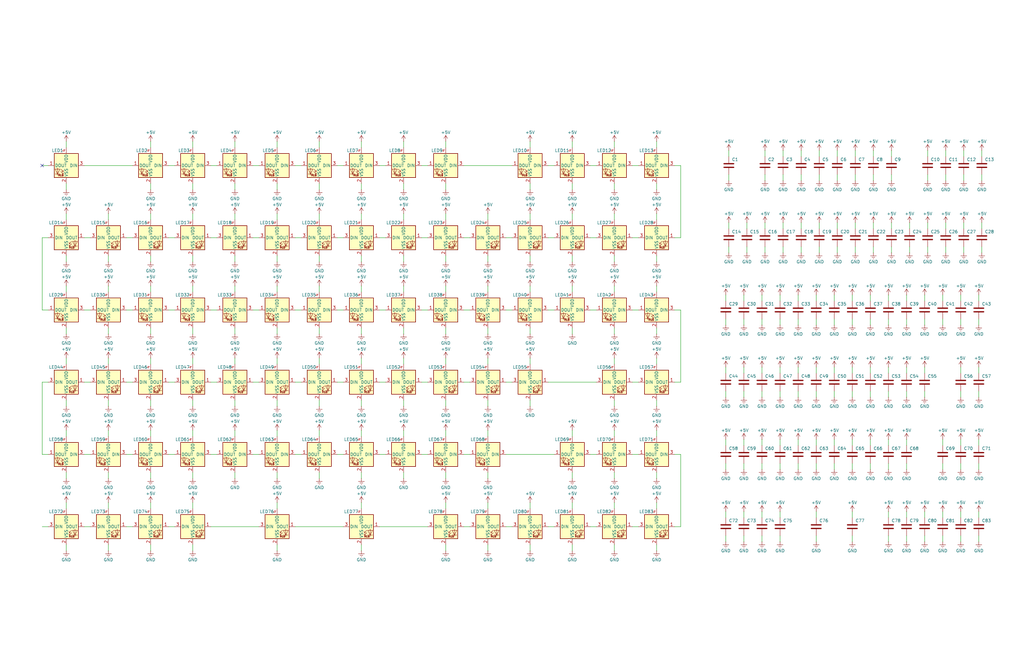
<source format=kicad_sch>
(kicad_sch (version 20231120) (generator "eeschema") (generator_version "8.0")
  (paper "USLedger")
  (no_connect (at 17.78 69.85))
  (wire (pts (xy 389.89 215.9) (xy 389.89 218.44)))
  (wire (pts (xy 248.92 191.77) (xy 251.46 191.77)))
  (wire (pts (xy 322.58 104.14) (xy 322.58 106.68)))
  (wire (pts (xy 63.5 212.09) (xy 63.5 214.63)))
  (wire (pts (xy 35.56 100.33) (xy 38.1 100.33)))
  (wire (pts (xy 187.96 77.47) (xy 187.96 80.01)))
  (wire (pts (xy 17.78 69.85) (xy 20.32 69.85)))
  (wire (pts (xy 134.62 107.95) (xy 134.62 110.49)))
  (wire (pts (xy 368.3 63.5) (xy 368.3 66.04)))
  (wire (pts (xy 375.92 63.5) (xy 375.92 66.04)))
  (wire (pts (xy 367.03 185.42) (xy 367.03 187.96)))
  (wire (pts (xy 205.74 229.87) (xy 205.74 232.41)))
  (wire (pts (xy 374.65 215.9) (xy 374.65 218.44)))
  (wire (pts (xy 360.68 73.66) (xy 360.68 76.2)))
  (wire (pts (xy 81.28 120.65) (xy 81.28 123.19)))
  (wire (pts (xy 328.93 134.62) (xy 328.93 137.16)))
  (wire (pts (xy 359.41 154.94) (xy 359.41 157.48)))
  (wire (pts (xy 152.4 120.65) (xy 152.4 123.19)))
  (wire (pts (xy 248.92 222.25) (xy 251.46 222.25)))
  (wire (pts (xy 213.36 130.81) (xy 215.9 130.81)))
  (wire (pts (xy 142.24 69.85) (xy 144.78 69.85)))
  (wire (pts (xy 88.9 222.25) (xy 109.22 222.25)))
  (wire (pts (xy 99.06 77.47) (xy 99.06 80.01)))
  (wire (pts (xy 205.74 181.61) (xy 205.74 184.15)))
  (wire (pts (xy 81.28 138.43) (xy 81.28 140.97)))
  (wire (pts (xy 360.68 93.98) (xy 360.68 96.52)))
  (wire (pts (xy 248.92 69.85) (xy 251.46 69.85)))
  (wire (pts (xy 313.69 165.1) (xy 313.69 167.64)))
  (wire (pts (xy 414.02 104.14) (xy 414.02 106.68)))
  (wire (pts (xy 398.78 63.5) (xy 398.78 66.04)))
  (wire (pts (xy 205.74 168.91) (xy 205.74 171.45)))
  (wire (pts (xy 63.5 107.95) (xy 63.5 110.49)))
  (wire (pts (xy 124.46 69.85) (xy 127 69.85)))
  (wire (pts (xy 45.72 138.43) (xy 45.72 140.97)))
  (wire (pts (xy 195.58 191.77) (xy 198.12 191.77)))
  (wire (pts (xy 152.4 90.17) (xy 152.4 92.71)))
  (wire (pts (xy 27.94 120.65) (xy 27.94 123.19)))
  (wire (pts (xy 336.55 134.62) (xy 336.55 137.16)))
  (wire (pts (xy 205.74 212.09) (xy 205.74 214.63)))
  (wire (pts (xy 27.94 212.09) (xy 27.94 214.63)))
  (wire (pts (xy 160.02 191.77) (xy 162.56 191.77)))
  (wire (pts (xy 307.34 63.5) (xy 307.34 66.04)))
  (wire (pts (xy 266.7 100.33) (xy 269.24 100.33)))
  (wire (pts (xy 63.5 181.61) (xy 63.5 184.15)))
  (wire (pts (xy 88.9 191.77) (xy 91.44 191.77)))
  (wire (pts (xy 152.4 199.39) (xy 152.4 201.93)))
  (wire (pts (xy 351.79 124.46) (xy 351.79 127)))
  (wire (pts (xy 389.89 226.06) (xy 389.89 228.6)))
  (wire (pts (xy 360.68 63.5) (xy 360.68 66.04)))
  (wire (pts (xy 53.34 100.33) (xy 55.88 100.33)))
  (wire (pts (xy 241.3 107.95) (xy 241.3 110.49)))
  (wire (pts (xy 27.94 229.87) (xy 27.94 232.41)))
  (wire (pts (xy 336.55 195.58) (xy 336.55 198.12)))
  (wire (pts (xy 374.65 154.94) (xy 374.65 157.48)))
  (wire (pts (xy 321.31 185.42) (xy 321.31 187.96)))
  (wire (pts (xy 152.4 59.69) (xy 152.4 62.23)))
  (wire (pts (xy 116.84 212.09) (xy 116.84 214.63)))
  (wire (pts (xy 321.31 195.58) (xy 321.31 198.12)))
  (wire (pts (xy 152.4 151.13) (xy 152.4 153.67)))
  (wire (pts (xy 266.7 222.25) (xy 269.24 222.25)))
  (wire (pts (xy 187.96 120.65) (xy 187.96 123.19)))
  (wire (pts (xy 259.08 107.95) (xy 259.08 110.49)))
  (wire (pts (xy 35.56 161.29) (xy 38.1 161.29)))
  (wire (pts (xy 375.92 104.14) (xy 375.92 106.68)))
  (wire (pts (xy 374.65 124.46) (xy 374.65 127)))
  (wire (pts (xy 223.52 90.17) (xy 223.52 92.71)))
  (wire (pts (xy 45.72 212.09) (xy 45.72 214.63)))
  (wire (pts (xy 351.79 165.1) (xy 351.79 167.64)))
  (wire (pts (xy 45.72 181.61) (xy 45.72 184.15)))
  (wire (pts (xy 248.92 100.33) (xy 251.46 100.33)))
  (wire (pts (xy 124.46 222.25) (xy 144.78 222.25)))
  (wire (pts (xy 231.14 130.81) (xy 233.68 130.81)))
  (wire (pts (xy 313.69 195.58) (xy 313.69 198.12)))
  (wire (pts (xy 213.36 161.29) (xy 215.9 161.29)))
  (wire (pts (xy 223.52 229.87) (xy 223.52 232.41)))
  (wire (pts (xy 88.9 161.29) (xy 91.44 161.29)))
  (wire (pts (xy 367.03 165.1) (xy 367.03 167.64)))
  (wire (pts (xy 406.4 73.66) (xy 406.4 76.2)))
  (wire (pts (xy 27.94 77.47) (xy 27.94 80.01)))
  (wire (pts (xy 337.82 93.98) (xy 337.82 96.52)))
  (wire (pts (xy 195.58 130.81) (xy 198.12 130.81)))
  (wire (pts (xy 391.16 73.66) (xy 391.16 76.2)))
  (wire (pts (xy 397.51 124.46) (xy 397.51 127)))
  (wire (pts (xy 35.56 69.85) (xy 55.88 69.85)))
  (wire (pts (xy 321.31 134.62) (xy 321.31 137.16)))
  (wire (pts (xy 368.3 73.66) (xy 368.3 76.2)))
  (wire (pts (xy 374.65 165.1) (xy 374.65 167.64)))
  (wire (pts (xy 345.44 73.66) (xy 345.44 76.2)))
  (wire (pts (xy 398.78 104.14) (xy 398.78 106.68)))
  (wire (pts (xy 383.54 104.14) (xy 383.54 106.68)))
  (wire (pts (xy 397.51 226.06) (xy 397.51 228.6)))
  (wire (pts (xy 353.06 104.14) (xy 353.06 106.68)))
  (wire (pts (xy 314.96 93.98) (xy 314.96 96.52)))
  (wire (pts (xy 223.52 77.47) (xy 223.52 80.01)))
  (wire (pts (xy 170.18 181.61) (xy 170.18 184.15)))
  (wire (pts (xy 321.31 124.46) (xy 321.31 127)))
  (wire (pts (xy 259.08 90.17) (xy 259.08 92.71)))
  (wire (pts (xy 231.14 222.25) (xy 233.68 222.25)))
  (wire (pts (xy 337.82 63.5) (xy 337.82 66.04)))
  (wire (pts (xy 99.06 90.17) (xy 99.06 92.71)))
  (wire (pts (xy 241.3 90.17) (xy 241.3 92.71)))
  (wire (pts (xy 276.86 212.09) (xy 276.86 214.63)))
  (wire (pts (xy 241.3 59.69) (xy 241.3 62.23)))
  (wire (pts (xy 276.86 138.43) (xy 276.86 140.97)))
  (wire (pts (xy 405.13 134.62) (xy 405.13 137.16)))
  (wire (pts (xy 313.69 226.06) (xy 313.69 228.6)))
  (wire (pts (xy 81.28 212.09) (xy 81.28 214.63)))
  (wire (pts (xy 397.51 215.9) (xy 397.51 218.44)))
  (wire (pts (xy 116.84 120.65) (xy 116.84 123.19)))
  (wire (pts (xy 160.02 130.81) (xy 162.56 130.81)))
  (wire (pts (xy 17.78 100.33) (xy 20.32 100.33)))
  (wire (pts (xy 375.92 93.98) (xy 375.92 96.52)))
  (wire (pts (xy 412.75 124.46) (xy 412.75 127)))
  (wire (pts (xy 99.06 181.61) (xy 99.06 184.15)))
  (wire (pts (xy 241.3 199.39) (xy 241.3 201.93)))
  (wire (pts (xy 27.94 59.69) (xy 27.94 62.23)))
  (wire (pts (xy 116.84 229.87) (xy 116.84 232.41)))
  (wire (pts (xy 276.86 77.47) (xy 276.86 80.01)))
  (wire (pts (xy 259.08 168.91) (xy 259.08 171.45)))
  (wire (pts (xy 287.02 161.29) (xy 284.48 161.29)))
  (wire (pts (xy 351.79 185.42) (xy 351.79 187.96)))
  (wire (pts (xy 170.18 199.39) (xy 170.18 201.93)))
  (wire (pts (xy 142.24 130.81) (xy 144.78 130.81)))
  (wire (pts (xy 134.62 120.65) (xy 134.62 123.19)))
  (wire (pts (xy 360.68 104.14) (xy 360.68 106.68)))
  (wire (pts (xy 99.06 151.13) (xy 99.06 153.67)))
  (wire (pts (xy 63.5 120.65) (xy 63.5 123.19)))
  (wire (pts (xy 259.08 120.65) (xy 259.08 123.19)))
  (wire (pts (xy 195.58 222.25) (xy 198.12 222.25)))
  (wire (pts (xy 328.93 165.1) (xy 328.93 167.64)))
  (wire (pts (xy 152.4 212.09) (xy 152.4 214.63)))
  (wire (pts (xy 17.78 130.81) (xy 20.32 130.81)))
  (wire (pts (xy 389.89 134.62) (xy 389.89 137.16)))
  (wire (pts (xy 195.58 100.33) (xy 198.12 100.33)))
  (wire (pts (xy 284.48 191.77) (xy 287.02 191.77)))
  (wire (pts (xy 223.52 151.13) (xy 223.52 153.67)))
  (wire (pts (xy 124.46 161.29) (xy 127 161.29)))
  (wire (pts (xy 353.06 63.5) (xy 353.06 66.04)))
  (wire (pts (xy 223.52 120.65) (xy 223.52 123.19)))
  (wire (pts (xy 306.07 226.06) (xy 306.07 228.6)))
  (wire (pts (xy 336.55 124.46) (xy 336.55 127)))
  (wire (pts (xy 383.54 93.98) (xy 383.54 96.52)))
  (wire (pts (xy 287.02 100.33) (xy 284.48 100.33)))
  (wire (pts (xy 177.8 130.81) (xy 180.34 130.81)))
  (wire (pts (xy 106.68 130.81) (xy 109.22 130.81)))
  (wire (pts (xy 134.62 168.91) (xy 134.62 171.45)))
  (wire (pts (xy 17.78 161.29) (xy 17.78 191.77)))
  (wire (pts (xy 205.74 90.17) (xy 205.74 92.71)))
  (wire (pts (xy 374.65 185.42) (xy 374.65 187.96)))
  (wire (pts (xy 382.27 154.94) (xy 382.27 157.48)))
  (wire (pts (xy 27.94 181.61) (xy 27.94 184.15)))
  (wire (pts (xy 276.86 107.95) (xy 276.86 110.49)))
  (wire (pts (xy 124.46 191.77) (xy 127 191.77)))
  (wire (pts (xy 187.96 181.61) (xy 187.96 184.15)))
  (wire (pts (xy 284.48 222.25) (xy 287.02 222.25)))
  (wire (pts (xy 391.16 93.98) (xy 391.16 96.52)))
  (wire (pts (xy 134.62 77.47) (xy 134.62 80.01)))
  (wire (pts (xy 337.82 104.14) (xy 337.82 106.68)))
  (wire (pts (xy 45.72 229.87) (xy 45.72 232.41)))
  (wire (pts (xy 152.4 168.91) (xy 152.4 171.45)))
  (wire (pts (xy 276.86 168.91) (xy 276.86 171.45)))
  (wire (pts (xy 412.75 165.1) (xy 412.75 167.64)))
  (wire (pts (xy 321.31 215.9) (xy 321.31 218.44)))
  (wire (pts (xy 359.41 165.1) (xy 359.41 167.64)))
  (wire (pts (xy 241.3 120.65) (xy 241.3 123.19)))
  (wire (pts (xy 205.74 107.95) (xy 205.74 110.49)))
  (wire (pts (xy 53.34 161.29) (xy 55.88 161.29)))
  (wire (pts (xy 330.2 93.98) (xy 330.2 96.52)))
  (wire (pts (xy 177.8 161.29) (xy 180.34 161.29)))
  (wire (pts (xy 314.96 104.14) (xy 314.96 106.68)))
  (wire (pts (xy 142.24 161.29) (xy 144.78 161.29)))
  (wire (pts (xy 116.84 90.17) (xy 116.84 92.71)))
  (wire (pts (xy 205.74 199.39) (xy 205.74 201.93)))
  (wire (pts (xy 241.3 212.09) (xy 241.3 214.63)))
  (wire (pts (xy 53.34 222.25) (xy 55.88 222.25)))
  (wire (pts (xy 406.4 63.5) (xy 406.4 66.04)))
  (wire (pts (xy 353.06 73.66) (xy 353.06 76.2)))
  (wire (pts (xy 248.92 130.81) (xy 251.46 130.81)))
  (wire (pts (xy 307.34 73.66) (xy 307.34 76.2)))
  (wire (pts (xy 35.56 130.81) (xy 38.1 130.81)))
  (wire (pts (xy 307.34 104.14) (xy 307.34 106.68)))
  (wire (pts (xy 45.72 120.65) (xy 45.72 123.19)))
  (wire (pts (xy 124.46 130.81) (xy 127 130.81)))
  (wire (pts (xy 412.75 226.06) (xy 412.75 228.6)))
  (wire (pts (xy 266.7 130.81) (xy 269.24 130.81)))
  (wire (pts (xy 27.94 138.43) (xy 27.94 140.97)))
  (wire (pts (xy 306.07 154.94) (xy 306.07 157.48)))
  (wire (pts (xy 328.93 124.46) (xy 328.93 127)))
  (wire (pts (xy 382.27 134.62) (xy 382.27 137.16)))
  (wire (pts (xy 152.4 77.47) (xy 152.4 80.01)))
  (wire (pts (xy 306.07 215.9) (xy 306.07 218.44)))
  (wire (pts (xy 116.84 168.91) (xy 116.84 171.45)))
  (wire (pts (xy 306.07 185.42) (xy 306.07 187.96)))
  (wire (pts (xy 160.02 69.85) (xy 162.56 69.85)))
  (wire (pts (xy 170.18 120.65) (xy 170.18 123.19)))
  (wire (pts (xy 259.08 212.09) (xy 259.08 214.63)))
  (wire (pts (xy 306.07 165.1) (xy 306.07 167.64)))
  (wire (pts (xy 259.08 77.47) (xy 259.08 80.01)))
  (wire (pts (xy 187.96 199.39) (xy 187.96 201.93)))
  (wire (pts (xy 27.94 90.17) (xy 27.94 92.71)))
  (wire (pts (xy 116.84 107.95) (xy 116.84 110.49)))
  (wire (pts (xy 359.41 195.58) (xy 359.41 198.12)))
  (wire (pts (xy 345.44 63.5) (xy 345.44 66.04)))
  (wire (pts (xy 359.41 185.42) (xy 359.41 187.96)))
  (wire (pts (xy 414.02 73.66) (xy 414.02 76.2)))
  (wire (pts (xy 344.17 154.94) (xy 344.17 157.48)))
  (wire (pts (xy 177.8 100.33) (xy 180.34 100.33)))
  (wire (pts (xy 344.17 195.58) (xy 344.17 198.12)))
  (wire (pts (xy 81.28 107.95) (xy 81.28 110.49)))
  (wire (pts (xy 116.84 199.39) (xy 116.84 201.93)))
  (wire (pts (xy 99.06 199.39) (xy 99.06 201.93)))
  (wire (pts (xy 259.08 151.13) (xy 259.08 153.67)))
  (wire (pts (xy 321.31 154.94) (xy 321.31 157.48)))
  (wire (pts (xy 63.5 168.91) (xy 63.5 171.45)))
  (wire (pts (xy 344.17 215.9) (xy 344.17 218.44)))
  (wire (pts (xy 382.27 215.9) (xy 382.27 218.44)))
  (wire (pts (xy 81.28 168.91) (xy 81.28 171.45)))
  (wire (pts (xy 375.92 73.66) (xy 375.92 76.2)))
  (wire (pts (xy 367.03 134.62) (xy 367.03 137.16)))
  (wire (pts (xy 27.94 151.13) (xy 27.94 153.67)))
  (wire (pts (xy 259.08 181.61) (xy 259.08 184.15)))
  (wire (pts (xy 134.62 181.61) (xy 134.62 184.15)))
  (wire (pts (xy 344.17 185.42) (xy 344.17 187.96)))
  (wire (pts (xy 412.75 185.42) (xy 412.75 187.96)))
  (wire (pts (xy 45.72 90.17) (xy 45.72 92.71)))
  (wire (pts (xy 223.52 107.95) (xy 223.52 110.49)))
  (wire (pts (xy 336.55 185.42) (xy 336.55 187.96)))
  (wire (pts (xy 276.86 181.61) (xy 276.86 184.15)))
  (wire (pts (xy 382.27 185.42) (xy 382.27 187.96)))
  (wire (pts (xy 106.68 69.85) (xy 109.22 69.85)))
  (wire (pts (xy 45.72 168.91) (xy 45.72 171.45)))
  (wire (pts (xy 398.78 93.98) (xy 398.78 96.52)))
  (wire (pts (xy 307.34 93.98) (xy 307.34 96.52)))
  (wire (pts (xy 389.89 154.94) (xy 389.89 157.48)))
  (wire (pts (xy 321.31 165.1) (xy 321.31 167.64)))
  (wire (pts (xy 359.41 134.62) (xy 359.41 137.16)))
  (wire (pts (xy 17.78 191.77) (xy 20.32 191.77)))
  (wire (pts (xy 359.41 124.46) (xy 359.41 127)))
  (wire (pts (xy 170.18 151.13) (xy 170.18 153.67)))
  (wire (pts (xy 160.02 100.33) (xy 162.56 100.33)))
  (wire (pts (xy 152.4 138.43) (xy 152.4 140.97)))
  (wire (pts (xy 374.65 195.58) (xy 374.65 198.12)))
  (wire (pts (xy 345.44 104.14) (xy 345.44 106.68)))
  (wire (pts (xy 367.03 195.58) (xy 367.03 198.12)))
  (wire (pts (xy 99.06 107.95) (xy 99.06 110.49)))
  (wire (pts (xy 328.93 226.06) (xy 328.93 228.6)))
  (wire (pts (xy 17.78 100.33) (xy 17.78 130.81)))
  (wire (pts (xy 187.96 59.69) (xy 187.96 62.23)))
  (wire (pts (xy 241.3 229.87) (xy 241.3 232.41)))
  (wire (pts (xy 405.13 215.9) (xy 405.13 218.44)))
  (wire (pts (xy 17.78 222.25) (xy 20.32 222.25)))
  (wire (pts (xy 63.5 90.17) (xy 63.5 92.71)))
  (wire (pts (xy 322.58 73.66) (xy 322.58 76.2)))
  (wire (pts (xy 187.96 90.17) (xy 187.96 92.71)))
  (wire (pts (xy 406.4 93.98) (xy 406.4 96.52)))
  (wire (pts (xy 116.84 181.61) (xy 116.84 184.15)))
  (wire (pts (xy 359.41 226.06) (xy 359.41 228.6)))
  (wire (pts (xy 391.16 104.14) (xy 391.16 106.68)))
  (wire (pts (xy 367.03 124.46) (xy 367.03 127)))
  (wire (pts (xy 81.28 77.47) (xy 81.28 80.01)))
  (wire (pts (xy 99.06 59.69) (xy 99.06 62.23)))
  (wire (pts (xy 213.36 191.77) (xy 233.68 191.77)))
  (wire (pts (xy 259.08 138.43) (xy 259.08 140.97)))
  (wire (pts (xy 187.96 138.43) (xy 187.96 140.97)))
  (wire (pts (xy 405.13 165.1) (xy 405.13 167.64)))
  (wire (pts (xy 266.7 161.29) (xy 269.24 161.29)))
  (wire (pts (xy 382.27 195.58) (xy 382.27 198.12)))
  (wire (pts (xy 412.75 215.9) (xy 412.75 218.44)))
  (wire (pts (xy 328.93 185.42) (xy 328.93 187.96)))
  (wire (pts (xy 351.79 195.58) (xy 351.79 198.12)))
  (wire (pts (xy 337.82 73.66) (xy 337.82 76.2)))
  (wire (pts (xy 71.12 222.25) (xy 73.66 222.25)))
  (wire (pts (xy 81.28 181.61) (xy 81.28 184.15)))
  (wire (pts (xy 170.18 59.69) (xy 170.18 62.23)))
  (wire (pts (xy 81.28 199.39) (xy 81.28 201.93)))
  (wire (pts (xy 88.9 130.81) (xy 91.44 130.81)))
  (wire (pts (xy 397.51 195.58) (xy 397.51 198.12)))
  (wire (pts (xy 414.02 63.5) (xy 414.02 66.04)))
  (wire (pts (xy 412.75 195.58) (xy 412.75 198.12)))
  (wire (pts (xy 17.78 161.29) (xy 20.32 161.29)))
  (wire (pts (xy 27.94 168.91) (xy 27.94 171.45)))
  (wire (pts (xy 27.94 107.95) (xy 27.94 110.49)))
  (wire (pts (xy 412.75 154.94) (xy 412.75 157.48)))
  (wire (pts (xy 353.06 93.98) (xy 353.06 96.52)))
  (wire (pts (xy 330.2 73.66) (xy 330.2 76.2)))
  (wire (pts (xy 397.51 134.62) (xy 397.51 137.16)))
  (wire (pts (xy 367.03 154.94) (xy 367.03 157.48)))
  (wire (pts (xy 259.08 229.87) (xy 259.08 232.41)))
  (wire (pts (xy 71.12 100.33) (xy 73.66 100.33)))
  (wire (pts (xy 134.62 199.39) (xy 134.62 201.93)))
  (wire (pts (xy 328.93 154.94) (xy 328.93 157.48)))
  (wire (pts (xy 405.13 185.42) (xy 405.13 187.96)))
  (wire (pts (xy 134.62 90.17) (xy 134.62 92.71)))
  (wire (pts (xy 170.18 107.95) (xy 170.18 110.49)))
  (wire (pts (xy 71.12 130.81) (xy 73.66 130.81)))
  (wire (pts (xy 71.12 161.29) (xy 73.66 161.29)))
  (wire (pts (xy 241.3 77.47) (xy 241.3 80.01)))
  (wire (pts (xy 195.58 69.85) (xy 215.9 69.85)))
  (wire (pts (xy 284.48 130.81) (xy 287.02 130.81)))
  (wire (pts (xy 170.18 138.43) (xy 170.18 140.97)))
  (wire (pts (xy 116.84 151.13) (xy 116.84 153.67)))
  (wire (pts (xy 187.96 107.95) (xy 187.96 110.49)))
  (wire (pts (xy 223.52 212.09) (xy 223.52 214.63)))
  (wire (pts (xy 266.7 191.77) (xy 269.24 191.77)))
  (wire (pts (xy 241.3 181.61) (xy 241.3 184.15)))
  (wire (pts (xy 170.18 77.47) (xy 170.18 80.01)))
  (wire (pts (xy 336.55 165.1) (xy 336.55 167.64)))
  (wire (pts (xy 187.96 212.09) (xy 187.96 214.63)))
  (wire (pts (xy 88.9 69.85) (xy 91.44 69.85)))
  (wire (pts (xy 405.13 195.58) (xy 405.13 198.12)))
  (wire (pts (xy 53.34 130.81) (xy 55.88 130.81)))
  (wire (pts (xy 344.17 226.06) (xy 344.17 228.6)))
  (wire (pts (xy 160.02 161.29) (xy 162.56 161.29)))
  (wire (pts (xy 223.52 138.43) (xy 223.52 140.97)))
  (wire (pts (xy 53.34 191.77) (xy 55.88 191.77)))
  (wire (pts (xy 45.72 151.13) (xy 45.72 153.67)))
  (wire (pts (xy 391.16 63.5) (xy 391.16 66.04)))
  (wire (pts (xy 195.58 161.29) (xy 198.12 161.29)))
  (wire (pts (xy 213.36 100.33) (xy 215.9 100.33)))
  (wire (pts (xy 142.24 191.77) (xy 144.78 191.77)))
  (wire (pts (xy 313.69 215.9) (xy 313.69 218.44)))
  (wire (pts (xy 99.06 120.65) (xy 99.06 123.19)))
  (wire (pts (xy 223.52 168.91) (xy 223.52 171.45)))
  (wire (pts (xy 313.69 134.62) (xy 313.69 137.16)))
  (wire (pts (xy 81.28 151.13) (xy 81.28 153.67)))
  (wire (pts (xy 330.2 104.14) (xy 330.2 106.68)))
  (wire (pts (xy 336.55 154.94) (xy 336.55 157.48)))
  (wire (pts (xy 306.07 134.62) (xy 306.07 137.16)))
  (wire (pts (xy 99.06 138.43) (xy 99.06 140.97)))
  (wire (pts (xy 63.5 199.39) (xy 63.5 201.93)))
  (wire (pts (xy 106.68 100.33) (xy 109.22 100.33)))
  (wire (pts (xy 276.86 229.87) (xy 276.86 232.41)))
  (wire (pts (xy 223.52 59.69) (xy 223.52 62.23)))
  (wire (pts (xy 398.78 73.66) (xy 398.78 76.2)))
  (wire (pts (xy 328.93 215.9) (xy 328.93 218.44)))
  (wire (pts (xy 81.28 229.87) (xy 81.28 232.41)))
  (wire (pts (xy 63.5 77.47) (xy 63.5 80.01)))
  (wire (pts (xy 374.65 134.62) (xy 374.65 137.16)))
  (wire (pts (xy 374.65 226.06) (xy 374.65 228.6)))
  (wire (pts (xy 382.27 124.46) (xy 382.27 127)))
  (wire (pts (xy 142.24 100.33) (xy 144.78 100.33)))
  (wire (pts (xy 313.69 154.94) (xy 313.69 157.48)))
  (wire (pts (xy 134.62 138.43) (xy 134.62 140.97)))
  (wire (pts (xy 382.27 165.1) (xy 382.27 167.64)))
  (wire (pts (xy 351.79 134.62) (xy 351.79 137.16)))
  (wire (pts (xy 330.2 63.5) (xy 330.2 66.04)))
  (wire (pts (xy 205.74 151.13) (xy 205.74 153.67)))
  (wire (pts (xy 71.12 191.77) (xy 73.66 191.77)))
  (wire (pts (xy 406.4 104.14) (xy 406.4 106.68)))
  (wire (pts (xy 389.89 124.46) (xy 389.89 127)))
  (wire (pts (xy 276.86 59.69) (xy 276.86 62.23)))
  (wire (pts (xy 328.93 195.58) (xy 328.93 198.12)))
  (wire (pts (xy 382.27 226.06) (xy 382.27 228.6)))
  (wire (pts (xy 313.69 124.46) (xy 313.69 127)))
  (wire (pts (xy 276.86 199.39) (xy 276.86 201.93)))
  (wire (pts (xy 284.48 69.85) (xy 287.02 69.85)))
  (wire (pts (xy 170.18 90.17) (xy 170.18 92.71)))
  (wire (pts (xy 63.5 229.87) (xy 63.5 232.41)))
  (wire (pts (xy 412.75 134.62) (xy 412.75 137.16)))
  (wire (pts (xy 152.4 107.95) (xy 152.4 110.49)))
  (wire (pts (xy 322.58 93.98) (xy 322.58 96.52)))
  (wire (pts (xy 35.56 191.77) (xy 38.1 191.77)))
  (wire (pts (xy 287.02 130.81) (xy 287.02 161.29)))
  (wire (pts (xy 322.58 63.5) (xy 322.58 66.04)))
  (wire (pts (xy 287.02 69.85) (xy 287.02 100.33)))
  (wire (pts (xy 187.96 151.13) (xy 187.96 153.67)))
  (wire (pts (xy 241.3 138.43) (xy 241.3 140.97)))
  (wire (pts (xy 368.3 104.14) (xy 368.3 106.68)))
  (wire (pts (xy 134.62 59.69) (xy 134.62 62.23)))
  (wire (pts (xy 306.07 124.46) (xy 306.07 127)))
  (wire (pts (xy 231.14 100.33) (xy 233.68 100.33)))
  (wire (pts (xy 160.02 222.25) (xy 180.34 222.25)))
  (wire (pts (xy 276.86 151.13) (xy 276.86 153.67)))
  (wire (pts (xy 45.72 107.95) (xy 45.72 110.49)))
  (wire (pts (xy 397.51 185.42) (xy 397.51 187.96)))
  (wire (pts (xy 170.18 168.91) (xy 170.18 171.45)))
  (wire (pts (xy 231.14 69.85) (xy 233.68 69.85)))
  (wire (pts (xy 134.62 151.13) (xy 134.62 153.67)))
  (wire (pts (xy 124.46 100.33) (xy 127 100.33)))
  (wire (pts (xy 106.68 161.29) (xy 109.22 161.29)))
  (wire (pts (xy 405.13 124.46) (xy 405.13 127)))
  (wire (pts (xy 106.68 191.77) (xy 109.22 191.77)))
  (wire (pts (xy 81.28 59.69) (xy 81.28 62.23)))
  (wire (pts (xy 88.9 100.33) (xy 91.44 100.33)))
  (wire (pts (xy 205.74 138.43) (xy 205.74 140.97)))
  (wire (pts (xy 259.08 59.69) (xy 259.08 62.23)))
  (wire (pts (xy 116.84 59.69) (xy 116.84 62.23)))
  (wire (pts (xy 414.02 93.98) (xy 414.02 96.52)))
  (wire (pts (xy 321.31 226.06) (xy 321.31 228.6)))
  (wire (pts (xy 276.86 90.17) (xy 276.86 92.71)))
  (wire (pts (xy 389.89 165.1) (xy 389.89 167.64)))
  (wire (pts (xy 152.4 181.61) (xy 152.4 184.15)))
  (wire (pts (xy 351.79 154.94) (xy 351.79 157.48)))
  (wire (pts (xy 344.17 124.46) (xy 344.17 127)))
  (wire (pts (xy 259.08 199.39) (xy 259.08 201.93)))
  (wire (pts (xy 187.96 168.91) (xy 187.96 171.45)))
  (wire (pts (xy 63.5 151.13) (xy 63.5 153.67)))
  (wire (pts (xy 231.14 161.29) (xy 251.46 161.29)))
  (wire (pts (xy 187.96 229.87) (xy 187.96 232.41)))
  (wire (pts (xy 63.5 59.69) (xy 63.5 62.23)))
  (wire (pts (xy 276.86 120.65) (xy 276.86 123.19)))
  (wire (pts (xy 116.84 138.43) (xy 116.84 140.97)))
  (wire (pts (xy 35.56 222.25) (xy 38.1 222.25)))
  (wire (pts (xy 405.13 154.94) (xy 405.13 157.48)))
  (wire (pts (xy 81.28 90.17) (xy 81.28 92.71)))
  (wire (pts (xy 152.4 229.87) (xy 152.4 232.41)))
  (wire (pts (xy 287.02 191.77) (xy 287.02 222.25)))
  (wire (pts (xy 359.41 215.9) (xy 359.41 218.44)))
  (wire (pts (xy 205.74 120.65) (xy 205.74 123.19)))
  (wire (pts (xy 306.07 195.58) (xy 306.07 198.12)))
  (wire (pts (xy 344.17 134.62) (xy 344.17 137.16)))
  (wire (pts (xy 27.94 199.39) (xy 27.94 201.93)))
  (wire (pts (xy 63.5 138.43) (xy 63.5 140.97)))
  (wire (pts (xy 45.72 199.39) (xy 45.72 201.93)))
  (wire (pts (xy 313.69 185.42) (xy 313.69 187.96)))
  (wire (pts (xy 368.3 93.98) (xy 368.3 96.52)))
  (wire (pts (xy 266.7 69.85) (xy 269.24 69.85)))
  (wire (pts (xy 405.13 226.06) (xy 405.13 228.6)))
  (wire (pts (xy 344.17 165.1) (xy 344.17 167.64)))
  (wire (pts (xy 345.44 93.98) (xy 345.44 96.52)))
  (wire (pts (xy 213.36 222.25) (xy 215.9 222.25)))
  (wire (pts (xy 177.8 69.85) (xy 180.34 69.85)))
  (wire (pts (xy 116.84 77.47) (xy 116.84 80.01)))
  (wire (pts (xy 71.12 69.85) (xy 73.66 69.85)))
  (wire (pts (xy 177.8 191.77) (xy 180.34 191.77)))
  (wire (pts (xy 99.06 168.91) (xy 99.06 171.45)))
  (symbol (lib_id "power:Earth") (at 134.62 140.97 0) (unit 1)
    (property "Reference" "#PWR0164" (effects (hide yes)))
    (property "Value" "GND" (at 134.62 144.78 0))
    (property "Description" "Power symbol creates a global label with name \"Earth\"" (effects (hide yes)))
  )
  (symbol (lib_id "power:+5V") (at 45.72 212.09 0) (unit 1)
    (property "Reference" "#PWR0286" (effects (hide yes)))
    (property "Value" "+5V" (at 45.72 208.28 0))
    (property "Description" "Power symbol creates a global label with name \"+5V\"" (effects (hide yes)))
  )
  (symbol (lib_id "Device:C") (at 406.4 100.33 0) (unit 1)
    (property "Reference" "C27" (at 407.67 97.79 0) (effects (justify left)))
    (property "Value" "0.1μF" (effects (hide yes)))
    (property "Footprint" "Capacitor_SMD:C_0603_1608Metric" (effects (hide yes)))
    (property "Description" "Unpolarized capacitor" (effects (hide yes)))
  )
  (symbol (lib_id "power:+5V") (at 328.93 154.94 0) (unit 1)
    (property "Reference" "#PWR0190" (effects (hide yes)))
    (property "Value" "+5V" (at 328.93 151.13 0))
    (property "Description" "Power symbol creates a global label with name \"+5V\"" (effects (hide yes)))
  )
  (symbol (lib_id "power:+5V") (at 389.89 154.94 0) (unit 1)
    (property "Reference" "#PWR0198" (effects (hide yes)))
    (property "Value" "+5V" (at 389.89 151.13 0))
    (property "Description" "Power symbol creates a global label with name \"+5V\"" (effects (hide yes)))
  )
  (symbol (lib_id "power:Earth") (at 205.74 140.97 0) (unit 1)
    (property "Reference" "#PWR0168" (effects (hide yes)))
    (property "Value" "GND" (at 205.74 144.78 0))
    (property "Description" "Power symbol creates a global label with name \"Earth\"" (effects (hide yes)))
  )
  (symbol (lib_id "LED:SK6812MINI") (at 170.18 100.33 0) (unit 1)
    (property "Reference" "LED22" (at 168.91 93.98 0) (effects (justify right)))
    (property "Value" "SK6812MINI" (effects (hide yes)))
    (property "Footprint" "PCM_Miscellaneous:SK6812_MINI-E_REV" (effects (hide yes)))
    (property "Datasheet" "https://cdn-shop.adafruit.com/product-files/2686/SK6812MINI_REV.01-1-2.pdf" (effects (hide yes)))
    (property "Description" "RGB LED with integrated controller" (effects (hide yes)))
  )
  (symbol (lib_id "power:Earth") (at 63.5 201.93 0) (unit 1)
    (property "Reference" "#PWR0273" (effects (hide yes)))
    (property "Value" "GND" (at 63.5 205.74 0))
    (property "Description" "Power symbol creates a global label with name \"Earth\"" (effects (hide yes)))
  )
  (symbol (lib_id "power:Earth") (at 328.93 137.16 0) (unit 1)
    (property "Reference" "#PWR0146" (effects (hide yes)))
    (property "Value" "GND" (at 328.93 140.97 0))
    (property "Description" "Power symbol creates a global label with name \"Earth\"" (effects (hide yes)))
  )
  (symbol (lib_id "power:Earth") (at 63.5 110.49 0) (unit 1)
    (property "Reference" "#PWR0100" (effects (hide yes)))
    (property "Value" "GND" (at 63.5 114.3 0))
    (property "Description" "Power symbol creates a global label with name \"Earth\"" (effects (hide yes)))
  )
  (symbol (lib_id "power:Earth") (at 351.79 198.12 0) (unit 1)
    (property "Reference" "#PWR0263" (effects (hide yes)))
    (property "Value" "GND" (at 351.79 201.93 0))
    (property "Description" "Power symbol creates a global label with name \"Earth\"" (effects (hide yes)))
  )
  (symbol (lib_id "Device:C") (at 414.02 69.85 0) (unit 1)
    (property "Reference" "C13" (at 415.29 67.31 0) (effects (justify left)))
    (property "Value" "0.1μF" (effects (hide yes)))
    (property "Footprint" "Capacitor_SMD:C_0603_1608Metric" (effects (hide yes)))
    (property "Description" "Unpolarized capacitor" (effects (hide yes)))
  )
  (symbol (lib_id "power:+5V") (at 328.93 215.9 0) (unit 1)
    (property "Reference" "#PWR0300" (effects (hide yes)))
    (property "Value" "+5V" (at 328.93 212.09 0))
    (property "Description" "Power symbol creates a global label with name \"+5V\"" (effects (hide yes)))
  )
  (symbol (lib_id "power:+5V") (at 152.4 151.13 0) (unit 1)
    (property "Reference" "#PWR0180" (effects (hide yes)))
    (property "Value" "+5V" (at 152.4 147.32 0))
    (property "Description" "Power symbol creates a global label with name \"+5V\"" (effects (hide yes)))
  )
  (symbol (lib_id "Device:C") (at 360.68 100.33 0) (unit 1)
    (property "Reference" "C21" (at 361.95 97.79 0) (effects (justify left)))
    (property "Value" "0.1μF" (effects (hide yes)))
    (property "Footprint" "Capacitor_SMD:C_0603_1608Metric" (effects (hide yes)))
    (property "Description" "Unpolarized capacitor" (effects (hide yes)))
  )
  (symbol (lib_id "Device:C") (at 391.16 100.33 0) (unit 1)
    (property "Reference" "C25" (at 392.43 97.79 0) (effects (justify left)))
    (property "Value" "0.1μF" (effects (hide yes)))
    (property "Footprint" "Capacitor_SMD:C_0603_1608Metric" (effects (hide yes)))
    (property "Description" "Unpolarized capacitor" (effects (hide yes)))
  )
  (symbol (lib_id "Device:C") (at 389.89 161.29 0) (unit 1)
    (property "Reference" "C55" (at 391.16 158.75 0) (effects (justify left)))
    (property "Value" "0.1μF" (effects (hide yes)))
    (property "Footprint" "Capacitor_SMD:C_0603_1608Metric" (effects (hide yes)))
    (property "Description" "Unpolarized capacitor" (effects (hide yes)))
  )
  (symbol (lib_id "Device:C") (at 374.65 130.81 0) (unit 1)
    (property "Reference" "C38" (at 375.92 128.27 0) (effects (justify left)))
    (property "Value" "0.1μF" (effects (hide yes)))
    (property "Footprint" "Capacitor_SMD:C_0603_1608Metric" (effects (hide yes)))
    (property "Description" "Unpolarized capacitor" (effects (hide yes)))
  )
  (symbol (lib_id "LED:SK6812MINI") (at 134.62 191.77 0) (mirror y) (unit 1)
    (property "Reference" "LED64" (at 133.35 185.42 0) (effects (justify left)))
    (property "Value" "SK6812MINI" (effects (hide yes)))
    (property "Footprint" "PCM_Miscellaneous:SK6812_MINI-E" (effects (hide yes)))
    (property "Datasheet" "https://cdn-shop.adafruit.com/product-files/2686/SK6812MINI_REV.01-1-2.pdf" (effects (hide yes)))
    (property "Description" "RGB LED with integrated controller" (effects (hide yes)))
  )
  (symbol (lib_id "power:Earth") (at 116.84 80.01 0) (unit 1)
    (property "Reference" "#PWR044" (effects (hide yes)))
    (property "Value" "GND" (at 116.84 83.82 0))
    (property "Description" "Power symbol creates a global label with name \"Earth\"" (effects (hide yes)))
  )
  (symbol (lib_id "Device:C") (at 375.92 69.85 0) (unit 1)
    (property "Reference" "C9" (at 377.19 67.31 0) (effects (justify left)))
    (property "Value" "0.1μF" (effects (hide yes)))
    (property "Footprint" "Capacitor_SMD:C_0603_1608Metric" (effects (hide yes)))
    (property "Description" "Unpolarized capacitor" (effects (hide yes)))
  )
  (symbol (lib_id "Device:C") (at 374.65 161.29 0) (unit 1)
    (property "Reference" "C53" (at 375.92 158.75 0) (effects (justify left)))
    (property "Value" "0.1μF" (effects (hide yes)))
    (property "Footprint" "Capacitor_SMD:C_0603_1608Metric" (effects (hide yes)))
    (property "Description" "Unpolarized capacitor" (effects (hide yes)))
  )
  (symbol (lib_id "LED:SK6812MINI") (at 27.94 130.81 0) (mirror y) (unit 1)
    (property "Reference" "LED29" (at 26.67 124.46 0) (effects (justify left)))
    (property "Value" "SK6812MINI" (effects (hide yes)))
    (property "Footprint" "PCM_Miscellaneous:SK6812_MINI-E" (effects (hide yes)))
    (property "Datasheet" "https://cdn-shop.adafruit.com/product-files/2686/SK6812MINI_REV.01-1-2.pdf" (effects (hide yes)))
    (property "Description" "RGB LED with integrated controller" (effects (hide yes)))
  )
  (symbol (lib_id "Device:C") (at 398.78 100.33 0) (unit 1)
    (property "Reference" "C26" (at 400.05 97.79 0) (effects (justify left)))
    (property "Value" "0.1μF" (effects (hide yes)))
    (property "Footprint" "Capacitor_SMD:C_0603_1608Metric" (effects (hide yes)))
    (property "Description" "Unpolarized capacitor" (effects (hide yes)))
  )
  (symbol (lib_id "power:+5V") (at 259.08 59.69 0) (unit 1)
    (property "Reference" "#PWR012" (effects (hide yes)))
    (property "Value" "+5V" (at 259.08 55.88 0))
    (property "Description" "Power symbol creates a global label with name \"+5V\"" (effects (hide yes)))
  )
  (symbol (lib_id "power:+5V") (at 368.3 93.98 0) (unit 1)
    (property "Reference" "#PWR076" (effects (hide yes)))
    (property "Value" "+5V" (at 368.3 90.17 0))
    (property "Description" "Power symbol creates a global label with name \"+5V\"" (effects (hide yes)))
  )
  (symbol (lib_id "power:+5V") (at 259.08 181.61 0) (unit 1)
    (property "Reference" "#PWR0241" (effects (hide yes)))
    (property "Value" "+5V" (at 259.08 177.8 0))
    (property "Description" "Power symbol creates a global label with name \"+5V\"" (effects (hide yes)))
  )
  (symbol (lib_id "power:+5V") (at 170.18 90.17 0) (unit 1)
    (property "Reference" "#PWR061" (effects (hide yes)))
    (property "Value" "+5V" (at 170.18 86.36 0))
    (property "Description" "Power symbol creates a global label with name \"+5V\"" (effects (hide yes)))
  )
  (symbol (lib_id "power:+5V") (at 353.06 93.98 0) (unit 1)
    (property "Reference" "#PWR074" (effects (hide yes)))
    (property "Value" "+5V" (at 353.06 90.17 0))
    (property "Description" "Power symbol creates a global label with name \"+5V\"" (effects (hide yes)))
  )
  (symbol (lib_id "LED:SK6812MINI") (at 170.18 130.81 0) (mirror y) (unit 1)
    (property "Reference" "LED37" (at 168.91 124.46 0) (effects (justify left)))
    (property "Value" "SK6812MINI" (effects (hide yes)))
    (property "Footprint" "PCM_Miscellaneous:SK6812_MINI-E" (effects (hide yes)))
    (property "Datasheet" "https://cdn-shop.adafruit.com/product-files/2686/SK6812MINI_REV.01-1-2.pdf" (effects (hide yes)))
    (property "Description" "RGB LED with integrated controller" (effects (hide yes)))
  )
  (symbol (lib_id "LED:SK6812MINI") (at 116.84 222.25 0) (unit 1)
    (property "Reference" "LED76" (at 115.57 215.9 0) (effects (justify right)))
    (property "Value" "SK6812MINI" (effects (hide yes)))
    (property "Footprint" "PCM_Miscellaneous:SK6812_MINI-E_REV" (effects (hide yes)))
    (property "Datasheet" "https://cdn-shop.adafruit.com/product-files/2686/SK6812MINI_REV.01-1-2.pdf" (effects (hide yes)))
    (property "Description" "RGB LED with integrated controller" (effects (hide yes)))
  )
  (symbol (lib_id "power:+5V") (at 116.84 181.61 0) (unit 1)
    (property "Reference" "#PWR0234" (effects (hide yes)))
    (property "Value" "+5V" (at 116.84 177.8 0))
    (property "Description" "Power symbol creates a global label with name \"+5V\"" (effects (hide yes)))
  )
  (symbol (lib_id "power:Earth") (at 382.27 228.6 0) (unit 1)
    (property "Reference" "#PWR0316" (effects (hide yes)))
    (property "Value" "GND" (at 382.27 232.41 0))
    (property "Description" "Power symbol creates a global label with name \"Earth\"" (effects (hide yes)))
  )
  (symbol (lib_id "power:Earth") (at 414.02 106.68 0) (unit 1)
    (property "Reference" "#PWR097" (effects (hide yes)))
    (property "Value" "GND" (at 414.02 110.49 0))
    (property "Description" "Power symbol creates a global label with name \"Earth\"" (effects (hide yes)))
  )
  (symbol (lib_id "power:Earth") (at 351.79 137.16 0) (unit 1)
    (property "Reference" "#PWR0149" (effects (hide yes)))
    (property "Value" "GND" (at 351.79 140.97 0))
    (property "Description" "Power symbol creates a global label with name \"Earth\"" (effects (hide yes)))
  )
  (symbol (lib_id "power:Earth") (at 134.62 201.93 0) (unit 1)
    (property "Reference" "#PWR0277" (effects (hide yes)))
    (property "Value" "GND" (at 134.62 205.74 0))
    (property "Description" "Power symbol creates a global label with name \"Earth\"" (effects (hide yes)))
  )
  (symbol (lib_id "Device:C") (at 412.75 161.29 0) (unit 1)
    (property "Reference" "C57" (at 414.02 158.75 0) (effects (justify left)))
    (property "Value" "0.1μF" (effects (hide yes)))
    (property "Footprint" "Capacitor_SMD:C_0603_1608Metric" (effects (hide yes)))
    (property "Description" "Unpolarized capacitor" (effects (hide yes)))
  )
  (symbol (lib_id "power:Earth") (at 406.4 106.68 0) (unit 1)
    (property "Reference" "#PWR096" (effects (hide yes)))
    (property "Value" "GND" (at 406.4 110.49 0))
    (property "Description" "Power symbol creates a global label with name \"Earth\"" (effects (hide yes)))
  )
  (symbol (lib_id "power:Earth") (at 405.13 198.12 0) (unit 1)
    (property "Reference" "#PWR0269" (effects (hide yes)))
    (property "Value" "GND" (at 405.13 201.93 0))
    (property "Description" "Power symbol creates a global label with name \"Earth\"" (effects (hide yes)))
  )
  (symbol (lib_id "Device:C") (at 344.17 130.81 0) (unit 1)
    (property "Reference" "C34" (at 345.44 128.27 0) (effects (justify left)))
    (property "Value" "0.1μF" (effects (hide yes)))
    (property "Footprint" "Capacitor_SMD:C_0603_1608Metric" (effects (hide yes)))
    (property "Description" "Unpolarized capacitor" (effects (hide yes)))
  )
  (symbol (lib_id "power:+5V") (at 351.79 124.46 0) (unit 1)
    (property "Reference" "#PWR0134" (effects (hide yes)))
    (property "Value" "+5V" (at 351.79 120.65 0))
    (property "Description" "Power symbol creates a global label with name \"+5V\"" (effects (hide yes)))
  )
  (symbol (lib_id "power:+5V") (at 398.78 63.5 0) (unit 1)
    (property "Reference" "#PWR024" (effects (hide yes)))
    (property "Value" "+5V" (at 398.78 59.69 0))
    (property "Description" "Power symbol creates a global label with name \"+5V\"" (effects (hide yes)))
  )
  (symbol (lib_id "power:+5V") (at 205.74 120.65 0) (unit 1)
    (property "Reference" "#PWR0123" (effects (hide yes)))
    (property "Value" "+5V" (at 205.74 116.84 0))
    (property "Description" "Power symbol creates a global label with name \"+5V\"" (effects (hide yes)))
  )
  (symbol (lib_id "LED:SK6812MINI") (at 45.72 130.81 0) (mirror y) (unit 1)
    (property "Reference" "LED30" (at 44.45 124.46 0) (effects (justify left)))
    (property "Value" "SK6812MINI" (effects (hide yes)))
    (property "Footprint" "PCM_Miscellaneous:SK6812_MINI-E" (effects (hide yes)))
    (property "Datasheet" "https://cdn-shop.adafruit.com/product-files/2686/SK6812MINI_REV.01-1-2.pdf" (effects (hide yes)))
    (property "Description" "RGB LED with integrated controller" (effects (hide yes)))
  )
  (symbol (lib_id "power:+5V") (at 328.93 124.46 0) (unit 1)
    (property "Reference" "#PWR0131" (effects (hide yes)))
    (property "Value" "+5V" (at 328.93 120.65 0))
    (property "Description" "Power symbol creates a global label with name \"+5V\"" (effects (hide yes)))
  )
  (symbol (lib_id "power:Earth") (at 344.17 198.12 0) (unit 1)
    (property "Reference" "#PWR0262" (effects (hide yes)))
    (property "Value" "GND" (at 344.17 201.93 0))
    (property "Description" "Power symbol creates a global label with name \"Earth\"" (effects (hide yes)))
  )
  (symbol (lib_id "power:+5V") (at 152.4 212.09 0) (unit 1)
    (property "Reference" "#PWR0290" (effects (hide yes)))
    (property "Value" "+5V" (at 152.4 208.28 0))
    (property "Description" "Power symbol creates a global label with name \"+5V\"" (effects (hide yes)))
  )
  (symbol (lib_id "Device:C") (at 375.92 100.33 0) (unit 1)
    (property "Reference" "C23" (at 377.19 97.79 0) (effects (justify left)))
    (property "Value" "0.1μF" (effects (hide yes)))
    (property "Footprint" "Capacitor_SMD:C_0603_1608Metric" (effects (hide yes)))
    (property "Description" "Unpolarized capacitor" (effects (hide yes)))
  )
  (symbol (lib_id "power:+5V") (at 405.13 154.94 0) (unit 1)
    (property "Reference" "#PWR0199" (effects (hide yes)))
    (property "Value" "+5V" (at 405.13 151.13 0))
    (property "Description" "Power symbol creates a global label with name \"+5V\"" (effects (hide yes)))
  )
  (symbol (lib_id "power:Earth") (at 99.06 80.01 0) (unit 1)
    (property "Reference" "#PWR043" (effects (hide yes)))
    (property "Value" "GND" (at 99.06 83.82 0))
    (property "Description" "Power symbol creates a global label with name \"Earth\"" (effects (hide yes)))
  )
  (symbol (lib_id "power:+5V") (at 412.75 215.9 0) (unit 1)
    (property "Reference" "#PWR0308" (effects (hide yes)))
    (property "Value" "+5V" (at 412.75 212.09 0))
    (property "Description" "Power symbol creates a global label with name \"+5V\"" (effects (hide yes)))
  )
  (symbol (lib_id "Device:C") (at 360.68 69.85 0) (unit 1)
    (property "Reference" "C7" (at 361.95 67.31 0) (effects (justify left)))
    (property "Value" "0.1μF" (effects (hide yes)))
    (property "Footprint" "Capacitor_SMD:C_0603_1608Metric" (effects (hide yes)))
    (property "Description" "Unpolarized capacitor" (effects (hide yes)))
  )
  (symbol (lib_id "Device:C") (at 345.44 69.85 0) (unit 1)
    (property "Reference" "C5" (at 346.71 67.31 0) (effects (justify left)))
    (property "Value" "0.1μF" (effects (hide yes)))
    (property "Footprint" "Capacitor_SMD:C_0603_1608Metric" (effects (hide yes)))
    (property "Description" "Unpolarized capacitor" (effects (hide yes)))
  )
  (symbol (lib_id "Device:C") (at 414.02 100.33 0) (unit 1)
    (property "Reference" "C28" (at 415.29 97.79 0) (effects (justify left)))
    (property "Value" "0.1μF" (effects (hide yes)))
    (property "Footprint" "Capacitor_SMD:C_0603_1608Metric" (effects (hide yes)))
    (property "Description" "Unpolarized capacitor" (effects (hide yes)))
  )
  (symbol (lib_id "power:+5V") (at 406.4 63.5 0) (unit 1)
    (property "Reference" "#PWR025" (effects (hide yes)))
    (property "Value" "+5V" (at 406.4 59.69 0))
    (property "Description" "Power symbol creates a global label with name \"+5V\"" (effects (hide yes)))
  )
  (symbol (lib_id "power:+5V") (at 63.5 212.09 0) (unit 1)
    (property "Reference" "#PWR0287" (effects (hide yes)))
    (property "Value" "+5V" (at 63.5 208.28 0))
    (property "Description" "Power symbol creates a global label with name \"+5V\"" (effects (hide yes)))
  )
  (symbol (lib_id "LED:SK6812MINI") (at 45.72 191.77 0) (mirror y) (unit 1)
    (property "Reference" "LED59" (at 44.45 185.42 0) (effects (justify left)))
    (property "Value" "SK6812MINI" (effects (hide yes)))
    (property "Footprint" "PCM_Miscellaneous:SK6812_MINI-E" (effects (hide yes)))
    (property "Datasheet" "https://cdn-shop.adafruit.com/product-files/2686/SK6812MINI_REV.01-1-2.pdf" (effects (hide yes)))
    (property "Description" "RGB LED with integrated controller" (effects (hide yes)))
  )
  (symbol (lib_id "power:+5V") (at 81.28 212.09 0) (unit 1)
    (property "Reference" "#PWR0288" (effects (hide yes)))
    (property "Value" "+5V" (at 81.28 208.28 0))
    (property "Description" "Power symbol creates a global label with name \"+5V\"" (effects (hide yes)))
  )
  (symbol (lib_id "power:+5V") (at 322.58 93.98 0) (unit 1)
    (property "Reference" "#PWR070" (effects (hide yes)))
    (property "Value" "+5V" (at 322.58 90.17 0))
    (property "Description" "Power symbol creates a global label with name \"+5V\"" (effects (hide yes)))
  )
  (symbol (lib_id "LED:SK6812MINI") (at 205.74 100.33 0) (unit 1)
    (property "Reference" "LED24" (at 204.47 93.98 0) (effects (justify right)))
    (property "Value" "SK6812MINI" (effects (hide yes)))
    (property "Footprint" "PCM_Miscellaneous:SK6812_MINI-E_REV" (effects (hide yes)))
    (property "Datasheet" "https://cdn-shop.adafruit.com/product-files/2686/SK6812MINI_REV.01-1-2.pdf" (effects (hide yes)))
    (property "Description" "RGB LED with integrated controller" (effects (hide yes)))
  )
  (symbol (lib_id "power:+5V") (at 397.51 215.9 0) (unit 1)
    (property "Reference" "#PWR0306" (effects (hide yes)))
    (property "Value" "+5V" (at 397.51 212.09 0))
    (property "Description" "Power symbol creates a global label with name \"+5V\"" (effects (hide yes)))
  )
  (symbol (lib_id "power:+5V") (at 306.07 185.42 0) (unit 1)
    (property "Reference" "#PWR0243" (effects (hide yes)))
    (property "Value" "+5V" (at 306.07 181.61 0))
    (property "Description" "Power symbol creates a global label with name \"+5V\"" (effects (hide yes)))
  )
  (symbol (lib_id "LED:SK6812MINI") (at 63.5 69.85 0) (mirror y) (unit 1)
    (property "Reference" "LED2" (at 62.23 63.5 0) (effects (justify left)))
    (property "Value" "SK6812MINI" (effects (hide yes)))
    (property "Footprint" "PCM_Miscellaneous:SK6812_MINI-E" (effects (hide yes)))
    (property "Datasheet" "https://cdn-shop.adafruit.com/product-files/2686/SK6812MINI_REV.01-1-2.pdf" (effects (hide yes)))
    (property "Description" "RGB LED with integrated controller" (effects (hide yes)))
  )
  (symbol (lib_id "power:Earth") (at 27.94 232.41 0) (unit 1)
    (property "Reference" "#PWR0321" (effects (hide yes)))
    (property "Value" "GND" (at 27.94 236.22 0))
    (property "Description" "Power symbol creates a global label with name \"Earth\"" (effects (hide yes)))
  )
  (symbol (lib_id "Device:C") (at 351.79 161.29 0) (unit 1)
    (property "Reference" "C50" (at 353.06 158.75 0) (effects (justify left)))
    (property "Value" "0.1μF" (effects (hide yes)))
    (property "Footprint" "Capacitor_SMD:C_0603_1608Metric" (effects (hide yes)))
    (property "Description" "Unpolarized capacitor" (effects (hide yes)))
  )
  (symbol (lib_id "power:Earth") (at 314.96 106.68 0) (unit 1)
    (property "Reference" "#PWR084" (effects (hide yes)))
    (property "Value" "GND" (at 314.96 110.49 0))
    (property "Description" "Power symbol creates a global label with name \"Earth\"" (effects (hide yes)))
  )
  (symbol (lib_id "LED:SK6812MINI") (at 134.62 161.29 0) (unit 1)
    (property "Reference" "LED50" (at 133.35 154.94 0) (effects (justify right)))
    (property "Value" "SK6812MINI" (effects (hide yes)))
    (property "Footprint" "PCM_Miscellaneous:SK6812_MINI-E_REV" (effects (hide yes)))
    (property "Datasheet" "https://cdn-shop.adafruit.com/product-files/2686/SK6812MINI_REV.01-1-2.pdf" (effects (hide yes)))
    (property "Description" "RGB LED with integrated controller" (effects (hide yes)))
  )
  (symbol (lib_id "Device:C") (at 344.17 222.25 0) (unit 1)
    (property "Reference" "C76" (at 345.44 219.71 0) (effects (justify left)))
    (property "Value" "0.1μF" (effects (hide yes)))
    (property "Footprint" "Capacitor_SMD:C_0603_1608Metric" (effects (hide yes)))
    (property "Description" "Unpolarized capacitor" (effects (hide yes)))
  )
  (symbol (lib_id "power:+5V") (at 344.17 215.9 0) (unit 1)
    (property "Reference" "#PWR0301" (effects (hide yes)))
    (property "Value" "+5V" (at 344.17 212.09 0))
    (property "Description" "Power symbol creates a global label with name \"+5V\"" (effects (hide yes)))
  )
  (symbol (lib_id "power:+5V") (at 360.68 63.5 0) (unit 1)
    (property "Reference" "#PWR020" (effects (hide yes)))
    (property "Value" "+5V" (at 360.68 59.69 0))
    (property "Description" "Power symbol creates a global label with name \"+5V\"" (effects (hide yes)))
  )
  (symbol (lib_id "power:Earth") (at 99.06 140.97 0) (unit 1)
    (property "Reference" "#PWR0162" (effects (hide yes)))
    (property "Value" "GND" (at 99.06 144.78 0))
    (property "Description" "Power symbol creates a global label with name \"Earth\"" (effects (hide yes)))
  )
  (symbol (lib_id "LED:SK6812MINI") (at 187.96 100.33 0) (unit 1)
    (property "Reference" "LED23" (at 186.69 93.98 0) (effects (justify right)))
    (property "Value" "SK6812MINI" (effects (hide yes)))
    (property "Footprint" "PCM_Miscellaneous:SK6812_MINI-E_REV" (effects (hide yes)))
    (property "Datasheet" "https://cdn-shop.adafruit.com/product-files/2686/SK6812MINI_REV.01-1-2.pdf" (effects (hide yes)))
    (property "Description" "RGB LED with integrated controller" (effects (hide yes)))
  )
  (symbol (lib_id "LED:SK6812MINI") (at 187.96 161.29 0) (unit 1)
    (property "Reference" "LED53" (at 186.69 154.94 0) (effects (justify right)))
    (property "Value" "SK6812MINI" (effects (hide yes)))
    (property "Footprint" "PCM_Miscellaneous:SK6812_MINI-E_REV" (effects (hide yes)))
    (property "Datasheet" "https://cdn-shop.adafruit.com/product-files/2686/SK6812MINI_REV.01-1-2.pdf" (effects (hide yes)))
    (property "Description" "RGB LED with integrated controller" (effects (hide yes)))
  )
  (symbol (lib_id "LED:SK6812MINI") (at 187.96 69.85 0) (mirror y) (unit 1)
    (property "Reference" "LED9" (at 186.69 63.5 0) (effects (justify left)))
    (property "Value" "SK6812MINI" (effects (hide yes)))
    (property "Footprint" "PCM_Miscellaneous:SK6812_MINI-E" (effects (hide yes)))
    (property "Datasheet" "https://cdn-shop.adafruit.com/product-files/2686/SK6812MINI_REV.01-1-2.pdf" (effects (hide yes)))
    (property "Description" "RGB LED with integrated controller" (effects (hide yes)))
  )
  (symbol (lib_id "power:+5V") (at 321.31 215.9 0) (unit 1)
    (property "Reference" "#PWR0299" (effects (hide yes)))
    (property "Value" "+5V" (at 321.31 212.09 0))
    (property "Description" "Power symbol creates a global label with name \"+5V\"" (effects (hide yes)))
  )
  (symbol (lib_id "power:+5V") (at 321.31 185.42 0) (unit 1)
    (property "Reference" "#PWR0245" (effects (hide yes)))
    (property "Value" "+5V" (at 321.31 181.61 0))
    (property "Description" "Power symbol creates a global label with name \"+5V\"" (effects (hide yes)))
  )
  (symbol (lib_id "power:Earth") (at 134.62 80.01 0) (unit 1)
    (property "Reference" "#PWR045" (effects (hide yes)))
    (property "Value" "GND" (at 134.62 83.82 0))
    (property "Description" "Power symbol creates a global label with name \"Earth\"" (effects (hide yes)))
  )
  (symbol (lib_id "power:+5V") (at 223.52 120.65 0) (unit 1)
    (property "Reference" "#PWR0124" (effects (hide yes)))
    (property "Value" "+5V" (at 223.52 116.84 0))
    (property "Description" "Power symbol creates a global label with name \"+5V\"" (effects (hide yes)))
  )
  (symbol (lib_id "power:Earth") (at 351.79 167.64 0) (unit 1)
    (property "Reference" "#PWR0207" (effects (hide yes)))
    (property "Value" "GND" (at 351.79 171.45 0))
    (property "Description" "Power symbol creates a global label with name \"Earth\"" (effects (hide yes)))
  )
  (symbol (lib_id "power:+5V") (at 337.82 93.98 0) (unit 1)
    (property "Reference" "#PWR072" (effects (hide yes)))
    (property "Value" "+5V" (at 337.82 90.17 0))
    (property "Description" "Power symbol creates a global label with name \"+5V\"" (effects (hide yes)))
  )
  (symbol (lib_id "power:Earth") (at 360.68 106.68 0) (unit 1)
    (property "Reference" "#PWR090" (effects (hide yes)))
    (property "Value" "GND" (at 360.68 110.49 0))
    (property "Description" "Power symbol creates a global label with name \"Earth\"" (effects (hide yes)))
  )
  (symbol (lib_id "power:Earth") (at 367.03 167.64 0) (unit 1)
    (property "Reference" "#PWR0209" (effects (hide yes)))
    (property "Value" "GND" (at 367.03 171.45 0))
    (property "Description" "Power symbol creates a global label with name \"Earth\"" (effects (hide yes)))
  )
  (symbol (lib_id "Device:C") (at 382.27 161.29 0) (unit 1)
    (property "Reference" "C54" (at 383.54 158.75 0) (effects (justify left)))
    (property "Value" "0.1μF" (effects (hide yes)))
    (property "Footprint" "Capacitor_SMD:C_0603_1608Metric" (effects (hide yes)))
    (property "Description" "Unpolarized capacitor" (effects (hide yes)))
  )
  (symbol (lib_id "power:Earth") (at 412.75 137.16 0) (unit 1)
    (property "Reference" "#PWR0157" (effects (hide yes)))
    (property "Value" "GND" (at 412.75 140.97 0))
    (property "Description" "Power symbol creates a global label with name \"Earth\"" (effects (hide yes)))
  )
  (symbol (lib_id "power:+5V") (at 360.68 93.98 0) (unit 1)
    (property "Reference" "#PWR075" (effects (hide yes)))
    (property "Value" "+5V" (at 360.68 90.17 0))
    (property "Description" "Power symbol creates a global label with name \"+5V\"" (effects (hide yes)))
  )
  (symbol (lib_id "power:Earth") (at 336.55 137.16 0) (unit 1)
    (property "Reference" "#PWR0147" (effects (hide yes)))
    (property "Value" "GND" (at 336.55 140.97 0))
    (property "Description" "Power symbol creates a global label with name \"Earth\"" (effects (hide yes)))
  )
  (symbol (lib_id "power:+5V") (at 382.27 124.46 0) (unit 1)
    (property "Reference" "#PWR0138" (effects (hide yes)))
    (property "Value" "+5V" (at 382.27 120.65 0))
    (property "Description" "Power symbol creates a global label with name \"+5V\"" (effects (hide yes)))
  )
  (symbol (lib_id "LED:SK6812MINI") (at 116.84 69.85 0) (mirror y) (unit 1)
    (property "Reference" "LED5" (at 115.57 63.5 0) (effects (justify left)))
    (property "Value" "SK6812MINI" (effects (hide yes)))
    (property "Footprint" "PCM_Miscellaneous:SK6812_MINI-E" (effects (hide yes)))
    (property "Datasheet" "https://cdn-shop.adafruit.com/product-files/2686/SK6812MINI_REV.01-1-2.pdf" (effects (hide yes)))
    (property "Description" "RGB LED with integrated controller" (effects (hide yes)))
  )
  (symbol (lib_id "power:+5V") (at 27.94 151.13 0) (unit 1)
    (property "Reference" "#PWR0173" (effects (hide yes)))
    (property "Value" "+5V" (at 27.94 147.32 0))
    (property "Description" "Power symbol creates a global label with name \"+5V\"" (effects (hide yes)))
  )
  (symbol (lib_id "power:+5V") (at 345.44 63.5 0) (unit 1)
    (property "Reference" "#PWR018" (effects (hide yes)))
    (property "Value" "+5V" (at 345.44 59.69 0))
    (property "Description" "Power symbol creates a global label with name \"+5V\"" (effects (hide yes)))
  )
  (symbol (lib_id "power:+5V") (at 405.13 215.9 0) (unit 1)
    (property "Reference" "#PWR0307" (effects (hide yes)))
    (property "Value" "+5V" (at 405.13 212.09 0))
    (property "Description" "Power symbol creates a global label with name \"+5V\"" (effects (hide yes)))
  )
  (symbol (lib_id "power:Earth") (at 330.2 106.68 0) (unit 1)
    (property "Reference" "#PWR086" (effects (hide yes)))
    (property "Value" "GND" (at 330.2 110.49 0))
    (property "Description" "Power symbol creates a global label with name \"Earth\"" (effects (hide yes)))
  )
  (symbol (lib_id "LED:SK6812MINI") (at 276.86 161.29 0) (unit 1)
    (property "Reference" "LED57" (at 275.59 154.94 0) (effects (justify right)))
    (property "Value" "SK6812MINI" (effects (hide yes)))
    (property "Footprint" "PCM_Miscellaneous:SK6812_MINI-E_REV" (effects (hide yes)))
    (property "Datasheet" "https://cdn-shop.adafruit.com/product-files/2686/SK6812MINI_REV.01-1-2.pdf" (effects (hide yes)))
    (property "Description" "RGB LED with integrated controller" (effects (hide yes)))
  )
  (symbol (lib_id "power:Earth") (at 223.52 232.41 0) (unit 1)
    (property "Reference" "#PWR0329" (effects (hide yes)))
    (property "Value" "GND" (at 223.52 236.22 0))
    (property "Description" "Power symbol creates a global label with name \"Earth\"" (effects (hide yes)))
  )
  (symbol (lib_id "power:+5V") (at 259.08 90.17 0) (unit 1)
    (property "Reference" "#PWR066" (effects (hide yes)))
    (property "Value" "+5V" (at 259.08 86.36 0))
    (property "Description" "Power symbol creates a global label with name \"+5V\"" (effects (hide yes)))
  )
  (symbol (lib_id "power:+5V") (at 116.84 151.13 0) (unit 1)
    (property "Reference" "#PWR0178" (effects (hide yes)))
    (property "Value" "+5V" (at 116.84 147.32 0))
    (property "Description" "Power symbol creates a global label with name \"+5V\"" (effects (hide yes)))
  )
  (symbol (lib_id "Device:C") (at 368.3 69.85 0) (unit 1)
    (property "Reference" "C8" (at 369.57 67.31 0) (effects (justify left)))
    (property "Value" "0.1μF" (effects (hide yes)))
    (property "Footprint" "Capacitor_SMD:C_0603_1608Metric" (effects (hide yes)))
    (property "Description" "Unpolarized capacitor" (effects (hide yes)))
  )
  (symbol (lib_id "Device:C") (at 330.2 100.33 0) (unit 1)
    (property "Reference" "C17" (at 331.47 97.79 0) (effects (justify left)))
    (property "Value" "0.1μF" (effects (hide yes)))
    (property "Footprint" "Capacitor_SMD:C_0603_1608Metric" (effects (hide yes)))
    (property "Description" "Unpolarized capacitor" (effects (hide yes)))
  )
  (symbol (lib_id "power:+5V") (at 389.89 215.9 0) (unit 1)
    (property "Reference" "#PWR0305" (effects (hide yes)))
    (property "Value" "+5V" (at 389.89 212.09 0))
    (property "Description" "Power symbol creates a global label with name \"+5V\"" (effects (hide yes)))
  )
  (symbol (lib_id "LED:SK6812MINI") (at 152.4 191.77 0) (mirror y) (unit 1)
    (property "Reference" "LED65" (at 151.13 185.42 0) (effects (justify left)))
    (property "Value" "SK6812MINI" (effects (hide yes)))
    (property "Footprint" "PCM_Miscellaneous:SK6812_MINI-E" (effects (hide yes)))
    (property "Datasheet" "https://cdn-shop.adafruit.com/product-files/2686/SK6812MINI_REV.01-1-2.pdf" (effects (hide yes)))
    (property "Description" "RGB LED with integrated controller" (effects (hide yes)))
  )
  (symbol (lib_id "Device:C") (at 359.41 191.77 0) (unit 1)
    (property "Reference" "C65" (at 360.68 189.23 0) (effects (justify left)))
    (property "Value" "0.1μF" (effects (hide yes)))
    (property "Footprint" "Capacitor_SMD:C_0603_1608Metric" (effects (hide yes)))
    (property "Description" "Unpolarized capacitor" (effects (hide yes)))
  )
  (symbol (lib_id "LED:SK6812MINI") (at 276.86 130.81 0) (mirror y) (unit 1)
    (property "Reference" "LED43" (at 275.59 124.46 0) (effects (justify left)))
    (property "Value" "SK6812MINI" (effects (hide yes)))
    (property "Footprint" "PCM_Miscellaneous:SK6812_MINI-E" (effects (hide yes)))
    (property "Datasheet" "https://cdn-shop.adafruit.com/product-files/2686/SK6812MINI_REV.01-1-2.pdf" (effects (hide yes)))
    (property "Description" "RGB LED with integrated controller" (effects (hide yes)))
  )
  (symbol (lib_id "power:Earth") (at 170.18 80.01 0) (unit 1)
    (property "Reference" "#PWR047" (effects (hide yes)))
    (property "Value" "GND" (at 170.18 83.82 0))
    (property "Description" "Power symbol creates a global label with name \"Earth\"" (effects (hide yes)))
  )
  (symbol (lib_id "power:+5V") (at 187.96 181.61 0) (unit 1)
    (property "Reference" "#PWR0238" (effects (hide yes)))
    (property "Value" "+5V" (at 187.96 177.8 0))
    (property "Description" "Power symbol creates a global label with name \"+5V\"" (effects (hide yes)))
  )
  (symbol (lib_id "power:+5V") (at 45.72 90.17 0) (unit 1)
    (property "Reference" "#PWR054" (effects (hide yes)))
    (property "Value" "+5V" (at 45.72 86.36 0))
    (property "Description" "Power symbol creates a global label with name \"+5V\"" (effects (hide yes)))
  )
  (symbol (lib_id "power:Earth") (at 321.31 167.64 0) (unit 1)
    (property "Reference" "#PWR0203" (effects (hide yes)))
    (property "Value" "GND" (at 321.31 171.45 0))
    (property "Description" "Power symbol creates a global label with name \"Earth\"" (effects (hide yes)))
  )
  (symbol (lib_id "power:Earth") (at 187.96 80.01 0) (unit 1)
    (property "Reference" "#PWR048" (effects (hide yes)))
    (property "Value" "GND" (at 187.96 83.82 0))
    (property "Description" "Power symbol creates a global label with name \"Earth\"" (effects (hide yes)))
  )
  (symbol (lib_id "LED:SK6812MINI") (at 81.28 222.25 0) (unit 1)
    (property "Reference" "LED75" (at 80.01 215.9 0) (effects (justify right)))
    (property "Value" "SK6812MINI" (effects (hide yes)))
    (property "Footprint" "PCM_Miscellaneous:SK6812_MINI-E_REV" (effects (hide yes)))
    (property "Datasheet" "https://cdn-shop.adafruit.com/product-files/2686/SK6812MINI_REV.01-1-2.pdf" (effects (hide yes)))
    (property "Description" "RGB LED with integrated controller" (effects (hide yes)))
  )
  (symbol (lib_id "power:+5V") (at 187.96 90.17 0) (unit 1)
    (property "Reference" "#PWR062" (effects (hide yes)))
    (property "Value" "+5V" (at 187.96 86.36 0))
    (property "Description" "Power symbol creates a global label with name \"+5V\"" (effects (hide yes)))
  )
  (symbol (lib_id "power:Earth") (at 391.16 106.68 0) (unit 1)
    (property "Reference" "#PWR094" (effects (hide yes)))
    (property "Value" "GND" (at 391.16 110.49 0))
    (property "Description" "Power symbol creates a global label with name \"Earth\"" (effects (hide yes)))
  )
  (symbol (lib_id "power:Earth") (at 152.4 232.41 0) (unit 1)
    (property "Reference" "#PWR0326" (effects (hide yes)))
    (property "Value" "GND" (at 152.4 236.22 0))
    (property "Description" "Power symbol creates a global label with name \"Earth\"" (effects (hide yes)))
  )
  (symbol (lib_id "power:+5V") (at 328.93 185.42 0) (unit 1)
    (property "Reference" "#PWR0246" (effects (hide yes)))
    (property "Value" "+5V" (at 328.93 181.61 0))
    (property "Description" "Power symbol creates a global label with name \"+5V\"" (effects (hide yes)))
  )
  (symbol (lib_id "power:+5V") (at 330.2 93.98 0) (unit 1)
    (property "Reference" "#PWR071" (effects (hide yes)))
    (property "Value" "+5V" (at 330.2 90.17 0))
    (property "Description" "Power symbol creates a global label with name \"+5V\"" (effects (hide yes)))
  )
  (symbol (lib_id "Device:C") (at 328.93 130.81 0) (unit 1)
    (property "Reference" "C32" (at 330.2 128.27 0) (effects (justify left)))
    (property "Value" "0.1μF" (effects (hide yes)))
    (property "Footprint" "Capacitor_SMD:C_0603_1608Metric" (effects (hide yes)))
    (property "Description" "Unpolarized capacitor" (effects (hide yes)))
  )
  (symbol (lib_id "power:+5V") (at 405.13 124.46 0) (unit 1)
    (property "Reference" "#PWR0141" (effects (hide yes)))
    (property "Value" "+5V" (at 405.13 120.65 0))
    (property "Description" "Power symbol creates a global label with name \"+5V\"" (effects (hide yes)))
  )
  (symbol (lib_id "LED:SK6812MINI") (at 116.84 161.29 0) (unit 1)
    (property "Reference" "LED49" (at 115.57 154.94 0) (effects (justify right)))
    (property "Value" "SK6812MINI" (effects (hide yes)))
    (property "Footprint" "PCM_Miscellaneous:SK6812_MINI-E_REV" (effects (hide yes)))
    (property "Datasheet" "https://cdn-shop.adafruit.com/product-files/2686/SK6812MINI_REV.01-1-2.pdf" (effects (hide yes)))
    (property "Description" "RGB LED with integrated controller" (effects (hide yes)))
  )
  (symbol (lib_id "LED:SK6812MINI") (at 152.4 222.25 0) (unit 1)
    (property "Reference" "LED77" (at 151.13 215.9 0) (effects (justify right)))
    (property "Value" "SK6812MINI" (effects (hide yes)))
    (property "Footprint" "PCM_Miscellaneous:SK6812_MINI-E_REV" (effects (hide yes)))
    (property "Datasheet" "https://cdn-shop.adafruit.com/product-files/2686/SK6812MINI_REV.01-1-2.pdf" (effects (hide yes)))
    (property "Description" "RGB LED with integrated controller" (effects (hide yes)))
  )
  (symbol (lib_id "power:+5V") (at 359.41 185.42 0) (unit 1)
    (property "Reference" "#PWR0250" (effects (hide yes)))
    (property "Value" "+5V" (at 359.41 181.61 0))
    (property "Description" "Power symbol creates a global label with name \"+5V\"" (effects (hide yes)))
  )
  (symbol (lib_id "Device:C") (at 345.44 100.33 0) (unit 1)
    (property "Reference" "C19" (at 346.71 97.79 0) (effects (justify left)))
    (property "Value" "0.1μF" (effects (hide yes)))
    (property "Footprint" "Capacitor_SMD:C_0603_1608Metric" (effects (hide yes)))
    (property "Description" "Unpolarized capacitor" (effects (hide yes)))
  )
  (symbol (lib_id "power:Earth") (at 45.72 110.49 0) (unit 1)
    (property "Reference" "#PWR099" (effects (hide yes)))
    (property "Value" "GND" (at 45.72 114.3 0))
    (property "Description" "Power symbol creates a global label with name \"Earth\"" (effects (hide yes)))
  )
  (symbol (lib_id "power:Earth") (at 328.93 228.6 0) (unit 1)
    (property "Reference" "#PWR0312" (effects (hide yes)))
    (property "Value" "GND" (at 328.93 232.41 0))
    (property "Description" "Power symbol creates a global label with name \"Earth\"" (effects (hide yes)))
  )
  (symbol (lib_id "Device:C") (at 307.34 100.33 0) (unit 1)
    (property "Reference" "C14" (at 308.61 97.79 0) (effects (justify left)))
    (property "Value" "0.1μF" (effects (hide yes)))
    (property "Footprint" "Capacitor_SMD:C_0603_1608Metric" (effects (hide yes)))
    (property "Description" "Unpolarized capacitor" (effects (hide yes)))
  )
  (symbol (lib_id "Device:C") (at 359.41 161.29 0) (unit 1)
    (property "Reference" "C51" (at 360.68 158.75 0) (effects (justify left)))
    (property "Value" "0.1μF" (effects (hide yes)))
    (property "Footprint" "Capacitor_SMD:C_0603_1608Metric" (effects (hide yes)))
    (property "Description" "Unpolarized capacitor" (effects (hide yes)))
  )
  (symbol (lib_id "power:Earth") (at 223.52 80.01 0) (unit 1)
    (property "Reference" "#PWR049" (effects (hide yes)))
    (property "Value" "GND" (at 223.52 83.82 0))
    (property "Description" "Power symbol creates a global label with name \"Earth\"" (effects (hide yes)))
  )
  (symbol (lib_id "power:Earth") (at 276.86 201.93 0) (unit 1)
    (property "Reference" "#PWR0284" (effects (hide yes)))
    (property "Value" "GND" (at 276.86 205.74 0))
    (property "Description" "Power symbol creates a global label with name \"Earth\"" (effects (hide yes)))
  )
  (symbol (lib_id "power:+5V") (at 382.27 154.94 0) (unit 1)
    (property "Reference" "#PWR0197" (effects (hide yes)))
    (property "Value" "+5V" (at 382.27 151.13 0))
    (property "Description" "Power symbol creates a global label with name \"+5V\"" (effects (hide yes)))
  )
  (symbol (lib_id "power:+5V") (at 205.74 90.17 0) (unit 1)
    (property "Reference" "#PWR063" (effects (hide yes)))
    (property "Value" "+5V" (at 205.74 86.36 0))
    (property "Description" "Power symbol creates a global label with name \"+5V\"" (effects (hide yes)))
  )
  (symbol (lib_id "power:+5V") (at 116.84 90.17 0) (unit 1)
    (property "Reference" "#PWR058" (effects (hide yes)))
    (property "Value" "+5V" (at 116.84 86.36 0))
    (property "Description" "Power symbol creates a global label with name \"+5V\"" (effects (hide yes)))
  )
  (symbol (lib_id "power:+5V") (at 276.86 151.13 0) (unit 1)
    (property "Reference" "#PWR0186" (effects (hide yes)))
    (property "Value" "+5V" (at 276.86 147.32 0))
    (property "Description" "Power symbol creates a global label with name \"+5V\"" (effects (hide yes)))
  )
  (symbol (lib_id "power:+5V") (at 27.94 90.17 0) (unit 1)
    (property "Reference" "#PWR053" (effects (hide yes)))
    (property "Value" "+5V" (at 27.94 86.36 0))
    (property "Description" "Power symbol creates a global label with name \"+5V\"" (effects (hide yes)))
  )
  (symbol (lib_id "Device:C") (at 314.96 100.33 0) (unit 1)
    (property "Reference" "C15" (at 316.23 97.79 0) (effects (justify left)))
    (property "Value" "0.1μF" (effects (hide yes)))
    (property "Footprint" "Capacitor_SMD:C_0603_1608Metric" (effects (hide yes)))
    (property "Description" "Unpolarized capacitor" (effects (hide yes)))
  )
  (symbol (lib_id "LED:SK6812MINI") (at 99.06 100.33 0) (unit 1)
    (property "Reference" "LED18" (at 97.79 93.98 0) (effects (justify right)))
    (property "Value" "SK6812MINI" (effects (hide yes)))
    (property "Footprint" "PCM_Miscellaneous:SK6812_MINI-E_REV" (effects (hide yes)))
    (property "Datasheet" "https://cdn-shop.adafruit.com/product-files/2686/SK6812MINI_REV.01-1-2.pdf" (effects (hide yes)))
    (property "Description" "RGB LED with integrated controller" (effects (hide yes)))
  )
  (symbol (lib_id "LED:SK6812MINI") (at 187.96 222.25 0) (unit 1)
    (property "Reference" "LED78" (at 186.69 215.9 0) (effects (justify right)))
    (property "Value" "SK6812MINI" (effects (hide yes)))
    (property "Footprint" "PCM_Miscellaneous:SK6812_MINI-E_REV" (effects (hide yes)))
    (property "Datasheet" "https://cdn-shop.adafruit.com/product-files/2686/SK6812MINI_REV.01-1-2.pdf" (effects (hide yes)))
    (property "Description" "RGB LED with integrated controller" (effects (hide yes)))
  )
  (symbol (lib_id "power:+5V") (at 276.86 59.69 0) (unit 1)
    (property "Reference" "#PWR013" (effects (hide yes)))
    (property "Value" "+5V" (at 276.86 55.88 0))
    (property "Description" "Power symbol creates a global label with name \"+5V\"" (effects (hide yes)))
  )
  (symbol (lib_id "power:Earth") (at 306.07 137.16 0) (unit 1)
    (property "Reference" "#PWR0143" (effects (hide yes)))
    (property "Value" "GND" (at 306.07 140.97 0))
    (property "Description" "Power symbol creates a global label with name \"Earth\"" (effects (hide yes)))
  )
  (symbol (lib_id "Device:C") (at 374.65 191.77 0) (unit 1)
    (property "Reference" "C67" (at 375.92 189.23 0) (effects (justify left)))
    (property "Value" "0.1μF" (effects (hide yes)))
    (property "Footprint" "Capacitor_SMD:C_0603_1608Metric" (effects (hide yes)))
    (property "Description" "Unpolarized capacitor" (effects (hide yes)))
  )
  (symbol (lib_id "power:Earth") (at 307.34 106.68 0) (unit 1)
    (property "Reference" "#PWR083" (effects (hide yes)))
    (property "Value" "GND" (at 307.34 110.49 0))
    (property "Description" "Power symbol creates a global label with name \"Earth\"" (effects (hide yes)))
  )
  (symbol (lib_id "power:+5V") (at 359.41 215.9 0) (unit 1)
    (property "Reference" "#PWR0302" (effects (hide yes)))
    (property "Value" "+5V" (at 359.41 212.09 0))
    (property "Description" "Power symbol creates a global label with name \"+5V\"" (effects (hide yes)))
  )
  (symbol (lib_id "power:+5V") (at 391.16 93.98 0) (unit 1)
    (property "Reference" "#PWR079" (effects (hide yes)))
    (property "Value" "+5V" (at 391.16 90.17 0))
    (property "Description" "Power symbol creates a global label with name \"+5V\"" (effects (hide yes)))
  )
  (symbol (lib_id "LED:SK6812MINI") (at 276.86 191.77 0) (mirror y) (unit 1)
    (property "Reference" "LED71" (at 275.59 185.42 0) (effects (justify left)))
    (property "Value" "SK6812MINI" (effects (hide yes)))
    (property "Footprint" "PCM_Miscellaneous:SK6812_MINI-E" (effects (hide yes)))
    (property "Datasheet" "https://cdn-shop.adafruit.com/product-files/2686/SK6812MINI_REV.01-1-2.pdf" (effects (hide yes)))
    (property "Description" "RGB LED with integrated controller" (effects (hide yes)))
  )
  (symbol (lib_id "power:+5V") (at 306.07 124.46 0) (unit 1)
    (property "Reference" "#PWR0128" (effects (hide yes)))
    (property "Value" "+5V" (at 306.07 120.65 0))
    (property "Description" "Power symbol creates a global label with name \"+5V\"" (effects (hide yes)))
  )
  (symbol (lib_id "LED:SK6812MINI") (at 170.18 161.29 0) (unit 1)
    (property "Reference" "LED52" (at 168.91 154.94 0) (effects (justify right)))
    (property "Value" "SK6812MINI" (effects (hide yes)))
    (property "Footprint" "PCM_Miscellaneous:SK6812_MINI-E_REV" (effects (hide yes)))
    (property "Datasheet" "https://cdn-shop.adafruit.com/product-files/2686/SK6812MINI_REV.01-1-2.pdf" (effects (hide yes)))
    (property "Description" "RGB LED with integrated controller" (effects (hide yes)))
  )
  (symbol (lib_id "power:+5V") (at 81.28 59.69 0) (unit 1)
    (property "Reference" "#PWR03" (effects (hide yes)))
    (property "Value" "+5V" (at 81.28 55.88 0))
    (property "Description" "Power symbol creates a global label with name \"+5V\"" (effects (hide yes)))
  )
  (symbol (lib_id "LED:SK6812MINI") (at 27.94 100.33 0) (unit 1)
    (property "Reference" "LED14" (at 26.67 93.98 0) (effects (justify right)))
    (property "Value" "SK6812MINI" (effects (hide yes)))
    (property "Footprint" "PCM_Miscellaneous:SK6812_MINI-E_REV" (effects (hide yes)))
    (property "Datasheet" "https://cdn-shop.adafruit.com/product-files/2686/SK6812MINI_REV.01-1-2.pdf" (effects (hide yes)))
    (property "Description" "RGB LED with integrated controller" (effects (hide yes)))
  )
  (symbol (lib_id "power:+5V") (at 397.51 185.42 0) (unit 1)
    (property "Reference" "#PWR0254" (effects (hide yes)))
    (property "Value" "+5V" (at 397.51 181.61 0))
    (property "Description" "Power symbol creates a global label with name \"+5V\"" (effects (hide yes)))
  )
  (symbol (lib_id "Device:C") (at 328.93 191.77 0) (unit 1)
    (property "Reference" "C61" (at 330.2 189.23 0) (effects (justify left)))
    (property "Value" "0.1μF" (effects (hide yes)))
    (property "Footprint" "Capacitor_SMD:C_0603_1608Metric" (effects (hide yes)))
    (property "Description" "Unpolarized capacitor" (effects (hide yes)))
  )
  (symbol (lib_id "LED:SK6812MINI") (at 99.06 191.77 0) (mirror y) (unit 1)
    (property "Reference" "LED62" (at 97.79 185.42 0) (effects (justify left)))
    (property "Value" "SK6812MINI" (effects (hide yes)))
    (property "Footprint" "PCM_Miscellaneous:SK6812_MINI-E" (effects (hide yes)))
    (property "Datasheet" "https://cdn-shop.adafruit.com/product-files/2686/SK6812MINI_REV.01-1-2.pdf" (effects (hide yes)))
    (property "Description" "RGB LED with integrated controller" (effects (hide yes)))
  )
  (symbol (lib_id "power:+5V") (at 276.86 181.61 0) (unit 1)
    (property "Reference" "#PWR0242" (effects (hide yes)))
    (property "Value" "+5V" (at 276.86 177.8 0))
    (property "Description" "Power symbol creates a global label with name \"+5V\"" (effects (hide yes)))
  )
  (symbol (lib_id "LED:SK6812MINI") (at 205.74 130.81 0) (mirror y) (unit 1)
    (property "Reference" "LED39" (at 204.47 124.46 0) (effects (justify left)))
    (property "Value" "SK6812MINI" (effects (hide yes)))
    (property "Footprint" "PCM_Miscellaneous:SK6812_MINI-E" (effects (hide yes)))
    (property "Datasheet" "https://cdn-shop.adafruit.com/product-files/2686/SK6812MINI_REV.01-1-2.pdf" (effects (hide yes)))
    (property "Description" "RGB LED with integrated controller" (effects (hide yes)))
  )
  (symbol (lib_id "LED:SK6812MINI") (at 205.74 222.25 0) (unit 1)
    (property "Reference" "LED79" (at 204.47 215.9 0) (effects (justify right)))
    (property "Value" "SK6812MINI" (effects (hide yes)))
    (property "Footprint" "PCM_Miscellaneous:SK6812_MINI-E_REV" (effects (hide yes)))
    (property "Datasheet" "https://cdn-shop.adafruit.com/product-files/2686/SK6812MINI_REV.01-1-2.pdf" (effects (hide yes)))
    (property "Description" "RGB LED with integrated controller" (effects (hide yes)))
  )
  (symbol (lib_id "power:+5V") (at 276.86 212.09 0) (unit 1)
    (property "Reference" "#PWR0296" (effects (hide yes)))
    (property "Value" "+5V" (at 276.86 208.28 0))
    (property "Description" "Power symbol creates a global label with name \"+5V\"" (effects (hide yes)))
  )
  (symbol (lib_id "power:+5V") (at 187.96 151.13 0) (unit 1)
    (property "Reference" "#PWR0182" (effects (hide yes)))
    (property "Value" "+5V" (at 187.96 147.32 0))
    (property "Description" "Power symbol creates a global label with name \"+5V\"" (effects (hide yes)))
  )
  (symbol (lib_id "power:Earth") (at 99.06 201.93 0) (unit 1)
    (property "Reference" "#PWR0275" (effects (hide yes)))
    (property "Value" "GND" (at 99.06 205.74 0))
    (property "Description" "Power symbol creates a global label with name \"Earth\"" (effects (hide yes)))
  )
  (symbol (lib_id "power:Earth") (at 412.75 228.6 0) (unit 1)
    (property "Reference" "#PWR0320" (effects (hide yes)))
    (property "Value" "GND" (at 412.75 232.41 0))
    (property "Description" "Power symbol creates a global label with name \"Earth\"" (effects (hide yes)))
  )
  (symbol (lib_id "power:Earth") (at 344.17 137.16 0) (unit 1)
    (property "Reference" "#PWR0148" (effects (hide yes)))
    (property "Value" "GND" (at 344.17 140.97 0))
    (property "Description" "Power symbol creates a global label with name \"Earth\"" (effects (hide yes)))
  )
  (symbol (lib_id "Device:C") (at 367.03 161.29 0) (unit 1)
    (property "Reference" "C52" (at 368.3 158.75 0) (effects (justify left)))
    (property "Value" "0.1μF" (effects (hide yes)))
    (property "Footprint" "Capacitor_SMD:C_0603_1608Metric" (effects (hide yes)))
    (property "Description" "Unpolarized capacitor" (effects (hide yes)))
  )
  (symbol (lib_id "power:+5V") (at 307.34 93.98 0) (unit 1)
    (property "Reference" "#PWR068" (effects (hide yes)))
    (property "Value" "+5V" (at 307.34 90.17 0))
    (property "Description" "Power symbol creates a global label with name \"+5V\"" (effects (hide yes)))
  )
  (symbol (lib_id "power:Earth") (at 406.4 76.2 0) (unit 1)
    (property "Reference" "#PWR038" (effects (hide yes)))
    (property "Value" "GND" (at 406.4 80.01 0))
    (property "Description" "Power symbol creates a global label with name \"Earth\"" (effects (hide yes)))
  )
  (symbol (lib_id "power:+5V") (at 359.41 154.94 0) (unit 1)
    (property "Reference" "#PWR0194" (effects (hide yes)))
    (property "Value" "+5V" (at 359.41 151.13 0))
    (property "Description" "Power symbol creates a global label with name \"+5V\"" (effects (hide yes)))
  )
  (symbol (lib_id "Device:C") (at 405.13 222.25 0) (unit 1)
    (property "Reference" "C82" (at 406.4 219.71 0) (effects (justify left)))
    (property "Value" "0.1μF" (effects (hide yes)))
    (property "Footprint" "Capacitor_SMD:C_0603_1608Metric" (effects (hide yes)))
    (property "Description" "Unpolarized capacitor" (effects (hide yes)))
  )
  (symbol (lib_id "power:Earth") (at 134.62 110.49 0) (unit 1)
    (property "Reference" "#PWR0104" (effects (hide yes)))
    (property "Value" "GND" (at 134.62 114.3 0))
    (property "Description" "Power symbol creates a global label with name \"Earth\"" (effects (hide yes)))
  )
  (symbol (lib_id "power:+5V") (at 412.75 154.94 0) (unit 1)
    (property "Reference" "#PWR0200" (effects (hide yes)))
    (property "Value" "+5V" (at 412.75 151.13 0))
    (property "Description" "Power symbol creates a global label with name \"+5V\"" (effects (hide yes)))
  )
  (symbol (lib_id "power:+5V") (at 313.69 154.94 0) (unit 1)
    (property "Reference" "#PWR0188" (effects (hide yes)))
    (property "Value" "+5V" (at 313.69 151.13 0))
    (property "Description" "Power symbol creates a global label with name \"+5V\"" (effects (hide yes)))
  )
  (symbol (lib_id "LED:SK6812MINI") (at 241.3 191.77 0) (mirror y) (unit 1)
    (property "Reference" "LED69" (at 240.03 185.42 0) (effects (justify left)))
    (property "Value" "SK6812MINI" (effects (hide yes)))
    (property "Footprint" "PCM_Miscellaneous:SK6812_MINI-E" (effects (hide yes)))
    (property "Datasheet" "https://cdn-shop.adafruit.com/product-files/2686/SK6812MINI_REV.01-1-2.pdf" (effects (hide yes)))
    (property "Description" "RGB LED with integrated controller" (effects (hide yes)))
  )
  (symbol (lib_id "power:+5V") (at 382.27 185.42 0) (unit 1)
    (property "Reference" "#PWR0253" (effects (hide yes)))
    (property "Value" "+5V" (at 382.27 181.61 0))
    (property "Description" "Power symbol creates a global label with name \"+5V\"" (effects (hide yes)))
  )
  (symbol (lib_id "power:+5V") (at 63.5 59.69 0) (unit 1)
    (property "Reference" "#PWR02" (effects (hide yes)))
    (property "Value" "+5V" (at 63.5 55.88 0))
    (property "Description" "Power symbol creates a global label with name \"+5V\"" (effects (hide yes)))
  )
  (symbol (lib_id "Device:C") (at 382.27 130.81 0) (unit 1)
    (property "Reference" "C39" (at 383.54 128.27 0) (effects (justify left)))
    (property "Value" "0.1μF" (effects (hide yes)))
    (property "Footprint" "Capacitor_SMD:C_0603_1608Metric" (effects (hide yes)))
    (property "Description" "Unpolarized capacitor" (effects (hide yes)))
  )
  (symbol (lib_id "LED:SK6812MINI") (at 27.94 161.29 0) (unit 1)
    (property "Reference" "LED44" (at 26.67 154.94 0) (effects (justify right)))
    (property "Value" "SK6812MINI" (effects (hide yes)))
    (property "Footprint" "PCM_Miscellaneous:SK6812_MINI-E_REV" (effects (hide yes)))
    (property "Datasheet" "https://cdn-shop.adafruit.com/product-files/2686/SK6812MINI_REV.01-1-2.pdf" (effects (hide yes)))
    (property "Description" "RGB LED with integrated controller" (effects (hide yes)))
  )
  (symbol (lib_id "power:Earth") (at 405.13 137.16 0) (unit 1)
    (property "Reference" "#PWR0156" (effects (hide yes)))
    (property "Value" "GND" (at 405.13 140.97 0))
    (property "Description" "Power symbol creates a global label with name \"Earth\"" (effects (hide yes)))
  )
  (symbol (lib_id "power:Earth") (at 81.28 201.93 0) (unit 1)
    (property "Reference" "#PWR0274" (effects (hide yes)))
    (property "Value" "GND" (at 81.28 205.74 0))
    (property "Description" "Power symbol creates a global label with name \"Earth\"" (effects (hide yes)))
  )
  (symbol (lib_id "Device:C") (at 382.27 222.25 0) (unit 1)
    (property "Reference" "C79" (at 383.54 219.71 0) (effects (justify left)))
    (property "Value" "0.1μF" (effects (hide yes)))
    (property "Footprint" "Capacitor_SMD:C_0603_1608Metric" (effects (hide yes)))
    (property "Description" "Unpolarized capacitor" (effects (hide yes)))
  )
  (symbol (lib_id "LED:SK6812MINI") (at 27.94 191.77 0) (mirror y) (unit 1)
    (property "Reference" "LED58" (at 26.67 185.42 0) (effects (justify left)))
    (property "Value" "SK6812MINI" (effects (hide yes)))
    (property "Footprint" "PCM_Miscellaneous:SK6812_MINI-E" (effects (hide yes)))
    (property "Datasheet" "https://cdn-shop.adafruit.com/product-files/2686/SK6812MINI_REV.01-1-2.pdf" (effects (hide yes)))
    (property "Description" "RGB LED with integrated controller" (effects (hide yes)))
  )
  (symbol (lib_id "power:+5V") (at 313.69 215.9 0) (unit 1)
    (property "Reference" "#PWR0298" (effects (hide yes)))
    (property "Value" "+5V" (at 313.69 212.09 0))
    (property "Description" "Power symbol creates a global label with name \"+5V\"" (effects (hide yes)))
  )
  (symbol (lib_id "Device:C") (at 306.07 161.29 0) (unit 1)
    (property "Reference" "C44" (at 307.34 158.75 0) (effects (justify left)))
    (property "Value" "0.1μF" (effects (hide yes)))
    (property "Footprint" "Capacitor_SMD:C_0603_1608Metric" (effects (hide yes)))
    (property "Description" "Unpolarized capacitor" (effects (hide yes)))
  )
  (symbol (lib_id "power:Earth") (at 170.18 110.49 0) (unit 1)
    (property "Reference" "#PWR0106" (effects (hide yes)))
    (property "Value" "GND" (at 170.18 114.3 0))
    (property "Description" "Power symbol creates a global label with name \"Earth\"" (effects (hide yes)))
  )
  (symbol (lib_id "power:Earth") (at 259.08 232.41 0) (unit 1)
    (property "Reference" "#PWR0331" (effects (hide yes)))
    (property "Value" "GND" (at 259.08 236.22 0))
    (property "Description" "Power symbol creates a global label with name \"Earth\"" (effects (hide yes)))
  )
  (symbol (lib_id "power:+5V") (at 152.4 90.17 0) (unit 1)
    (property "Reference" "#PWR060" (effects (hide yes)))
    (property "Value" "+5V" (at 152.4 86.36 0))
    (property "Description" "Power symbol creates a global label with name \"+5V\"" (effects (hide yes)))
  )
  (symbol (lib_id "power:Earth") (at 321.31 137.16 0) (unit 1)
    (property "Reference" "#PWR0145" (effects (hide yes)))
    (property "Value" "GND" (at 321.31 140.97 0))
    (property "Description" "Power symbol creates a global label with name \"Earth\"" (effects (hide yes)))
  )
  (symbol (lib_id "power:Earth") (at 99.06 171.45 0) (unit 1)
    (property "Reference" "#PWR0219" (effects (hide yes)))
    (property "Value" "GND" (at 99.06 175.26 0))
    (property "Description" "Power symbol creates a global label with name \"Earth\"" (effects (hide yes)))
  )
  (symbol (lib_id "LED:SK6812MINI") (at 259.08 130.81 0) (mirror y) (unit 1)
    (property "Reference" "LED42" (at 257.81 124.46 0) (effects (justify left)))
    (property "Value" "SK6812MINI" (effects (hide yes)))
    (property "Footprint" "PCM_Miscellaneous:SK6812_MINI-E" (effects (hide yes)))
    (property "Datasheet" "https://cdn-shop.adafruit.com/product-files/2686/SK6812MINI_REV.01-1-2.pdf" (effects (hide yes)))
    (property "Description" "RGB LED with integrated controller" (effects (hide yes)))
  )
  (symbol (lib_id "power:+5V") (at 367.03 185.42 0) (unit 1)
    (property "Reference" "#PWR0251" (effects (hide yes)))
    (property "Value" "+5V" (at 367.03 181.61 0))
    (property "Description" "Power symbol creates a global label with name \"+5V\"" (effects (hide yes)))
  )
  (symbol (lib_id "power:+5V") (at 412.75 124.46 0) (unit 1)
    (property "Reference" "#PWR0142" (effects (hide yes)))
    (property "Value" "+5V" (at 412.75 120.65 0))
    (property "Description" "Power symbol creates a global label with name \"+5V\"" (effects (hide yes)))
  )
  (symbol (lib_id "Device:C") (at 306.07 130.81 0) (unit 1)
    (property "Reference" "C29" (at 307.34 128.27 0) (effects (justify left)))
    (property "Value" "0.1μF" (effects (hide yes)))
    (property "Footprint" "Capacitor_SMD:C_0603_1608Metric" (effects (hide yes)))
    (property "Description" "Unpolarized capacitor" (effects (hide yes)))
  )
  (symbol (lib_id "power:Earth") (at 389.89 137.16 0) (unit 1)
    (property "Reference" "#PWR0154" (effects (hide yes)))
    (property "Value" "GND" (at 389.89 140.97 0))
    (property "Description" "Power symbol creates a global label with name \"Earth\"" (effects (hide yes)))
  )
  (symbol (lib_id "power:+5V") (at 374.65 185.42 0) (unit 1)
    (property "Reference" "#PWR0252" (effects (hide yes)))
    (property "Value" "+5V" (at 374.65 181.61 0))
    (property "Description" "Power symbol creates a global label with name \"+5V\"" (effects (hide yes)))
  )
  (symbol (lib_id "Device:C") (at 306.07 191.77 0) (unit 1)
    (property "Reference" "C58" (at 307.34 189.23 0) (effects (justify left)))
    (property "Value" "0.1μF" (effects (hide yes)))
    (property "Footprint" "Capacitor_SMD:C_0603_1608Metric" (effects (hide yes)))
    (property "Description" "Unpolarized capacitor" (effects (hide yes)))
  )
  (symbol (lib_id "power:Earth") (at 397.51 228.6 0) (unit 1)
    (property "Reference" "#PWR0318" (effects (hide yes)))
    (property "Value" "GND" (at 397.51 232.41 0))
    (property "Description" "Power symbol creates a global label with name \"Earth\"" (effects (hide yes)))
  )
  (symbol (lib_id "power:+5V") (at 344.17 124.46 0) (unit 1)
    (property "Reference" "#PWR0133" (effects (hide yes)))
    (property "Value" "+5V" (at 344.17 120.65 0))
    (property "Description" "Power symbol creates a global label with name \"+5V\"" (effects (hide yes)))
  )
  (symbol (lib_id "LED:SK6812MINI") (at 187.96 191.77 0) (mirror y) (unit 1)
    (property "Reference" "LED67" (at 186.69 185.42 0) (effects (justify left)))
    (property "Value" "SK6812MINI" (effects (hide yes)))
    (property "Footprint" "PCM_Miscellaneous:SK6812_MINI-E" (effects (hide yes)))
    (property "Datasheet" "https://cdn-shop.adafruit.com/product-files/2686/SK6812MINI_REV.01-1-2.pdf" (effects (hide yes)))
    (property "Description" "RGB LED with integrated controller" (effects (hide yes)))
  )
  (symbol (lib_id "power:+5V") (at 99.06 120.65 0) (unit 1)
    (property "Reference" "#PWR0117" (effects (hide yes)))
    (property "Value" "+5V" (at 99.06 116.84 0))
    (property "Description" "Power symbol creates a global label with name \"+5V\"" (effects (hide yes)))
  )
  (symbol (lib_id "power:+5V") (at 116.84 120.65 0) (unit 1)
    (property "Reference" "#PWR0118" (effects (hide yes)))
    (property "Value" "+5V" (at 116.84 116.84 0))
    (property "Description" "Power symbol creates a global label with name \"+5V\"" (effects (hide yes)))
  )
  (symbol (lib_id "power:Earth") (at 374.65 228.6 0) (unit 1)
    (property "Reference" "#PWR0315" (effects (hide yes)))
    (property "Value" "GND" (at 374.65 232.41 0))
    (property "Description" "Power symbol creates a global label with name \"Earth\"" (effects (hide yes)))
  )
  (symbol (lib_id "power:+5V") (at 389.89 124.46 0) (unit 1)
    (property "Reference" "#PWR0139" (effects (hide yes)))
    (property "Value" "+5V" (at 389.89 120.65 0))
    (property "Description" "Power symbol creates a global label with name \"+5V\"" (effects (hide yes)))
  )
  (symbol (lib_id "power:Earth") (at 306.07 228.6 0) (unit 1)
    (property "Reference" "#PWR0309" (effects (hide yes)))
    (property "Value" "GND" (at 306.07 232.41 0))
    (property "Description" "Power symbol creates a global label with name \"Earth\"" (effects (hide yes)))
  )
  (symbol (lib_id "power:+5V") (at 27.94 120.65 0) (unit 1)
    (property "Reference" "#PWR0113" (effects (hide yes)))
    (property "Value" "+5V" (at 27.94 116.84 0))
    (property "Description" "Power symbol creates a global label with name \"+5V\"" (effects (hide yes)))
  )
  (symbol (lib_id "LED:SK6812MINI") (at 116.84 100.33 0) (unit 1)
    (property "Reference" "LED19" (at 115.57 93.98 0) (effects (justify right)))
    (property "Value" "SK6812MINI" (effects (hide yes)))
    (property "Footprint" "PCM_Miscellaneous:SK6812_MINI-E_REV" (effects (hide yes)))
    (property "Datasheet" "https://cdn-shop.adafruit.com/product-files/2686/SK6812MINI_REV.01-1-2.pdf" (effects (hide yes)))
    (property "Description" "RGB LED with integrated controller" (effects (hide yes)))
  )
  (symbol (lib_id "power:Earth") (at 398.78 76.2 0) (unit 1)
    (property "Reference" "#PWR037" (effects (hide yes)))
    (property "Value" "GND" (at 398.78 80.01 0))
    (property "Description" "Power symbol creates a global label with name \"Earth\"" (effects (hide yes)))
  )
  (symbol (lib_id "power:Earth") (at 374.65 167.64 0) (unit 1)
    (property "Reference" "#PWR0210" (effects (hide yes)))
    (property "Value" "GND" (at 374.65 171.45 0))
    (property "Description" "Power symbol creates a global label with name \"Earth\"" (effects (hide yes)))
  )
  (symbol (lib_id "power:Earth") (at 405.13 228.6 0) (unit 1)
    (property "Reference" "#PWR0319" (effects (hide yes)))
    (property "Value" "GND" (at 405.13 232.41 0))
    (property "Description" "Power symbol creates a global label with name \"Earth\"" (effects (hide yes)))
  )
  (symbol (lib_id "power:+5V") (at 134.62 181.61 0) (unit 1)
    (property "Reference" "#PWR0235" (effects (hide yes)))
    (property "Value" "+5V" (at 134.62 177.8 0))
    (property "Description" "Power symbol creates a global label with name \"+5V\"" (effects (hide yes)))
  )
  (symbol (lib_id "Device:C") (at 368.3 100.33 0) (unit 1)
    (property "Reference" "C22" (at 369.57 97.79 0) (effects (justify left)))
    (property "Value" "0.1μF" (effects (hide yes)))
    (property "Footprint" "Capacitor_SMD:C_0603_1608Metric" (effects (hide yes)))
    (property "Description" "Unpolarized capacitor" (effects (hide yes)))
  )
  (symbol (lib_id "power:+5V") (at 259.08 120.65 0) (unit 1)
    (property "Reference" "#PWR0126" (effects (hide yes)))
    (property "Value" "+5V" (at 259.08 116.84 0))
    (property "Description" "Power symbol creates a global label with name \"+5V\"" (effects (hide yes)))
  )
  (symbol (lib_id "power:Earth") (at 223.52 110.49 0) (unit 1)
    (property "Reference" "#PWR0109" (effects (hide yes)))
    (property "Value" "GND" (at 223.52 114.3 0))
    (property "Description" "Power symbol creates a global label with name \"Earth\"" (effects (hide yes)))
  )
  (symbol (lib_id "power:Earth") (at 241.3 140.97 0) (unit 1)
    (property "Reference" "#PWR0170" (effects (hide yes)))
    (property "Value" "GND" (at 241.3 144.78 0))
    (property "Description" "Power symbol creates a global label with name \"Earth\"" (effects (hide yes)))
  )
  (symbol (lib_id "power:Earth") (at 241.3 80.01 0) (unit 1)
    (property "Reference" "#PWR050" (effects (hide yes)))
    (property "Value" "GND" (at 241.3 83.82 0))
    (property "Description" "Power symbol creates a global label with name \"Earth\"" (effects (hide yes)))
  )
  (symbol (lib_id "LED:SK6812MINI") (at 45.72 222.25 0) (unit 1)
    (property "Reference" "LED73" (at 44.45 215.9 0) (effects (justify right)))
    (property "Value" "SK6812MINI" (effects (hide yes)))
    (property "Footprint" "PCM_Miscellaneous:SK6812_MINI-E_REV" (effects (hide yes)))
    (property "Datasheet" "https://cdn-shop.adafruit.com/product-files/2686/SK6812MINI_REV.01-1-2.pdf" (effects (hide yes)))
    (property "Description" "RGB LED with integrated controller" (effects (hide yes)))
  )
  (symbol (lib_id "LED:SK6812MINI") (at 276.86 222.25 0) (unit 1)
    (property "Reference" "LED83" (at 275.59 215.9 0) (effects (justify right)))
    (property "Value" "SK6812MINI" (effects (hide yes)))
    (property "Footprint" "PCM_Miscellaneous:SK6812_MINI-E_REV" (effects (hide yes)))
    (property "Datasheet" "https://cdn-shop.adafruit.com/product-files/2686/SK6812MINI_REV.01-1-2.pdf" (effects (hide yes)))
    (property "Description" "RGB LED with integrated controller" (effects (hide yes)))
  )
  (symbol (lib_id "power:Earth") (at 276.86 110.49 0) (unit 1)
    (property "Reference" "#PWR0112" (effects (hide yes)))
    (property "Value" "GND" (at 276.86 114.3 0))
    (property "Description" "Power symbol creates a global label with name \"Earth\"" (effects (hide yes)))
  )
  (symbol (lib_id "power:Earth") (at 27.94 140.97 0) (unit 1)
    (property "Reference" "#PWR0158" (effects (hide yes)))
    (property "Value" "GND" (at 27.94 144.78 0))
    (property "Description" "Power symbol creates a global label with name \"Earth\"" (effects (hide yes)))
  )
  (symbol (lib_id "LED:SK6812MINI") (at 223.52 69.85 0) (mirror y) (unit 1)
    (property "Reference" "LED10" (at 222.25 63.5 0) (effects (justify left)))
    (property "Value" "SK6812MINI" (effects (hide yes)))
    (property "Footprint" "PCM_Miscellaneous:SK6812_MINI-E" (effects (hide yes)))
    (property "Datasheet" "https://cdn-shop.adafruit.com/product-files/2686/SK6812MINI_REV.01-1-2.pdf" (effects (hide yes)))
    (property "Description" "RGB LED with integrated controller" (effects (hide yes)))
  )
  (symbol (lib_id "power:Earth") (at 259.08 201.93 0) (unit 1)
    (property "Reference" "#PWR0283" (effects (hide yes)))
    (property "Value" "GND" (at 259.08 205.74 0))
    (property "Description" "Power symbol creates a global label with name \"Earth\"" (effects (hide yes)))
  )
  (symbol (lib_id "LED:SK6812MINI") (at 259.08 69.85 0) (mirror y) (unit 1)
    (property "Reference" "LED12" (at 257.81 63.5 0) (effects (justify left)))
    (property "Value" "SK6812MINI" (effects (hide yes)))
    (property "Footprint" "PCM_Miscellaneous:SK6812_MINI-E" (effects (hide yes)))
    (property "Datasheet" "https://cdn-shop.adafruit.com/product-files/2686/SK6812MINI_REV.01-1-2.pdf" (effects (hide yes)))
    (property "Description" "RGB LED with integrated controller" (effects (hide yes)))
  )
  (symbol (lib_id "power:+5V") (at 99.06 181.61 0) (unit 1)
    (property "Reference" "#PWR0233" (effects (hide yes)))
    (property "Value" "+5V" (at 99.06 177.8 0))
    (property "Description" "Power symbol creates a global label with name \"+5V\"" (effects (hide yes)))
  )
  (symbol (lib_id "power:Earth") (at 412.75 167.64 0) (unit 1)
    (property "Reference" "#PWR0214" (effects (hide yes)))
    (property "Value" "GND" (at 412.75 171.45 0))
    (property "Description" "Power symbol creates a global label with name \"Earth\"" (effects (hide yes)))
  )
  (symbol (lib_id "power:+5V") (at 27.94 181.61 0) (unit 1)
    (property "Reference" "#PWR0229" (effects (hide yes)))
    (property "Value" "+5V" (at 27.94 177.8 0))
    (property "Description" "Power symbol creates a global label with name \"+5V\"" (effects (hide yes)))
  )
  (symbol (lib_id "Device:C") (at 337.82 100.33 0) (unit 1)
    (property "Reference" "C18" (at 339.09 97.79 0) (effects (justify left)))
    (property "Value" "0.1μF" (effects (hide yes)))
    (property "Footprint" "Capacitor_SMD:C_0603_1608Metric" (effects (hide yes)))
    (property "Description" "Unpolarized capacitor" (effects (hide yes)))
  )
  (symbol (lib_id "power:+5V") (at 344.17 154.94 0) (unit 1)
    (property "Reference" "#PWR0192" (effects (hide yes)))
    (property "Value" "+5V" (at 344.17 151.13 0))
    (property "Description" "Power symbol creates a global label with name \"+5V\"" (effects (hide yes)))
  )
  (symbol (lib_id "Device:C") (at 337.82 69.85 0) (unit 1)
    (property "Reference" "C4" (at 339.09 67.31 0) (effects (justify left)))
    (property "Value" "0.1μF" (effects (hide yes)))
    (property "Footprint" "Capacitor_SMD:C_0603_1608Metric" (effects (hide yes)))
    (property "Description" "Unpolarized capacitor" (effects (hide yes)))
  )
  (symbol (lib_id "power:Earth") (at 259.08 80.01 0) (unit 1)
    (property "Reference" "#PWR051" (effects (hide yes)))
    (property "Value" "GND" (at 259.08 83.82 0))
    (property "Description" "Power symbol creates a global label with name \"Earth\"" (effects (hide yes)))
  )
  (symbol (lib_id "power:+5V") (at 187.96 212.09 0) (unit 1)
    (property "Reference" "#PWR0291" (effects (hide yes)))
    (property "Value" "+5V" (at 187.96 208.28 0))
    (property "Description" "Power symbol creates a global label with name \"+5V\"" (effects (hide yes)))
  )
  (symbol (lib_id "Device:C") (at 330.2 69.85 0) (unit 1)
    (property "Reference" "C3" (at 331.47 67.31 0) (effects (justify left)))
    (property "Value" "0.1μF" (effects (hide yes)))
    (property "Footprint" "Capacitor_SMD:C_0603_1608Metric" (effects (hide yes)))
    (property "Description" "Unpolarized capacitor" (effects (hide yes)))
  )
  (symbol (lib_id "power:Earth") (at 116.84 110.49 0) (unit 1)
    (property "Reference" "#PWR0103" (effects (hide yes)))
    (property "Value" "GND" (at 116.84 114.3 0))
    (property "Description" "Power symbol creates a global label with name \"Earth\"" (effects (hide yes)))
  )
  (symbol (lib_id "power:+5V") (at 241.3 181.61 0) (unit 1)
    (property "Reference" "#PWR0240" (effects (hide yes)))
    (property "Value" "+5V" (at 241.3 177.8 0))
    (property "Description" "Power symbol creates a global label with name \"+5V\"" (effects (hide yes)))
  )
  (symbol (lib_id "LED:SK6812MINI") (at 259.08 161.29 0) (unit 1)
    (property "Reference" "LED56" (at 257.81 154.94 0) (effects (justify right)))
    (property "Value" "SK6812MINI" (effects (hide yes)))
    (property "Footprint" "PCM_Miscellaneous:SK6812_MINI-E_REV" (effects (hide yes)))
    (property "Datasheet" "https://cdn-shop.adafruit.com/product-files/2686/SK6812MINI_REV.01-1-2.pdf" (effects (hide yes)))
    (property "Description" "RGB LED with integrated controller" (effects (hide yes)))
  )
  (symbol (lib_id "Device:C") (at 353.06 100.33 0) (unit 1)
    (property "Reference" "C20" (at 354.33 97.79 0) (effects (justify left)))
    (property "Value" "0.1μF" (effects (hide yes)))
    (property "Footprint" "Capacitor_SMD:C_0603_1608Metric" (effects (hide yes)))
    (property "Description" "Unpolarized capacitor" (effects (hide yes)))
  )
  (symbol (lib_id "LED:SK6812MINI") (at 241.3 222.25 0) (unit 1)
    (property "Reference" "LED81" (at 240.03 215.9 0) (effects (justify right)))
    (property "Value" "SK6812MINI" (effects (hide yes)))
    (property "Footprint" "PCM_Miscellaneous:SK6812_MINI-E_REV" (effects (hide yes)))
    (property "Datasheet" "https://cdn-shop.adafruit.com/product-files/2686/SK6812MINI_REV.01-1-2.pdf" (effects (hide yes)))
    (property "Description" "RGB LED with integrated controller" (effects (hide yes)))
  )
  (symbol (lib_id "power:Earth") (at 360.68 76.2 0) (unit 1)
    (property "Reference" "#PWR033" (effects (hide yes)))
    (property "Value" "GND" (at 360.68 80.01 0))
    (property "Description" "Power symbol creates a global label with name \"Earth\"" (effects (hide yes)))
  )
  (symbol (lib_id "power:Earth") (at 368.3 106.68 0) (unit 1)
    (property "Reference" "#PWR091" (effects (hide yes)))
    (property "Value" "GND" (at 368.3 110.49 0))
    (property "Description" "Power symbol creates a global label with name \"Earth\"" (effects (hide yes)))
  )
  (symbol (lib_id "Device:C") (at 412.75 191.77 0) (unit 1)
    (property "Reference" "C71" (at 414.02 189.23 0) (effects (justify left)))
    (property "Value" "0.1μF" (effects (hide yes)))
    (property "Footprint" "Capacitor_SMD:C_0603_1608Metric" (effects (hide yes)))
    (property "Description" "Unpolarized capacitor" (effects (hide yes)))
  )
  (symbol (lib_id "power:+5V") (at 322.58 63.5 0) (unit 1)
    (property "Reference" "#PWR015" (effects (hide yes)))
    (property "Value" "+5V" (at 322.58 59.69 0))
    (property "Description" "Power symbol creates a global label with name \"+5V\"" (effects (hide yes)))
  )
  (symbol (lib_id "power:+5V") (at 134.62 151.13 0) (unit 1)
    (property "Reference" "#PWR0179" (effects (hide yes)))
    (property "Value" "+5V" (at 134.62 147.32 0))
    (property "Description" "Power symbol creates a global label with name \"+5V\"" (effects (hide yes)))
  )
  (symbol (lib_id "power:+5V") (at 374.65 215.9 0) (unit 1)
    (property "Reference" "#PWR0303" (effects (hide yes)))
    (property "Value" "+5V" (at 374.65 212.09 0))
    (property "Description" "Power symbol creates a global label with name \"+5V\"" (effects (hide yes)))
  )
  (symbol (lib_id "LED:SK6812MINI") (at 152.4 100.33 0) (unit 1)
    (property "Reference" "LED21" (at 151.13 93.98 0) (effects (justify right)))
    (property "Value" "SK6812MINI" (effects (hide yes)))
    (property "Footprint" "PCM_Miscellaneous:SK6812_MINI-E_REV" (effects (hide yes)))
    (property "Datasheet" "https://cdn-shop.adafruit.com/product-files/2686/SK6812MINI_REV.01-1-2.pdf" (effects (hide yes)))
    (property "Description" "RGB LED with integrated controller" (effects (hide yes)))
  )
  (symbol (lib_id "power:+5V") (at 99.06 90.17 0) (unit 1)
    (property "Reference" "#PWR057" (effects (hide yes)))
    (property "Value" "+5V" (at 99.06 86.36 0))
    (property "Description" "Power symbol creates a global label with name \"+5V\"" (effects (hide yes)))
  )
  (symbol (lib_id "power:Earth") (at 313.69 228.6 0) (unit 1)
    (property "Reference" "#PWR0310" (effects (hide yes)))
    (property "Value" "GND" (at 313.69 232.41 0))
    (property "Description" "Power symbol creates a global label with name \"Earth\"" (effects (hide yes)))
  )
  (symbol (lib_id "power:+5V") (at 336.55 185.42 0) (unit 1)
    (property "Reference" "#PWR0247" (effects (hide yes)))
    (property "Value" "+5V" (at 336.55 181.61 0))
    (property "Description" "Power symbol creates a global label with name \"+5V\"" (effects (hide yes)))
  )
  (symbol (lib_id "power:Earth") (at 116.84 232.41 0) (unit 1)
    (property "Reference" "#PWR0325" (effects (hide yes)))
    (property "Value" "GND" (at 116.84 236.22 0))
    (property "Description" "Power symbol creates a global label with name \"Earth\"" (effects (hide yes)))
  )
  (symbol (lib_id "power:Earth") (at 116.84 140.97 0) (unit 1)
    (property "Reference" "#PWR0163" (effects (hide yes)))
    (property "Value" "GND" (at 116.84 144.78 0))
    (property "Description" "Power symbol creates a global label with name \"Earth\"" (effects (hide yes)))
  )
  (symbol (lib_id "LED:SK6812MINI") (at 27.94 222.25 0) (unit 1)
    (property "Reference" "LED72" (at 26.67 215.9 0) (effects (justify right)))
    (property "Value" "SK6812MINI" (effects (hide yes)))
    (property "Footprint" "PCM_Miscellaneous:SK6812_MINI-E_REV" (effects (hide yes)))
    (property "Datasheet" "https://cdn-shop.adafruit.com/product-files/2686/SK6812MINI_REV.01-1-2.pdf" (effects (hide yes)))
    (property "Description" "RGB LED with integrated controller" (effects (hide yes)))
  )
  (symbol (lib_id "power:+5V") (at 134.62 120.65 0) (unit 1)
    (property "Reference" "#PWR0119" (effects (hide yes)))
    (property "Value" "+5V" (at 134.62 116.84 0))
    (property "Description" "Power symbol creates a global label with name \"+5V\"" (effects (hide yes)))
  )
  (symbol (lib_id "power:+5V") (at 374.65 154.94 0) (unit 1)
    (property "Reference" "#PWR0196" (effects (hide yes)))
    (property "Value" "+5V" (at 374.65 151.13 0))
    (property "Description" "Power symbol creates a global label with name \"+5V\"" (effects (hide yes)))
  )
  (symbol (lib_id "power:Earth") (at 45.72 140.97 0) (unit 1)
    (property "Reference" "#PWR0159" (effects (hide yes)))
    (property "Value" "GND" (at 45.72 144.78 0))
    (property "Description" "Power symbol creates a global label with name \"Earth\"" (effects (hide yes)))
  )
  (symbol (lib_id "power:Earth") (at 330.2 76.2 0) (unit 1)
    (property "Reference" "#PWR029" (effects (hide yes)))
    (property "Value" "GND" (at 330.2 80.01 0))
    (property "Description" "Power symbol creates a global label with name \"Earth\"" (effects (hide yes)))
  )
  (symbol (lib_id "power:+5V") (at 81.28 181.61 0) (unit 1)
    (property "Reference" "#PWR0232" (effects (hide yes)))
    (property "Value" "+5V" (at 81.28 177.8 0))
    (property "Description" "Power symbol creates a global label with name \"+5V\"" (effects (hide yes)))
  )
  (symbol (lib_id "power:Earth") (at 205.74 110.49 0) (unit 1)
    (property "Reference" "#PWR0108" (effects (hide yes)))
    (property "Value" "GND" (at 205.74 114.3 0))
    (property "Description" "Power symbol creates a global label with name \"Earth\"" (effects (hide yes)))
  )
  (symbol (lib_id "power:+5V") (at 313.69 124.46 0) (unit 1)
    (property "Reference" "#PWR0129" (effects (hide yes)))
    (property "Value" "+5V" (at 313.69 120.65 0))
    (property "Description" "Power symbol creates a global label with name \"+5V\"" (effects (hide yes)))
  )
  (symbol (lib_id "power:+5V") (at 412.75 185.42 0) (unit 1)
    (property "Reference" "#PWR0256" (effects (hide yes)))
    (property "Value" "+5V" (at 412.75 181.61 0))
    (property "Description" "Power symbol creates a global label with name \"+5V\"" (effects (hide yes)))
  )
  (symbol (lib_id "power:Earth") (at 328.93 167.64 0) (unit 1)
    (property "Reference" "#PWR0204" (effects (hide yes)))
    (property "Value" "GND" (at 328.93 171.45 0))
    (property "Description" "Power symbol creates a global label with name \"Earth\"" (effects (hide yes)))
  )
  (symbol (lib_id "Device:C") (at 397.51 130.81 0) (unit 1)
    (property "Reference" "C41" (at 398.78 128.27 0) (effects (justify left)))
    (property "Value" "0.1μF" (effects (hide yes)))
    (property "Footprint" "Capacitor_SMD:C_0603_1608Metric" (effects (hide yes)))
    (property "Description" "Unpolarized capacitor" (effects (hide yes)))
  )
  (symbol (lib_id "LED:SK6812MINI") (at 45.72 100.33 0) (unit 1)
    (property "Reference" "LED15" (at 44.45 93.98 0) (effects (justify right)))
    (property "Value" "SK6812MINI" (effects (hide yes)))
    (property "Footprint" "PCM_Miscellaneous:SK6812_MINI-E_REV" (effects (hide yes)))
    (property "Datasheet" "https://cdn-shop.adafruit.com/product-files/2686/SK6812MINI_REV.01-1-2.pdf" (effects (hide yes)))
    (property "Description" "RGB LED with integrated controller" (effects (hide yes)))
  )
  (symbol (lib_id "power:Earth") (at 152.4 110.49 0) (unit 1)
    (property "Reference" "#PWR0105" (effects (hide yes)))
    (property "Value" "GND" (at 152.4 114.3 0))
    (property "Description" "Power symbol creates a global label with name \"Earth\"" (effects (hide yes)))
  )
  (symbol (lib_id "power:+5V") (at 259.08 151.13 0) (unit 1)
    (property "Reference" "#PWR0185" (effects (hide yes)))
    (property "Value" "+5V" (at 259.08 147.32 0))
    (property "Description" "Power symbol creates a global label with name \"+5V\"" (effects (hide yes)))
  )
  (symbol (lib_id "power:+5V") (at 81.28 90.17 0) (unit 1)
    (property "Reference" "#PWR056" (effects (hide yes)))
    (property "Value" "+5V" (at 81.28 86.36 0))
    (property "Description" "Power symbol creates a global label with name \"+5V\"" (effects (hide yes)))
  )
  (symbol (lib_id "power:Earth") (at 391.16 76.2 0) (unit 1)
    (property "Reference" "#PWR036" (effects (hide yes)))
    (property "Value" "GND" (at 391.16 80.01 0))
    (property "Description" "Power symbol creates a global label with name \"Earth\"" (effects (hide yes)))
  )
  (symbol (lib_id "power:Earth") (at 359.41 167.64 0) (unit 1)
    (property "Reference" "#PWR0208" (effects (hide yes)))
    (property "Value" "GND" (at 359.41 171.45 0))
    (property "Description" "Power symbol creates a global label with name \"Earth\"" (effects (hide yes)))
  )
  (symbol (lib_id "Device:C") (at 353.06 69.85 0) (unit 1)
    (property "Reference" "C6" (at 354.33 67.31 0) (effects (justify left)))
    (property "Value" "0.1μF" (effects (hide yes)))
    (property "Footprint" "Capacitor_SMD:C_0603_1608Metric" (effects (hide yes)))
    (property "Description" "Unpolarized capacitor" (effects (hide yes)))
  )
  (symbol (lib_id "power:Earth") (at 187.96 171.45 0) (unit 1)
    (property "Reference" "#PWR0224" (effects (hide yes)))
    (property "Value" "GND" (at 187.96 175.26 0))
    (property "Description" "Power symbol creates a global label with name \"Earth\"" (effects (hide yes)))
  )
  (symbol (lib_id "Device:C") (at 328.93 161.29 0) (unit 1)
    (property "Reference" "C47" (at 330.2 158.75 0) (effects (justify left)))
    (property "Value" "0.1μF" (effects (hide yes)))
    (property "Footprint" "Capacitor_SMD:C_0603_1608Metric" (effects (hide yes)))
    (property "Description" "Unpolarized capacitor" (effects (hide yes)))
  )
  (symbol (lib_id "power:+5V") (at 276.86 90.17 0) (unit 1)
    (property "Reference" "#PWR067" (effects (hide yes)))
    (property "Value" "+5V" (at 276.86 86.36 0))
    (property "Description" "Power symbol creates a global label with name \"+5V\"" (effects (hide yes)))
  )
  (symbol (lib_id "LED:SK6812MINI") (at 81.28 130.81 0) (mirror y) (unit 1)
    (property "Reference" "LED32" (at 80.01 124.46 0) (effects (justify left)))
    (property "Value" "SK6812MINI" (effects (hide yes)))
    (property "Footprint" "PCM_Miscellaneous:SK6812_MINI-E" (effects (hide yes)))
    (property "Datasheet" "https://cdn-shop.adafruit.com/product-files/2686/SK6812MINI_REV.01-1-2.pdf" (effects (hide yes)))
    (property "Description" "RGB LED with integrated controller" (effects (hide yes)))
  )
  (symbol (lib_id "power:Earth") (at 187.96 201.93 0) (unit 1)
    (property "Reference" "#PWR0280" (effects (hide yes)))
    (property "Value" "GND" (at 187.96 205.74 0))
    (property "Description" "Power symbol creates a global label with name \"Earth\"" (effects (hide yes)))
  )
  (symbol (lib_id "power:+5V") (at 337.82 63.5 0) (unit 1)
    (property "Reference" "#PWR017" (effects (hide yes)))
    (property "Value" "+5V" (at 337.82 59.69 0))
    (property "Description" "Power symbol creates a global label with name \"+5V\"" (effects (hide yes)))
  )
  (symbol (lib_id "LED:SK6812MINI") (at 223.52 222.25 0) (unit 1)
    (property "Reference" "LED80" (at 222.25 215.9 0) (effects (justify right)))
    (property "Value" "SK6812MINI" (effects (hide yes)))
    (property "Footprint" "PCM_Miscellaneous:SK6812_MINI-E_REV" (effects (hide yes)))
    (property "Datasheet" "https://cdn-shop.adafruit.com/product-files/2686/SK6812MINI_REV.01-1-2.pdf" (effects (hide yes)))
    (property "Description" "RGB LED with integrated controller" (effects (hide yes)))
  )
  (symbol (lib_id "Device:C") (at 391.16 69.85 0) (unit 1)
    (property "Reference" "C10" (at 392.43 67.31 0) (effects (justify left)))
    (property "Value" "0.1μF" (effects (hide yes)))
    (property "Footprint" "Capacitor_SMD:C_0603_1608Metric" (effects (hide yes)))
    (property "Description" "Unpolarized capacitor" (effects (hide yes)))
  )
  (symbol (lib_id "power:+5V") (at 205.74 181.61 0) (unit 1)
    (property "Reference" "#PWR0239" (effects (hide yes)))
    (property "Value" "+5V" (at 205.74 177.8 0))
    (property "Description" "Power symbol creates a global label with name \"+5V\"" (effects (hide yes)))
  )
  (symbol (lib_id "power:Earth") (at 170.18 201.93 0) (unit 1)
    (property "Reference" "#PWR0279" (effects (hide yes)))
    (property "Value" "GND" (at 170.18 205.74 0))
    (property "Description" "Power symbol creates a global label with name \"Earth\"" (effects (hide yes)))
  )
  (symbol (lib_id "power:+5V") (at 152.4 181.61 0) (unit 1)
    (property "Reference" "#PWR0236" (effects (hide yes)))
    (property "Value" "+5V" (at 152.4 177.8 0))
    (property "Description" "Power symbol creates a global label with name \"+5V\"" (effects (hide yes)))
  )
  (symbol (lib_id "power:+5V") (at 359.41 124.46 0) (unit 1)
    (property "Reference" "#PWR0135" (effects (hide yes)))
    (property "Value" "+5V" (at 359.41 120.65 0))
    (property "Description" "Power symbol creates a global label with name \"+5V\"" (effects (hide yes)))
  )
  (symbol (lib_id "power:Earth") (at 322.58 76.2 0) (unit 1)
    (property "Reference" "#PWR028" (effects (hide yes)))
    (property "Value" "GND" (at 322.58 80.01 0))
    (property "Description" "Power symbol creates a global label with name \"Earth\"" (effects (hide yes)))
  )
  (symbol (lib_id "power:+5V") (at 330.2 63.5 0) (unit 1)
    (property "Reference" "#PWR016" (effects (hide yes)))
    (property "Value" "+5V" (at 330.2 59.69 0))
    (property "Description" "Power symbol creates a global label with name \"+5V\"" (effects (hide yes)))
  )
  (symbol (lib_id "power:Earth") (at 45.72 201.93 0) (unit 1)
    (property "Reference" "#PWR0272" (effects (hide yes)))
    (property "Value" "GND" (at 45.72 205.74 0))
    (property "Description" "Power symbol creates a global label with name \"Earth\"" (effects (hide yes)))
  )
  (symbol (lib_id "power:+5V") (at 170.18 120.65 0) (unit 1)
    (property "Reference" "#PWR0121" (effects (hide yes)))
    (property "Value" "+5V" (at 170.18 116.84 0))
    (property "Description" "Power symbol creates a global label with name \"+5V\"" (effects (hide yes)))
  )
  (symbol (lib_id "LED:SK6812MINI") (at 170.18 191.77 0) (mirror y) (unit 1)
    (property "Reference" "LED66" (at 168.91 185.42 0) (effects (justify left)))
    (property "Value" "SK6812MINI" (effects (hide yes)))
    (property "Footprint" "PCM_Miscellaneous:SK6812_MINI-E" (effects (hide yes)))
    (property "Datasheet" "https://cdn-shop.adafruit.com/product-files/2686/SK6812MINI_REV.01-1-2.pdf" (effects (hide yes)))
    (property "Description" "RGB LED with integrated controller" (effects (hide yes)))
  )
  (symbol (lib_id "power:+5V") (at 414.02 93.98 0) (unit 1)
    (property "Reference" "#PWR082" (effects (hide yes)))
    (property "Value" "+5V" (at 414.02 90.17 0))
    (property "Description" "Power symbol creates a global label with name \"+5V\"" (effects (hide yes)))
  )
  (symbol (lib_id "Device:C") (at 336.55 161.29 0) (unit 1)
    (property "Reference" "C48" (at 337.82 158.75 0) (effects (justify left)))
    (property "Value" "0.1μF" (effects (hide yes)))
    (property "Footprint" "Capacitor_SMD:C_0603_1608Metric" (effects (hide yes)))
    (property "Description" "Unpolarized capacitor" (effects (hide yes)))
  )
  (symbol (lib_id "power:+5V") (at 306.07 215.9 0) (unit 1)
    (property "Reference" "#PWR0297" (effects (hide yes)))
    (property "Value" "+5V" (at 306.07 212.09 0))
    (property "Description" "Power symbol creates a global label with name \"+5V\"" (effects (hide yes)))
  )
  (symbol (lib_id "Device:C") (at 412.75 130.81 0) (unit 1)
    (property "Reference" "C43" (at 414.02 128.27 0) (effects (justify left)))
    (property "Value" "0.1μF" (effects (hide yes)))
    (property "Footprint" "Capacitor_SMD:C_0603_1608Metric" (effects (hide yes)))
    (property "Description" "Unpolarized capacitor" (effects (hide yes)))
  )
  (symbol (lib_id "power:Earth") (at 27.94 171.45 0) (unit 1)
    (property "Reference" "#PWR0215" (effects (hide yes)))
    (property "Value" "GND" (at 27.94 175.26 0))
    (property "Description" "Power symbol creates a global label with name \"Earth\"" (effects (hide yes)))
  )
  (symbol (lib_id "LED:SK6812MINI") (at 152.4 130.81 0) (mirror y) (unit 1)
    (property "Reference" "LED36" (at 151.13 124.46 0) (effects (justify left)))
    (property "Value" "SK6812MINI" (effects (hide yes)))
    (property "Footprint" "PCM_Miscellaneous:SK6812_MINI-E" (effects (hide yes)))
    (property "Datasheet" "https://cdn-shop.adafruit.com/product-files/2686/SK6812MINI_REV.01-1-2.pdf" (effects (hide yes)))
    (property "Description" "RGB LED with integrated controller" (effects (hide yes)))
  )
  (symbol (lib_id "power:Earth") (at 368.3 76.2 0) (unit 1)
    (property "Reference" "#PWR034" (effects (hide yes)))
    (property "Value" "GND" (at 368.3 80.01 0))
    (property "Description" "Power symbol creates a global label with name \"Earth\"" (effects (hide yes)))
  )
  (symbol (lib_id "power:Earth") (at 276.86 140.97 0) (unit 1)
    (property "Reference" "#PWR0172" (effects (hide yes)))
    (property "Value" "GND" (at 276.86 144.78 0))
    (property "Description" "Power symbol creates a global label with name \"Earth\"" (effects (hide yes)))
  )
  (symbol (lib_id "power:+5V") (at 276.86 120.65 0) (unit 1)
    (property "Reference" "#PWR0127" (effects (hide yes)))
    (property "Value" "+5V" (at 276.86 116.84 0))
    (property "Description" "Power symbol creates a global label with name \"+5V\"" (effects (hide yes)))
  )
  (symbol (lib_id "power:+5V") (at 375.92 63.5 0) (unit 1)
    (property "Reference" "#PWR022" (effects (hide yes)))
    (property "Value" "+5V" (at 375.92 59.69 0))
    (property "Description" "Power symbol creates a global label with name \"+5V\"" (effects (hide yes)))
  )
  (symbol (lib_id "LED:SK6812MINI") (at 99.06 69.85 0) (mirror y) (unit 1)
    (property "Reference" "LED4" (at 97.79 63.5 0) (effects (justify left)))
    (property "Value" "SK6812MINI" (effects (hide yes)))
    (property "Footprint" "PCM_Miscellaneous:SK6812_MINI-E" (effects (hide yes)))
    (property "Datasheet" "https://cdn-shop.adafruit.com/product-files/2686/SK6812MINI_REV.01-1-2.pdf" (effects (hide yes)))
    (property "Description" "RGB LED with integrated controller" (effects (hide yes)))
  )
  (symbol (lib_id "power:Earth") (at 313.69 198.12 0) (unit 1)
    (property "Reference" "#PWR0258" (effects (hide yes)))
    (property "Value" "GND" (at 313.69 201.93 0))
    (property "Description" "Power symbol creates a global label with name \"Earth\"" (effects (hide yes)))
  )
  (symbol (lib_id "power:Earth") (at 345.44 76.2 0) (unit 1)
    (property "Reference" "#PWR031" (effects (hide yes)))
    (property "Value" "GND" (at 345.44 80.01 0))
    (property "Description" "Power symbol creates a global label with name \"Earth\"" (effects (hide yes)))
  )
  (symbol (lib_id "power:Earth") (at 99.06 110.49 0) (unit 1)
    (property "Reference" "#PWR0102" (effects (hide yes)))
    (property "Value" "GND" (at 99.06 114.3 0))
    (property "Description" "Power symbol creates a global label with name \"Earth\"" (effects (hide yes)))
  )
  (symbol (lib_id "power:Earth") (at 307.34 76.2 0) (unit 1)
    (property "Reference" "#PWR027" (effects (hide yes)))
    (property "Value" "GND" (at 307.34 80.01 0))
    (property "Description" "Power symbol creates a global label with name \"Earth\"" (effects (hide yes)))
  )
  (symbol (lib_id "LED:SK6812MINI") (at 241.3 100.33 0) (unit 1)
    (property "Reference" "LED26" (at 240.03 93.98 0) (effects (justify right)))
    (property "Value" "SK6812MINI" (effects (hide yes)))
    (property "Footprint" "PCM_Miscellaneous:SK6812_MINI-E_REV" (effects (hide yes)))
    (property "Datasheet" "https://cdn-shop.adafruit.com/product-files/2686/SK6812MINI_REV.01-1-2.pdf" (effects (hide yes)))
    (property "Description" "RGB LED with integrated controller" (effects (hide yes)))
  )
  (symbol (lib_id "Device:C") (at 405.13 161.29 0) (unit 1)
    (property "Reference" "C56" (at 406.4 158.75 0) (effects (justify left)))
    (property "Value" "0.1μF" (effects (hide yes)))
    (property "Footprint" "Capacitor_SMD:C_0603_1608Metric" (effects (hide yes)))
    (property "Description" "Unpolarized capacitor" (effects (hide yes)))
  )
  (symbol (lib_id "power:Earth") (at 353.06 76.2 0) (unit 1)
    (property "Reference" "#PWR032" (effects (hide yes)))
    (property "Value" "GND" (at 353.06 80.01 0))
    (property "Description" "Power symbol creates a global label with name \"Earth\"" (effects (hide yes)))
  )
  (symbol (lib_id "Device:C") (at 306.07 222.25 0) (unit 1)
    (property "Reference" "C72" (at 307.34 219.71 0) (effects (justify left)))
    (property "Value" "0.1μF" (effects (hide yes)))
    (property "Footprint" "Capacitor_SMD:C_0603_1608Metric" (effects (hide yes)))
    (property "Description" "Unpolarized capacitor" (effects (hide yes)))
  )
  (symbol (lib_id "power:Earth") (at 336.55 167.64 0) (unit 1)
    (property "Reference" "#PWR0205" (effects (hide yes)))
    (property "Value" "GND" (at 336.55 171.45 0))
    (property "Description" "Power symbol creates a global label with name \"Earth\"" (effects (hide yes)))
  )
  (symbol (lib_id "power:+5V") (at 336.55 154.94 0) (unit 1)
    (property "Reference" "#PWR0191" (effects (hide yes)))
    (property "Value" "+5V" (at 336.55 151.13 0))
    (property "Description" "Power symbol creates a global label with name \"+5V\"" (effects (hide yes)))
  )
  (symbol (lib_id "power:Earth") (at 81.28 232.41 0) (unit 1)
    (property "Reference" "#PWR0324" (effects (hide yes)))
    (property "Value" "GND" (at 81.28 236.22 0))
    (property "Description" "Power symbol creates a global label with name \"Earth\"" (effects (hide yes)))
  )
  (symbol (lib_id "LED:SK6812MINI") (at 241.3 69.85 0) (mirror y) (unit 1)
    (property "Reference" "LED11" (at 240.03 63.5 0) (effects (justify left)))
    (property "Value" "SK6812MINI" (effects (hide yes)))
    (property "Footprint" "PCM_Miscellaneous:SK6812_MINI-E" (effects (hide yes)))
    (property "Datasheet" "https://cdn-shop.adafruit.com/product-files/2686/SK6812MINI_REV.01-1-2.pdf" (effects (hide yes)))
    (property "Description" "RGB LED with integrated controller" (effects (hide yes)))
  )
  (symbol (lib_id "power:Earth") (at 276.86 171.45 0) (unit 1)
    (property "Reference" "#PWR0228" (effects (hide yes)))
    (property "Value" "GND" (at 276.86 175.26 0))
    (property "Description" "Power symbol creates a global label with name \"Earth\"" (effects (hide yes)))
  )
  (symbol (lib_id "power:Earth") (at 63.5 171.45 0) (unit 1)
    (property "Reference" "#PWR0217" (effects (hide yes)))
    (property "Value" "GND" (at 63.5 175.26 0))
    (property "Description" "Power symbol creates a global label with name \"Earth\"" (effects (hide yes)))
  )
  (symbol (lib_id "power:+5V") (at 116.84 212.09 0) (unit 1)
    (property "Reference" "#PWR0289" (effects (hide yes)))
    (property "Value" "+5V" (at 116.84 208.28 0))
    (property "Description" "Power symbol creates a global label with name \"+5V\"" (effects (hide yes)))
  )
  (symbol (lib_id "LED:SK6812MINI") (at 259.08 191.77 0) (mirror y) (unit 1)
    (property "Reference" "LED70" (at 257.81 185.42 0) (effects (justify left)))
    (property "Value" "SK6812MINI" (effects (hide yes)))
    (property "Footprint" "PCM_Miscellaneous:SK6812_MINI-E" (effects (hide yes)))
    (property "Datasheet" "https://cdn-shop.adafruit.com/product-files/2686/SK6812MINI_REV.01-1-2.pdf" (effects (hide yes)))
    (property "Description" "RGB LED with integrated controller" (effects (hide yes)))
  )
  (symbol (lib_id "power:Earth") (at 405.13 167.64 0) (unit 1)
    (property "Reference" "#PWR0213" (effects (hide yes)))
    (property "Value" "GND" (at 405.13 171.45 0))
    (property "Description" "Power symbol creates a global label with name \"Earth\"" (effects (hide yes)))
  )
  (symbol (lib_id "Device:C") (at 307.34 69.85 0) (unit 1)
    (property "Reference" "C1" (at 308.61 67.31 0) (effects (justify left)))
    (property "Value" "0.1μF" (effects (hide yes)))
    (property "Footprint" "Capacitor_SMD:C_0603_1608Metric" (effects (hide yes)))
    (property "Description" "Unpolarized capacitor" (effects (hide yes)))
  )
  (symbol (lib_id "power:+5V") (at 223.52 90.17 0) (unit 1)
    (property "Reference" "#PWR064" (effects (hide yes)))
    (property "Value" "+5V" (at 223.52 86.36 0))
    (property "Description" "Power symbol creates a global label with name \"+5V\"" (effects (hide yes)))
  )
  (symbol (lib_id "power:Earth") (at 276.86 80.01 0) (unit 1)
    (property "Reference" "#PWR052" (effects (hide yes)))
    (property "Value" "GND" (at 276.86 83.82 0))
    (property "Description" "Power symbol creates a global label with name \"Earth\"" (effects (hide yes)))
  )
  (symbol (lib_id "power:+5V") (at 321.31 154.94 0) (unit 1)
    (property "Reference" "#PWR0189" (effects (hide yes)))
    (property "Value" "+5V" (at 321.31 151.13 0))
    (property "Description" "Power symbol creates a global label with name \"+5V\"" (effects (hide yes)))
  )
  (symbol (lib_id "LED:SK6812MINI") (at 205.74 161.29 0) (unit 1)
    (property "Reference" "LED54" (at 204.47 154.94 0) (effects (justify right)))
    (property "Value" "SK6812MINI" (effects (hide yes)))
    (property "Footprint" "PCM_Miscellaneous:SK6812_MINI-E_REV" (effects (hide yes)))
    (property "Datasheet" "https://cdn-shop.adafruit.com/product-files/2686/SK6812MINI_REV.01-1-2.pdf" (effects (hide yes)))
    (property "Description" "RGB LED with integrated controller" (effects (hide yes)))
  )
  (symbol (lib_id "power:Earth") (at 63.5 80.01 0) (unit 1)
    (property "Reference" "#PWR041" (effects (hide yes)))
    (property "Value" "GND" (at 63.5 83.82 0))
    (property "Description" "Power symbol creates a global label with name \"Earth\"" (effects (hide yes)))
  )
  (symbol (lib_id "power:Earth") (at 367.03 137.16 0) (unit 1)
    (property "Reference" "#PWR0151" (effects (hide yes)))
    (property "Value" "GND" (at 367.03 140.97 0))
    (property "Description" "Power symbol creates a global label with name \"Earth\"" (effects (hide yes)))
  )
  (symbol (lib_id "Device:C") (at 322.58 100.33 0) (unit 1)
    (property "Reference" "C16" (at 323.85 97.79 0) (effects (justify left)))
    (property "Value" "0.1μF" (effects (hide yes)))
    (property "Footprint" "Capacitor_SMD:C_0603_1608Metric" (effects (hide yes)))
    (property "Description" "Unpolarized capacitor" (effects (hide yes)))
  )
  (symbol (lib_id "power:Earth") (at 313.69 137.16 0) (unit 1)
    (property "Reference" "#PWR0144" (effects (hide yes)))
    (property "Value" "GND" (at 313.69 140.97 0))
    (property "Description" "Power symbol creates a global label with name \"Earth\"" (effects (hide yes)))
  )
  (symbol (lib_id "Device:C") (at 344.17 191.77 0) (unit 1)
    (property "Reference" "C63" (at 345.44 189.23 0) (effects (justify left)))
    (property "Value" "0.1μF" (effects (hide yes)))
    (property "Footprint" "Capacitor_SMD:C_0603_1608Metric" (effects (hide yes)))
    (property "Description" "Unpolarized capacitor" (effects (hide yes)))
  )
  (symbol (lib_id "power:Earth") (at 359.41 228.6 0) (unit 1)
    (property "Reference" "#PWR0314" (effects (hide yes)))
    (property "Value" "GND" (at 359.41 232.41 0))
    (property "Description" "Power symbol creates a global label with name \"Earth\"" (effects (hide yes)))
  )
  (symbol (lib_id "Device:C") (at 406.4 69.85 0) (unit 1)
    (property "Reference" "C12" (at 407.67 67.31 0) (effects (justify left)))
    (property "Value" "0.1μF" (effects (hide yes)))
    (property "Footprint" "Capacitor_SMD:C_0603_1608Metric" (effects (hide yes)))
    (property "Description" "Unpolarized capacitor" (effects (hide yes)))
  )
  (symbol (lib_id "power:Earth") (at 116.84 201.93 0) (unit 1)
    (property "Reference" "#PWR0276" (effects (hide yes)))
    (property "Value" "GND" (at 116.84 205.74 0))
    (property "Description" "Power symbol creates a global label with name \"Earth\"" (effects (hide yes)))
  )
  (symbol (lib_id "power:+5V") (at 81.28 120.65 0) (unit 1)
    (property "Reference" "#PWR0116" (effects (hide yes)))
    (property "Value" "+5V" (at 81.28 116.84 0))
    (property "Description" "Power symbol creates a global label with name \"+5V\"" (effects (hide yes)))
  )
  (symbol (lib_id "power:Earth") (at 321.31 198.12 0) (unit 1)
    (property "Reference" "#PWR0259" (effects (hide yes)))
    (property "Value" "GND" (at 321.31 201.93 0))
    (property "Description" "Power symbol creates a global label with name \"Earth\"" (effects (hide yes)))
  )
  (symbol (lib_id "LED:SK6812MINI") (at 223.52 130.81 0) (mirror y) (unit 1)
    (property "Reference" "LED40" (at 222.25 124.46 0) (effects (justify left)))
    (property "Value" "SK6812MINI" (effects (hide yes)))
    (property "Footprint" "PCM_Miscellaneous:SK6812_MINI-E" (effects (hide yes)))
    (property "Datasheet" "https://cdn-shop.adafruit.com/product-files/2686/SK6812MINI_REV.01-1-2.pdf" (effects (hide yes)))
    (property "Description" "RGB LED with integrated controller" (effects (hide yes)))
  )
  (symbol (lib_id "power:Earth") (at 321.31 228.6 0) (unit 1)
    (property "Reference" "#PWR0311" (effects (hide yes)))
    (property "Value" "GND" (at 321.31 232.41 0))
    (property "Description" "Power symbol creates a global label with name \"Earth\"" (effects (hide yes)))
  )
  (symbol (lib_id "power:Earth") (at 81.28 80.01 0) (unit 1)
    (property "Reference" "#PWR042" (effects (hide yes)))
    (property "Value" "GND" (at 81.28 83.82 0))
    (property "Description" "Power symbol creates a global label with name \"Earth\"" (effects (hide yes)))
  )
  (symbol (lib_id "LED:SK6812MINI") (at 152.4 69.85 0) (mirror y) (unit 1)
    (property "Reference" "LED7" (at 151.13 63.5 0) (effects (justify left)))
    (property "Value" "SK6812MINI" (effects (hide yes)))
    (property "Footprint" "PCM_Miscellaneous:SK6812_MINI-E" (effects (hide yes)))
    (property "Datasheet" "https://cdn-shop.adafruit.com/product-files/2686/SK6812MINI_REV.01-1-2.pdf" (effects (hide yes)))
    (property "Description" "RGB LED with integrated controller" (effects (hide yes)))
  )
  (symbol (lib_id "Device:C") (at 367.03 130.81 0) (unit 1)
    (property "Reference" "C37" (at 368.3 128.27 0) (effects (justify left)))
    (property "Value" "0.1μF" (effects (hide yes)))
    (property "Footprint" "Capacitor_SMD:C_0603_1608Metric" (effects (hide yes)))
    (property "Description" "Unpolarized capacitor" (effects (hide yes)))
  )
  (symbol (lib_id "Device:C") (at 351.79 191.77 0) (unit 1)
    (property "Reference" "C64" (at 353.06 189.23 0) (effects (justify left)))
    (property "Value" "0.1μF" (effects (hide yes)))
    (property "Footprint" "Capacitor_SMD:C_0603_1608Metric" (effects (hide yes)))
    (property "Description" "Unpolarized capacitor" (effects (hide yes)))
  )
  (symbol (lib_id "power:Earth") (at 374.65 137.16 0) (unit 1)
    (property "Reference" "#PWR0152" (effects (hide yes)))
    (property "Value" "GND" (at 374.65 140.97 0))
    (property "Description" "Power symbol creates a global label with name \"Earth\"" (effects (hide yes)))
  )
  (symbol (lib_id "LED:SK6812MINI") (at 259.08 222.25 0) (unit 1)
    (property "Reference" "LED82" (at 257.81 215.9 0) (effects (justify right)))
    (property "Value" "SK6812MINI" (effects (hide yes)))
    (property "Footprint" "PCM_Miscellaneous:SK6812_MINI-E_REV" (effects (hide yes)))
    (property "Datasheet" "https://cdn-shop.adafruit.com/product-files/2686/SK6812MINI_REV.01-1-2.pdf" (effects (hide yes)))
    (property "Description" "RGB LED with integrated controller" (effects (hide yes)))
  )
  (symbol (lib_id "power:Earth") (at 337.82 106.68 0) (unit 1)
    (property "Reference" "#PWR087" (effects (hide yes)))
    (property "Value" "GND" (at 337.82 110.49 0))
    (property "Description" "Power symbol creates a global label with name \"Earth\"" (effects (hide yes)))
  )
  (symbol (lib_id "Device:C") (at 336.55 130.81 0) (unit 1)
    (property "Reference" "C33" (at 337.82 128.27 0) (effects (justify left)))
    (property "Value" "0.1μF" (effects (hide yes)))
    (property "Footprint" "Capacitor_SMD:C_0603_1608Metric" (effects (hide yes)))
    (property "Description" "Unpolarized capacitor" (effects (hide yes)))
  )
  (symbol (lib_id "Device:C") (at 374.65 222.25 0) (unit 1)
    (property "Reference" "C78" (at 375.92 219.71 0) (effects (justify left)))
    (property "Value" "0.1μF" (effects (hide yes)))
    (property "Footprint" "Capacitor_SMD:C_0603_1608Metric" (effects (hide yes)))
    (property "Description" "Unpolarized capacitor" (effects (hide yes)))
  )
  (symbol (lib_id "Device:C") (at 322.58 69.85 0) (unit 1)
    (property "Reference" "C2" (at 323.85 67.31 0) (effects (justify left)))
    (property "Value" "0.1μF" (effects (hide yes)))
    (property "Footprint" "Capacitor_SMD:C_0603_1608Metric" (effects (hide yes)))
    (property "Description" "Unpolarized capacitor" (effects (hide yes)))
  )
  (symbol (lib_id "power:Earth") (at 374.65 198.12 0) (unit 1)
    (property "Reference" "#PWR0266" (effects (hide yes)))
    (property "Value" "GND" (at 374.65 201.93 0))
    (property "Description" "Power symbol creates a global label with name \"Earth\"" (effects (hide yes)))
  )
  (symbol (lib_id "power:Earth") (at 241.3 110.49 0) (unit 1)
    (property "Reference" "#PWR0110" (effects (hide yes)))
    (property "Value" "GND" (at 241.3 114.3 0))
    (property "Description" "Power symbol creates a global label with name \"Earth\"" (effects (hide yes)))
  )
  (symbol (lib_id "power:+5V") (at 336.55 124.46 0) (unit 1)
    (property "Reference" "#PWR0132" (effects (hide yes)))
    (property "Value" "+5V" (at 336.55 120.65 0))
    (property "Description" "Power symbol creates a global label with name \"+5V\"" (effects (hide yes)))
  )
  (symbol (lib_id "Device:C") (at 313.69 222.25 0) (unit 1)
    (property "Reference" "C73" (at 314.96 219.71 0) (effects (justify left)))
    (property "Value" "0.1μF" (effects (hide yes)))
    (property "Footprint" "Capacitor_SMD:C_0603_1608Metric" (effects (hide yes)))
    (property "Description" "Unpolarized capacitor" (effects (hide yes)))
  )
  (symbol (lib_id "LED:SK6812MINI") (at 187.96 130.81 0) (mirror y) (unit 1)
    (property "Reference" "LED38" (at 186.69 124.46 0) (effects (justify left)))
    (property "Value" "SK6812MINI" (effects (hide yes)))
    (property "Footprint" "PCM_Miscellaneous:SK6812_MINI-E" (effects (hide yes)))
    (property "Datasheet" "https://cdn-shop.adafruit.com/product-files/2686/SK6812MINI_REV.01-1-2.pdf" (effects (hide yes)))
    (property "Description" "RGB LED with integrated controller" (effects (hide yes)))
  )
  (symbol (lib_id "power:Earth") (at 397.51 198.12 0) (unit 1)
    (property "Reference" "#PWR0268" (effects (hide yes)))
    (property "Value" "GND" (at 397.51 201.93 0))
    (property "Description" "Power symbol creates a global label with name \"Earth\"" (effects (hide yes)))
  )
  (symbol (lib_id "LED:SK6812MINI") (at 276.86 100.33 0) (unit 1)
    (property "Reference" "LED28" (at 275.59 93.98 0) (effects (justify right)))
    (property "Value" "SK6812MINI" (effects (hide yes)))
    (property "Footprint" "PCM_Miscellaneous:SK6812_MINI-E_REV" (effects (hide yes)))
    (property "Datasheet" "https://cdn-shop.adafruit.com/product-files/2686/SK6812MINI_REV.01-1-2.pdf" (effects (hide yes)))
    (property "Description" "RGB LED with integrated controller" (effects (hide yes)))
  )
  (symbol (lib_id "LED:SK6812MINI") (at 99.06 130.81 0) (mirror y) (unit 1)
    (property "Reference" "LED33" (at 97.79 124.46 0) (effects (justify left)))
    (property "Value" "SK6812MINI" (effects (hide yes)))
    (property "Footprint" "PCM_Miscellaneous:SK6812_MINI-E" (effects (hide yes)))
    (property "Datasheet" "https://cdn-shop.adafruit.com/product-files/2686/SK6812MINI_REV.01-1-2.pdf" (effects (hide yes)))
    (property "Description" "RGB LED with integrated controller" (effects (hide yes)))
  )
  (symbol (lib_id "Device:C") (at 321.31 191.77 0) (unit 1)
    (property "Reference" "C60" (at 322.58 189.23 0) (effects (justify left)))
    (property "Value" "0.1μF" (effects (hide yes)))
    (property "Footprint" "Capacitor_SMD:C_0603_1608Metric" (effects (hide yes)))
    (property "Description" "Unpolarized capacitor" (effects (hide yes)))
  )
  (symbol (lib_id "power:+5V") (at 63.5 181.61 0) (unit 1)
    (property "Reference" "#PWR0231" (effects (hide yes)))
    (property "Value" "+5V" (at 63.5 177.8 0))
    (property "Description" "Power symbol creates a global label with name \"+5V\"" (effects (hide yes)))
  )
  (symbol (lib_id "power:Earth") (at 45.72 171.45 0) (unit 1)
    (property "Reference" "#PWR0216" (effects (hide yes)))
    (property "Value" "GND" (at 45.72 175.26 0))
    (property "Description" "Power symbol creates a global label with name \"Earth\"" (effects (hide yes)))
  )
  (symbol (lib_id "power:+5V") (at 406.4 93.98 0) (unit 1)
    (property "Reference" "#PWR081" (effects (hide yes)))
    (property "Value" "+5V" (at 406.4 90.17 0))
    (property "Description" "Power symbol creates a global label with name \"+5V\"" (effects (hide yes)))
  )
  (symbol (lib_id "LED:SK6812MINI") (at 170.18 69.85 0) (mirror y) (unit 1)
    (property "Reference" "LED8" (at 168.91 63.5 0) (effects (justify left)))
    (property "Value" "SK6812MINI" (effects (hide yes)))
    (property "Footprint" "PCM_Miscellaneous:SK6812_MINI-E" (effects (hide yes)))
    (property "Datasheet" "https://cdn-shop.adafruit.com/product-files/2686/SK6812MINI_REV.01-1-2.pdf" (effects (hide yes)))
    (property "Description" "RGB LED with integrated controller" (effects (hide yes)))
  )
  (symbol (lib_id "power:+5V") (at 134.62 90.17 0) (unit 1)
    (property "Reference" "#PWR059" (effects (hide yes)))
    (property "Value" "+5V" (at 134.62 86.36 0))
    (property "Description" "Power symbol creates a global label with name \"+5V\"" (effects (hide yes)))
  )
  (symbol (lib_id "power:Earth") (at 187.96 110.49 0) (unit 1)
    (property "Reference" "#PWR0107" (effects (hide yes)))
    (property "Value" "GND" (at 187.96 114.3 0))
    (property "Description" "Power symbol creates a global label with name \"Earth\"" (effects (hide yes)))
  )
  (symbol (lib_id "Device:C") (at 321.31 222.25 0) (unit 1)
    (property "Reference" "C74" (at 322.58 219.71 0) (effects (justify left)))
    (property "Value" "0.1μF" (effects (hide yes)))
    (property "Footprint" "Capacitor_SMD:C_0603_1608Metric" (effects (hide yes)))
    (property "Description" "Unpolarized capacitor" (effects (hide yes)))
  )
  (symbol (lib_id "power:+5V") (at 414.02 63.5 0) (unit 1)
    (property "Reference" "#PWR026" (effects (hide yes)))
    (property "Value" "+5V" (at 414.02 59.69 0))
    (property "Description" "Power symbol creates a global label with name \"+5V\"" (effects (hide yes)))
  )
  (symbol (lib_id "LED:SK6812MINI") (at 223.52 100.33 0) (unit 1)
    (property "Reference" "LED25" (at 222.25 93.98 0) (effects (justify right)))
    (property "Value" "SK6812MINI" (effects (hide yes)))
    (property "Footprint" "PCM_Miscellaneous:SK6812_MINI-E_REV" (effects (hide yes)))
    (property "Datasheet" "https://cdn-shop.adafruit.com/product-files/2686/SK6812MINI_REV.01-1-2.pdf" (effects (hide yes)))
    (property "Description" "RGB LED with integrated controller" (effects (hide yes)))
  )
  (symbol (lib_id "Device:C") (at 328.93 222.25 0) (unit 1)
    (property "Reference" "C75" (at 330.2 219.71 0) (effects (justify left)))
    (property "Value" "0.1μF" (effects (hide yes)))
    (property "Footprint" "Capacitor_SMD:C_0603_1608Metric" (effects (hide yes)))
    (property "Description" "Unpolarized capacitor" (effects (hide yes)))
  )
  (symbol (lib_id "LED:SK6812MINI") (at 63.5 222.25 0) (unit 1)
    (property "Reference" "LED74" (at 62.23 215.9 0) (effects (justify right)))
    (property "Value" "SK6812MINI" (effects (hide yes)))
    (property "Footprint" "PCM_Miscellaneous:SK6812_MINI-E_REV" (effects (hide yes)))
    (property "Datasheet" "https://cdn-shop.adafruit.com/product-files/2686/SK6812MINI_REV.01-1-2.pdf" (effects (hide yes)))
    (property "Description" "RGB LED with integrated controller" (effects (hide yes)))
  )
  (symbol (lib_id "power:+5V") (at 223.52 59.69 0) (unit 1)
    (property "Reference" "#PWR010" (effects (hide yes)))
    (property "Value" "+5V" (at 223.52 55.88 0))
    (property "Description" "Power symbol creates a global label with name \"+5V\"" (effects (hide yes)))
  )
  (symbol (lib_id "Device:C") (at 321.31 130.81 0) (unit 1)
    (property "Reference" "C31" (at 322.58 128.27 0) (effects (justify left)))
    (property "Value" "0.1μF" (effects (hide yes)))
    (property "Footprint" "Capacitor_SMD:C_0603_1608Metric" (effects (hide yes)))
    (property "Description" "Unpolarized capacitor" (effects (hide yes)))
  )
  (symbol (lib_id "Device:C") (at 359.41 222.25 0) (unit 1)
    (property "Reference" "C77" (at 360.68 219.71 0) (effects (justify left)))
    (property "Value" "0.1μF" (effects (hide yes)))
    (property "Footprint" "Capacitor_SMD:C_0603_1608Metric" (effects (hide yes)))
    (property "Description" "Unpolarized capacitor" (effects (hide yes)))
  )
  (symbol (lib_id "power:+5V") (at 382.27 215.9 0) (unit 1)
    (property "Reference" "#PWR0304" (effects (hide yes)))
    (property "Value" "+5V" (at 382.27 212.09 0))
    (property "Description" "Power symbol creates a global label with name \"+5V\"" (effects (hide yes)))
  )
  (symbol (lib_id "power:+5V") (at 241.3 59.69 0) (unit 1)
    (property "Reference" "#PWR011" (effects (hide yes)))
    (property "Value" "+5V" (at 241.3 55.88 0))
    (property "Description" "Power symbol creates a global label with name \"+5V\"" (effects (hide yes)))
  )
  (symbol (lib_id "Device:C") (at 351.79 130.81 0) (unit 1)
    (property "Reference" "C35" (at 353.06 128.27 0) (effects (justify left)))
    (property "Value" "0.1μF" (effects (hide yes)))
    (property "Footprint" "Capacitor_SMD:C_0603_1608Metric" (effects (hide yes)))
    (property "Description" "Unpolarized capacitor" (effects (hide yes)))
  )
  (symbol (lib_id "power:Earth") (at 397.51 137.16 0) (unit 1)
    (property "Reference" "#PWR0155" (effects (hide yes)))
    (property "Value" "GND" (at 397.51 140.97 0))
    (property "Description" "Power symbol creates a global label with name \"Earth\"" (effects (hide yes)))
  )
  (symbol (lib_id "LED:SK6812MINI") (at 63.5 100.33 0) (unit 1)
    (property "Reference" "LED16" (at 62.23 93.98 0) (effects (justify right)))
    (property "Value" "SK6812MINI" (effects (hide yes)))
    (property "Footprint" "PCM_Miscellaneous:SK6812_MINI-E_REV" (effects (hide yes)))
    (property "Datasheet" "https://cdn-shop.adafruit.com/product-files/2686/SK6812MINI_REV.01-1-2.pdf" (effects (hide yes)))
    (property "Description" "RGB LED with integrated controller" (effects (hide yes)))
  )
  (symbol (lib_id "LED:SK6812MINI") (at 63.5 130.81 0) (mirror y) (unit 1)
    (property "Reference" "LED31" (at 62.23 124.46 0) (effects (justify left)))
    (property "Value" "SK6812MINI" (effects (hide yes)))
    (property "Footprint" "PCM_Miscellaneous:SK6812_MINI-E" (effects (hide yes)))
    (property "Datasheet" "https://cdn-shop.adafruit.com/product-files/2686/SK6812MINI_REV.01-1-2.pdf" (effects (hide yes)))
    (property "Description" "RGB LED with integrated controller" (effects (hide yes)))
  )
  (symbol (lib_id "power:+5V") (at 170.18 59.69 0) (unit 1)
    (property "Reference" "#PWR08" (effects (hide yes)))
    (property "Value" "+5V" (at 170.18 55.88 0))
    (property "Description" "Power symbol creates a global label with name \"+5V\"" (effects (hide yes)))
  )
  (symbol (lib_id "power:Earth") (at 345.44 106.68 0) (unit 1)
    (property "Reference" "#PWR088" (effects (hide yes)))
    (property "Value" "GND" (at 345.44 110.49 0))
    (property "Description" "Power symbol creates a global label with name \"Earth\"" (effects (hide yes)))
  )
  (symbol (lib_id "power:+5V") (at 223.52 151.13 0) (unit 1)
    (property "Reference" "#PWR0184" (effects (hide yes)))
    (property "Value" "+5V" (at 223.52 147.32 0))
    (property "Description" "Power symbol creates a global label with name \"+5V\"" (effects (hide yes)))
  )
  (symbol (lib_id "Device:C") (at 359.41 130.81 0) (unit 1)
    (property "Reference" "C36" (at 360.68 128.27 0) (effects (justify left)))
    (property "Value" "0.1μF" (effects (hide yes)))
    (property "Footprint" "Capacitor_SMD:C_0603_1608Metric" (effects (hide yes)))
    (property "Description" "Unpolarized capacitor" (effects (hide yes)))
  )
  (symbol (lib_id "power:+5V") (at 152.4 59.69 0) (unit 1)
    (property "Reference" "#PWR07" (effects (hide yes)))
    (property "Value" "+5V" (at 152.4 55.88 0))
    (property "Description" "Power symbol creates a global label with name \"+5V\"" (effects (hide yes)))
  )
  (symbol (lib_id "LED:SK6812MINI") (at 81.28 100.33 0) (unit 1)
    (property "Reference" "LED17" (at 80.01 93.98 0) (effects (justify right)))
    (property "Value" "SK6812MINI" (effects (hide yes)))
    (property "Footprint" "PCM_Miscellaneous:SK6812_MINI-E_REV" (effects (hide yes)))
    (property "Datasheet" "https://cdn-shop.adafruit.com/product-files/2686/SK6812MINI_REV.01-1-2.pdf" (effects (hide yes)))
    (property "Description" "RGB LED with integrated controller" (effects (hide yes)))
  )
  (symbol (lib_id "power:Earth") (at 398.78 106.68 0) (unit 1)
    (property "Reference" "#PWR095" (effects (hide yes)))
    (property "Value" "GND" (at 398.78 110.49 0))
    (property "Description" "Power symbol creates a global label with name \"Earth\"" (effects (hide yes)))
  )
  (symbol (lib_id "power:+5V") (at 345.44 93.98 0) (unit 1)
    (property "Reference" "#PWR073" (effects (hide yes)))
    (property "Value" "+5V" (at 345.44 90.17 0))
    (property "Description" "Power symbol creates a global label with name \"+5V\"" (effects (hide yes)))
  )
  (symbol (lib_id "power:+5V") (at 374.65 124.46 0) (unit 1)
    (property "Reference" "#PWR0137" (effects (hide yes)))
    (property "Value" "+5V" (at 374.65 120.65 0))
    (property "Description" "Power symbol creates a global label with name \"+5V\"" (effects (hide yes)))
  )
  (symbol (lib_id "power:Earth") (at 116.84 171.45 0) (unit 1)
    (property "Reference" "#PWR0220" (effects (hide yes)))
    (property "Value" "GND" (at 116.84 175.26 0))
    (property "Description" "Power symbol creates a global label with name \"Earth\"" (effects (hide yes)))
  )
  (symbol (lib_id "LED:SK6812MINI") (at 63.5 161.29 0) (unit 1)
    (property "Reference" "LED46" (at 62.23 154.94 0) (effects (justify right)))
    (property "Value" "SK6812MINI" (effects (hide yes)))
    (property "Footprint" "PCM_Miscellaneous:SK6812_MINI-E_REV" (effects (hide yes)))
    (property "Datasheet" "https://cdn-shop.adafruit.com/product-files/2686/SK6812MINI_REV.01-1-2.pdf" (effects (hide yes)))
    (property "Description" "RGB LED with integrated controller" (effects (hide yes)))
  )
  (symbol (lib_id "power:+5V") (at 241.3 120.65 0) (unit 1)
    (property "Reference" "#PWR0125" (effects (hide yes)))
    (property "Value" "+5V" (at 241.3 116.84 0))
    (property "Description" "Power symbol creates a global label with name \"+5V\"" (effects (hide yes)))
  )
  (symbol (lib_id "power:Earth") (at 170.18 140.97 0) (unit 1)
    (property "Reference" "#PWR0166" (effects (hide yes)))
    (property "Value" "GND" (at 170.18 144.78 0))
    (property "Description" "Power symbol creates a global label with name \"Earth\"" (effects (hide yes)))
  )
  (symbol (lib_id "power:Earth") (at 322.58 106.68 0) (unit 1)
    (property "Reference" "#PWR085" (effects (hide yes)))
    (property "Value" "GND" (at 322.58 110.49 0))
    (property "Description" "Power symbol creates a global label with name \"Earth\"" (effects (hide yes)))
  )
  (symbol (lib_id "power:+5V") (at 223.52 212.09 0) (unit 1)
    (property "Reference" "#PWR0293" (effects (hide yes)))
    (property "Value" "+5V" (at 223.52 208.28 0))
    (property "Description" "Power symbol creates a global label with name \"+5V\"" (effects (hide yes)))
  )
  (symbol (lib_id "power:Earth") (at 359.41 198.12 0) (unit 1)
    (property "Reference" "#PWR0264" (effects (hide yes)))
    (property "Value" "GND" (at 359.41 201.93 0))
    (property "Description" "Power symbol creates a global label with name \"Earth\"" (effects (hide yes)))
  )
  (symbol (lib_id "power:Earth") (at 306.07 198.12 0) (unit 1)
    (property "Reference" "#PWR0257" (effects (hide yes)))
    (property "Value" "GND" (at 306.07 201.93 0))
    (property "Description" "Power symbol creates a global label with name \"Earth\"" (effects (hide yes)))
  )
  (symbol (lib_id "power:+5V") (at 45.72 151.13 0) (unit 1)
    (property "Reference" "#PWR0174" (effects (hide yes)))
    (property "Value" "+5V" (at 45.72 147.32 0))
    (property "Description" "Power symbol creates a global label with name \"+5V\"" (effects (hide yes)))
  )
  (symbol (lib_id "power:Earth") (at 81.28 140.97 0) (unit 1)
    (property "Reference" "#PWR0161" (effects (hide yes)))
    (property "Value" "GND" (at 81.28 144.78 0))
    (property "Description" "Power symbol creates a global label with name \"Earth\"" (effects (hide yes)))
  )
  (symbol (lib_id "power:Earth") (at 205.74 201.93 0) (unit 1)
    (property "Reference" "#PWR0281" (effects (hide yes)))
    (property "Value" "GND" (at 205.74 205.74 0))
    (property "Description" "Power symbol creates a global label with name \"Earth\"" (effects (hide yes)))
  )
  (symbol (lib_id "power:Earth") (at 187.96 232.41 0) (unit 1)
    (property "Reference" "#PWR0327" (effects (hide yes)))
    (property "Value" "GND" (at 187.96 236.22 0))
    (property "Description" "Power symbol creates a global label with name \"Earth\"" (effects (hide yes)))
  )
  (symbol (lib_id "power:Earth") (at 223.52 140.97 0) (unit 1)
    (property "Reference" "#PWR0169" (effects (hide yes)))
    (property "Value" "GND" (at 223.52 144.78 0))
    (property "Description" "Power symbol creates a global label with name \"Earth\"" (effects (hide yes)))
  )
  (symbol (lib_id "Device:C") (at 405.13 191.77 0) (unit 1)
    (property "Reference" "C70" (at 406.4 189.23 0) (effects (justify left)))
    (property "Value" "0.1μF" (effects (hide yes)))
    (property "Footprint" "Capacitor_SMD:C_0603_1608Metric" (effects (hide yes)))
    (property "Description" "Unpolarized capacitor" (effects (hide yes)))
  )
  (symbol (lib_id "LED:SK6812MINI") (at 241.3 130.81 0) (mirror y) (unit 1)
    (property "Reference" "LED41" (at 240.03 124.46 0) (effects (justify left)))
    (property "Value" "SK6812MINI" (effects (hide yes)))
    (property "Footprint" "PCM_Miscellaneous:SK6812_MINI-E" (effects (hide yes)))
    (property "Datasheet" "https://cdn-shop.adafruit.com/product-files/2686/SK6812MINI_REV.01-1-2.pdf" (effects (hide yes)))
    (property "Description" "RGB LED with integrated controller" (effects (hide yes)))
  )
  (symbol (lib_id "power:+5V") (at 99.06 151.13 0) (unit 1)
    (property "Reference" "#PWR0177" (effects (hide yes)))
    (property "Value" "+5V" (at 99.06 147.32 0))
    (property "Description" "Power symbol creates a global label with name \"+5V\"" (effects (hide yes)))
  )
  (symbol (lib_id "Device:C") (at 313.69 161.29 0) (unit 1)
    (property "Reference" "C45" (at 314.96 158.75 0) (effects (justify left)))
    (property "Value" "0.1μF" (effects (hide yes)))
    (property "Footprint" "Capacitor_SMD:C_0603_1608Metric" (effects (hide yes)))
    (property "Description" "Unpolarized capacitor" (effects (hide yes)))
  )
  (symbol (lib_id "power:Earth") (at 152.4 171.45 0) (unit 1)
    (property "Reference" "#PWR0222" (effects (hide yes)))
    (property "Value" "GND" (at 152.4 175.26 0))
    (property "Description" "Power symbol creates a global label with name \"Earth\"" (effects (hide yes)))
  )
  (symbol (lib_id "power:+5V") (at 63.5 151.13 0) (unit 1)
    (property "Reference" "#PWR0175" (effects (hide yes)))
    (property "Value" "+5V" (at 63.5 147.32 0))
    (property "Description" "Power symbol creates a global label with name \"+5V\"" (effects (hide yes)))
  )
  (symbol (lib_id "power:Earth") (at 187.96 140.97 0) (unit 1)
    (property "Reference" "#PWR0167" (effects (hide yes)))
    (property "Value" "GND" (at 187.96 144.78 0))
    (property "Description" "Power symbol creates a global label with name \"Earth\"" (effects (hide yes)))
  )
  (symbol (lib_id "power:Earth") (at 205.74 171.45 0) (unit 1)
    (property "Reference" "#PWR0225" (effects (hide yes)))
    (property "Value" "GND" (at 205.74 175.26 0))
    (property "Description" "Power symbol creates a global label with name \"Earth\"" (effects (hide yes)))
  )
  (symbol (lib_id "power:+5V") (at 134.62 59.69 0) (unit 1)
    (property "Reference" "#PWR06" (effects (hide yes)))
    (property "Value" "+5V" (at 134.62 55.88 0))
    (property "Description" "Power symbol creates a global label with name \"+5V\"" (effects (hide yes)))
  )
  (symbol (lib_id "Device:C") (at 313.69 191.77 0) (unit 1)
    (property "Reference" "C59" (at 314.96 189.23 0) (effects (justify left)))
    (property "Value" "0.1μF" (effects (hide yes)))
    (property "Footprint" "Capacitor_SMD:C_0603_1608Metric" (effects (hide yes)))
    (property "Description" "Unpolarized capacitor" (effects (hide yes)))
  )
  (symbol (lib_id "power:+5V") (at 353.06 63.5 0) (unit 1)
    (property "Reference" "#PWR019" (effects (hide yes)))
    (property "Value" "+5V" (at 353.06 59.69 0))
    (property "Description" "Power symbol creates a global label with name \"+5V\"" (effects (hide yes)))
  )
  (symbol (lib_id "power:+5V") (at 99.06 59.69 0) (unit 1)
    (property "Reference" "#PWR04" (effects (hide yes)))
    (property "Value" "+5V" (at 99.06 55.88 0))
    (property "Description" "Power symbol creates a global label with name \"+5V\"" (effects (hide yes)))
  )
  (symbol (lib_id "LED:SK6812MINI") (at 45.72 161.29 0) (unit 1)
    (property "Reference" "LED45" (at 44.45 154.94 0) (effects (justify right)))
    (property "Value" "SK6812MINI" (effects (hide yes)))
    (property "Footprint" "PCM_Miscellaneous:SK6812_MINI-E_REV" (effects (hide yes)))
    (property "Datasheet" "https://cdn-shop.adafruit.com/product-files/2686/SK6812MINI_REV.01-1-2.pdf" (effects (hide yes)))
    (property "Description" "RGB LED with integrated controller" (effects (hide yes)))
  )
  (symbol (lib_id "power:+5V") (at 241.3 90.17 0) (unit 1)
    (property "Reference" "#PWR065" (effects (hide yes)))
    (property "Value" "+5V" (at 241.3 86.36 0))
    (property "Description" "Power symbol creates a global label with name \"+5V\"" (effects (hide yes)))
  )
  (symbol (lib_id "power:+5V") (at 45.72 181.61 0) (unit 1)
    (property "Reference" "#PWR0230" (effects (hide yes)))
    (property "Value" "+5V" (at 45.72 177.8 0))
    (property "Description" "Power symbol creates a global label with name \"+5V\"" (effects (hide yes)))
  )
  (symbol (lib_id "LED:SK6812MINI") (at 81.28 69.85 0) (mirror y) (unit 1)
    (property "Reference" "LED3" (at 80.01 63.5 0) (effects (justify left)))
    (property "Value" "SK6812MINI" (effects (hide yes)))
    (property "Footprint" "PCM_Miscellaneous:SK6812_MINI-E" (effects (hide yes)))
    (property "Datasheet" "https://cdn-shop.adafruit.com/product-files/2686/SK6812MINI_REV.01-1-2.pdf" (effects (hide yes)))
    (property "Description" "RGB LED with integrated controller" (effects (hide yes)))
  )
  (symbol (lib_id "power:+5V") (at 63.5 120.65 0) (unit 1)
    (property "Reference" "#PWR0115" (effects (hide yes)))
    (property "Value" "+5V" (at 63.5 116.84 0))
    (property "Description" "Power symbol creates a global label with name \"+5V\"" (effects (hide yes)))
  )
  (symbol (lib_id "power:+5V") (at 116.84 59.69 0) (unit 1)
    (property "Reference" "#PWR05" (effects (hide yes)))
    (property "Value" "+5V" (at 116.84 55.88 0))
    (property "Description" "Power symbol creates a global label with name \"+5V\"" (effects (hide yes)))
  )
  (symbol (lib_id "power:Earth") (at 45.72 232.41 0) (unit 1)
    (property "Reference" "#PWR0322" (effects (hide yes)))
    (property "Value" "GND" (at 45.72 236.22 0))
    (property "Description" "Power symbol creates a global label with name \"Earth\"" (effects (hide yes)))
  )
  (symbol (lib_id "power:Earth") (at 382.27 198.12 0) (unit 1)
    (property "Reference" "#PWR0267" (effects (hide yes)))
    (property "Value" "GND" (at 382.27 201.93 0))
    (property "Description" "Power symbol creates a global label with name \"Earth\"" (effects (hide yes)))
  )
  (symbol (lib_id "LED:SK6812MINI") (at 205.74 191.77 0) (mirror y) (unit 1)
    (property "Reference" "LED68" (at 204.47 185.42 0) (effects (justify left)))
    (property "Value" "SK6812MINI" (effects (hide yes)))
    (property "Footprint" "PCM_Miscellaneous:SK6812_MINI-E" (effects (hide yes)))
    (property "Datasheet" "https://cdn-shop.adafruit.com/product-files/2686/SK6812MINI_REV.01-1-2.pdf" (effects (hide yes)))
    (property "Description" "RGB LED with integrated controller" (effects (hide yes)))
  )
  (symbol (lib_id "power:+5V") (at 391.16 63.5 0) (unit 1)
    (property "Reference" "#PWR023" (effects (hide yes)))
    (property "Value" "+5V" (at 391.16 59.69 0))
    (property "Description" "Power symbol creates a global label with name \"+5V\"" (effects (hide yes)))
  )
  (symbol (lib_id "power:+5V") (at 63.5 90.17 0) (unit 1)
    (property "Reference" "#PWR055" (effects (hide yes)))
    (property "Value" "+5V" (at 63.5 86.36 0))
    (property "Description" "Power symbol creates a global label with name \"+5V\"" (effects (hide yes)))
  )
  (symbol (lib_id "power:+5V") (at 397.51 124.46 0) (unit 1)
    (property "Reference" "#PWR0140" (effects (hide yes)))
    (property "Value" "+5V" (at 397.51 120.65 0))
    (property "Description" "Power symbol creates a global label with name \"+5V\"" (effects (hide yes)))
  )
  (symbol (lib_id "power:Earth") (at 359.41 137.16 0) (unit 1)
    (property "Reference" "#PWR0150" (effects (hide yes)))
    (property "Value" "GND" (at 359.41 140.97 0))
    (property "Description" "Power symbol creates a global label with name \"Earth\"" (effects (hide yes)))
  )
  (symbol (lib_id "LED:SK6812MINI") (at 276.86 69.85 0) (mirror y) (unit 1)
    (property "Reference" "LED13" (at 275.59 63.5 0) (effects (justify left)))
    (property "Value" "SK6812MINI" (effects (hide yes)))
    (property "Footprint" "PCM_Miscellaneous:SK6812_MINI-E" (effects (hide yes)))
    (property "Datasheet" "https://cdn-shop.adafruit.com/product-files/2686/SK6812MINI_REV.01-1-2.pdf" (effects (hide yes)))
    (property "Description" "RGB LED with integrated controller" (effects (hide yes)))
  )
  (symbol (lib_id "Device:C") (at 344.17 161.29 0) (unit 1)
    (property "Reference" "C49" (at 345.44 158.75 0) (effects (justify left)))
    (property "Value" "0.1μF" (effects (hide yes)))
    (property "Footprint" "Capacitor_SMD:C_0603_1608Metric" (effects (hide yes)))
    (property "Description" "Unpolarized capacitor" (effects (hide yes)))
  )
  (symbol (lib_id "power:Earth") (at 241.3 232.41 0) (unit 1)
    (property "Reference" "#PWR0330" (effects (hide yes)))
    (property "Value" "GND" (at 241.3 236.22 0))
    (property "Description" "Power symbol creates a global label with name \"Earth\"" (effects (hide yes)))
  )
  (symbol (lib_id "power:Earth") (at 383.54 106.68 0) (unit 1)
    (property "Reference" "#PWR093" (effects (hide yes)))
    (property "Value" "GND" (at 383.54 110.49 0))
    (property "Description" "Power symbol creates a global label with name \"Earth\"" (effects (hide yes)))
  )
  (symbol (lib_id "power:Earth") (at 259.08 140.97 0) (unit 1)
    (property "Reference" "#PWR0171" (effects (hide yes)))
    (property "Value" "GND" (at 259.08 144.78 0))
    (property "Description" "Power symbol creates a global label with name \"Earth\"" (effects (hide yes)))
  )
  (symbol (lib_id "Device:C") (at 313.69 130.81 0) (unit 1)
    (property "Reference" "C30" (at 314.96 128.27 0) (effects (justify left)))
    (property "Value" "0.1μF" (effects (hide yes)))
    (property "Footprint" "Capacitor_SMD:C_0603_1608Metric" (effects (hide yes)))
    (property "Description" "Unpolarized capacitor" (effects (hide yes)))
  )
  (symbol (lib_id "LED:SK6812MINI") (at 27.94 69.85 0) (mirror y) (unit 1)
    (property "Reference" "LED1" (at 26.67 63.5 0) (effects (justify left)))
    (property "Value" "SK6812MINI" (effects (hide yes)))
    (property "Footprint" "PCM_Miscellaneous:SK6812_MINI-E" (effects (hide yes)))
    (property "Datasheet" "https://cdn-shop.adafruit.com/product-files/2686/SK6812MINI_REV.01-1-2.pdf" (effects (hide yes)))
    (property "Description" "RGB LED with integrated controller" (effects (hide yes)))
  )
  (symbol (lib_id "power:Earth") (at 63.5 232.41 0) (unit 1)
    (property "Reference" "#PWR0323" (effects (hide yes)))
    (property "Value" "GND" (at 63.5 236.22 0))
    (property "Description" "Power symbol creates a global label with name \"Earth\"" (effects (hide yes)))
  )
  (symbol (lib_id "LED:SK6812MINI") (at 63.5 191.77 0) (mirror y) (unit 1)
    (property "Reference" "LED60" (at 62.23 185.42 0) (effects (justify left)))
    (property "Value" "SK6812MINI" (effects (hide yes)))
    (property "Footprint" "PCM_Miscellaneous:SK6812_MINI-E" (effects (hide yes)))
    (property "Datasheet" "https://cdn-shop.adafruit.com/product-files/2686/SK6812MINI_REV.01-1-2.pdf" (effects (hide yes)))
    (property "Description" "RGB LED with integrated controller" (effects (hide yes)))
  )
  (symbol (lib_id "power:Earth") (at 328.93 198.12 0) (unit 1)
    (property "Reference" "#PWR0260" (effects (hide yes)))
    (property "Value" "GND" (at 328.93 201.93 0))
    (property "Description" "Power symbol creates a global label with name \"Earth\"" (effects (hide yes)))
  )
  (symbol (lib_id "power:Earth") (at 152.4 80.01 0) (unit 1)
    (property "Reference" "#PWR046" (effects (hide yes)))
    (property "Value" "GND" (at 152.4 83.82 0))
    (property "Description" "Power symbol creates a global label with name \"Earth\"" (effects (hide yes)))
  )
  (symbol (lib_id "power:+5V") (at 81.28 151.13 0) (unit 1)
    (property "Reference" "#PWR0176" (effects (hide yes)))
    (property "Value" "+5V" (at 81.28 147.32 0))
    (property "Description" "Power symbol creates a global label with name \"+5V\"" (effects (hide yes)))
  )
  (symbol (lib_id "LED:SK6812MINI") (at 116.84 130.81 0) (mirror y) (unit 1)
    (property "Reference" "LED34" (at 115.57 124.46 0) (effects (justify left)))
    (property "Value" "SK6812MINI" (effects (hide yes)))
    (property "Footprint" "PCM_Miscellaneous:SK6812_MINI-E" (effects (hide yes)))
    (property "Datasheet" "https://cdn-shop.adafruit.com/product-files/2686/SK6812MINI_REV.01-1-2.pdf" (effects (hide yes)))
    (property "Description" "RGB LED with integrated controller" (effects (hide yes)))
  )
  (symbol (lib_id "Device:C") (at 398.78 69.85 0) (unit 1)
    (property "Reference" "C11" (at 400.05 67.31 0) (effects (justify left)))
    (property "Value" "0.1μF" (effects (hide yes)))
    (property "Footprint" "Capacitor_SMD:C_0603_1608Metric" (effects (hide yes)))
    (property "Description" "Unpolarized capacitor" (effects (hide yes)))
  )
  (symbol (lib_id "LED:SK6812MINI") (at 259.08 100.33 0) (unit 1)
    (property "Reference" "LED27" (at 257.81 93.98 0) (effects (justify right)))
    (property "Value" "SK6812MINI" (effects (hide yes)))
    (property "Footprint" "PCM_Miscellaneous:SK6812_MINI-E_REV" (effects (hide yes)))
    (property "Datasheet" "https://cdn-shop.adafruit.com/product-files/2686/SK6812MINI_REV.01-1-2.pdf" (effects (hide yes)))
    (property "Description" "RGB LED with integrated controller" (effects (hide yes)))
  )
  (symbol (lib_id "power:+5V") (at 306.07 154.94 0) (unit 1)
    (property "Reference" "#PWR0187" (effects (hide yes)))
    (property "Value" "+5V" (at 306.07 151.13 0))
    (property "Description" "Power symbol creates a global label with name \"+5V\"" (effects (hide yes)))
  )
  (symbol (lib_id "power:+5V") (at 313.69 185.42 0) (unit 1)
    (property "Reference" "#PWR0244" (effects (hide yes)))
    (property "Value" "+5V" (at 313.69 181.61 0))
    (property "Description" "Power symbol creates a global label with name \"+5V\"" (effects (hide yes)))
  )
  (symbol (lib_id "power:Earth") (at 81.28 110.49 0) (unit 1)
    (property "Reference" "#PWR0101" (effects (hide yes)))
    (property "Value" "GND" (at 81.28 114.3 0))
    (property "Description" "Power symbol creates a global label with name \"Earth\"" (effects (hide yes)))
  )
  (symbol (lib_id "Device:C") (at 321.31 161.29 0) (unit 1)
    (property "Reference" "C46" (at 322.58 158.75 0) (effects (justify left)))
    (property "Value" "0.1μF" (effects (hide yes)))
    (property "Footprint" "Capacitor_SMD:C_0603_1608Metric" (effects (hide yes)))
    (property "Description" "Unpolarized capacitor" (effects (hide yes)))
  )
  (symbol (lib_id "LED:SK6812MINI") (at 99.06 161.29 0) (unit 1)
    (property "Reference" "LED48" (at 97.79 154.94 0) (effects (justify right)))
    (property "Value" "SK6812MINI" (effects (hide yes)))
    (property "Footprint" "PCM_Miscellaneous:SK6812_MINI-E_REV" (effects (hide yes)))
    (property "Datasheet" "https://cdn-shop.adafruit.com/product-files/2686/SK6812MINI_REV.01-1-2.pdf" (effects (hide yes)))
    (property "Description" "RGB LED with integrated controller" (effects (hide yes)))
  )
  (symbol (lib_id "LED:SK6812MINI") (at 152.4 161.29 0) (unit 1)
    (property "Reference" "LED51" (at 151.13 154.94 0) (effects (justify right)))
    (property "Value" "SK6812MINI" (effects (hide yes)))
    (property "Footprint" "PCM_Miscellaneous:SK6812_MINI-E_REV" (effects (hide yes)))
    (property "Datasheet" "https://cdn-shop.adafruit.com/product-files/2686/SK6812MINI_REV.01-1-2.pdf" (effects (hide yes)))
    (property "Description" "RGB LED with integrated controller" (effects (hide yes)))
  )
  (symbol (lib_id "power:+5V") (at 398.78 93.98 0) (unit 1)
    (property "Reference" "#PWR080" (effects (hide yes)))
    (property "Value" "+5V" (at 398.78 90.17 0))
    (property "Description" "Power symbol creates a global label with name \"+5V\"" (effects (hide yes)))
  )
  (symbol (lib_id "power:Earth") (at 367.03 198.12 0) (unit 1)
    (property "Reference" "#PWR0265" (effects (hide yes)))
    (property "Value" "GND" (at 367.03 201.93 0))
    (property "Description" "Power symbol creates a global label with name \"Earth\"" (effects (hide yes)))
  )
  (symbol (lib_id "power:Earth") (at 134.62 171.45 0) (unit 1)
    (property "Reference" "#PWR0221" (effects (hide yes)))
    (property "Value" "GND" (at 134.62 175.26 0))
    (property "Description" "Power symbol creates a global label with name \"Earth\"" (effects (hide yes)))
  )
  (symbol (lib_id "power:Earth") (at 223.52 171.45 0) (unit 1)
    (property "Reference" "#PWR0226" (effects (hide yes)))
    (property "Value" "GND" (at 223.52 175.26 0))
    (property "Description" "Power symbol creates a global label with name \"Earth\"" (effects (hide yes)))
  )
  (symbol (lib_id "power:Earth") (at 375.92 76.2 0) (unit 1)
    (property "Reference" "#PWR035" (effects (hide yes)))
    (property "Value" "GND" (at 375.92 80.01 0))
    (property "Description" "Power symbol creates a global label with name \"Earth\"" (effects (hide yes)))
  )
  (symbol (lib_id "Device:C") (at 382.27 191.77 0) (unit 1)
    (property "Reference" "C68" (at 383.54 189.23 0) (effects (justify left)))
    (property "Value" "0.1μF" (effects (hide yes)))
    (property "Footprint" "Capacitor_SMD:C_0603_1608Metric" (effects (hide yes)))
    (property "Description" "Unpolarized capacitor" (effects (hide yes)))
  )
  (symbol (lib_id "power:Earth") (at 382.27 137.16 0) (unit 1)
    (property "Reference" "#PWR0153" (effects (hide yes)))
    (property "Value" "GND" (at 382.27 140.97 0))
    (property "Description" "Power symbol creates a global label with name \"Earth\"" (effects (hide yes)))
  )
  (symbol (lib_id "LED:SK6812MINI") (at 134.62 69.85 0) (mirror y) (unit 1)
    (property "Reference" "LED6" (at 133.35 63.5 0) (effects (justify left)))
    (property "Value" "SK6812MINI" (effects (hide yes)))
    (property "Footprint" "PCM_Miscellaneous:SK6812_MINI-E" (effects (hide yes)))
    (property "Datasheet" "https://cdn-shop.adafruit.com/product-files/2686/SK6812MINI_REV.01-1-2.pdf" (effects (hide yes)))
    (property "Description" "RGB LED with integrated controller" (effects (hide yes)))
  )
  (symbol (lib_id "power:+5V") (at 152.4 120.65 0) (unit 1)
    (property "Reference" "#PWR0120" (effects (hide yes)))
    (property "Value" "+5V" (at 152.4 116.84 0))
    (property "Description" "Power symbol creates a global label with name \"+5V\"" (effects (hide yes)))
  )
  (symbol (lib_id "power:Earth") (at 389.89 167.64 0) (unit 1)
    (property "Reference" "#PWR0212" (effects (hide yes)))
    (property "Value" "GND" (at 389.89 171.45 0))
    (property "Description" "Power symbol creates a global label with name \"Earth\"" (effects (hide yes)))
  )
  (symbol (lib_id "Device:C") (at 383.54 100.33 0) (unit 1)
    (property "Reference" "C24" (at 384.81 97.79 0) (effects (justify left)))
    (property "Value" "0.1μF" (effects (hide yes)))
    (property "Footprint" "Capacitor_SMD:C_0603_1608Metric" (effects (hide yes)))
    (property "Description" "Unpolarized capacitor" (effects (hide yes)))
  )
  (symbol (lib_id "power:Earth") (at 344.17 228.6 0) (unit 1)
    (property "Reference" "#PWR0313" (effects (hide yes)))
    (property "Value" "GND" (at 344.17 232.41 0))
    (property "Description" "Power symbol creates a global label with name \"Earth\"" (effects (hide yes)))
  )
  (symbol (lib_id "power:Earth") (at 27.94 80.01 0) (unit 1)
    (property "Reference" "#PWR040" (effects (hide yes)))
    (property "Value" "GND" (at 27.94 83.82 0))
    (property "Description" "Power symbol creates a global label with name \"Earth\"" (effects (hide yes)))
  )
  (symbol (lib_id "LED:SK6812MINI") (at 81.28 161.29 0) (unit 1)
    (property "Reference" "LED47" (at 80.01 154.94 0) (effects (justify right)))
    (property "Value" "SK6812MINI" (effects (hide yes)))
    (property "Footprint" "PCM_Miscellaneous:SK6812_MINI-E_REV" (effects (hide yes)))
    (property "Datasheet" "https://cdn-shop.adafruit.com/product-files/2686/SK6812MINI_REV.01-1-2.pdf" (effects (hide yes)))
    (property "Description" "RGB LED with integrated controller" (effects (hide yes)))
  )
  (symbol (lib_id "power:+5V") (at 314.96 93.98 0) (unit 1)
    (property "Reference" "#PWR069" (effects (hide yes)))
    (property "Value" "+5V" (at 314.96 90.17 0))
    (property "Description" "Power symbol creates a global label with name \"+5V\"" (effects (hide yes)))
  )
  (symbol (lib_id "power:Earth") (at 412.75 198.12 0) (unit 1)
    (property "Reference" "#PWR0270" (effects (hide yes)))
    (property "Value" "GND" (at 412.75 201.93 0))
    (property "Description" "Power symbol creates a global label with name \"Earth\"" (effects (hide yes)))
  )
  (symbol (lib_id "power:Earth") (at 336.55 198.12 0) (unit 1)
    (property "Reference" "#PWR0261" (effects (hide yes)))
    (property "Value" "GND" (at 336.55 201.93 0))
    (property "Description" "Power symbol creates a global label with name \"Earth\"" (effects (hide yes)))
  )
  (symbol (lib_id "power:Earth") (at 152.4 201.93 0) (unit 1)
    (property "Reference" "#PWR0278" (effects (hide yes)))
    (property "Value" "GND" (at 152.4 205.74 0))
    (property "Description" "Power symbol creates a global label with name \"Earth\"" (effects (hide yes)))
  )
  (symbol (lib_id "power:+5V") (at 27.94 212.09 0) (unit 1)
    (property "Reference" "#PWR0285" (effects (hide yes)))
    (property "Value" "+5V" (at 27.94 208.28 0))
    (property "Description" "Power symbol creates a global label with name \"+5V\"" (effects (hide yes)))
  )
  (symbol (lib_id "power:+5V") (at 367.03 154.94 0) (unit 1)
    (property "Reference" "#PWR0195" (effects (hide yes)))
    (property "Value" "+5V" (at 367.03 151.13 0))
    (property "Description" "Power symbol creates a global label with name \"+5V\"" (effects (hide yes)))
  )
  (symbol (lib_id "power:+5V") (at 187.96 59.69 0) (unit 1)
    (property "Reference" "#PWR09" (effects (hide yes)))
    (property "Value" "+5V" (at 187.96 55.88 0))
    (property "Description" "Power symbol creates a global label with name \"+5V\"" (effects (hide yes)))
  )
  (symbol (lib_id "power:Earth") (at 414.02 76.2 0) (unit 1)
    (property "Reference" "#PWR039" (effects (hide yes)))
    (property "Value" "GND" (at 414.02 80.01 0))
    (property "Description" "Power symbol creates a global label with name \"Earth\"" (effects (hide yes)))
  )
  (symbol (lib_id "power:+5V") (at 375.92 93.98 0) (unit 1)
    (property "Reference" "#PWR077" (effects (hide yes)))
    (property "Value" "+5V" (at 375.92 90.17 0))
    (property "Description" "Power symbol creates a global label with name \"+5V\"" (effects (hide yes)))
  )
  (symbol (lib_id "power:+5V") (at 368.3 63.5 0) (unit 1)
    (property "Reference" "#PWR021" (effects (hide yes)))
    (property "Value" "+5V" (at 368.3 59.69 0))
    (property "Description" "Power symbol creates a global label with name \"+5V\"" (effects (hide yes)))
  )
  (symbol (lib_id "power:Earth") (at 389.89 228.6 0) (unit 1)
    (property "Reference" "#PWR0317" (effects (hide yes)))
    (property "Value" "GND" (at 389.89 232.41 0))
    (property "Description" "Power symbol creates a global label with name \"Earth\"" (effects (hide yes)))
  )
  (symbol (lib_id "Device:C") (at 412.75 222.25 0) (unit 1)
    (property "Reference" "C83" (at 414.02 219.71 0) (effects (justify left)))
    (property "Value" "0.1μF" (effects (hide yes)))
    (property "Footprint" "Capacitor_SMD:C_0603_1608Metric" (effects (hide yes)))
    (property "Description" "Unpolarized capacitor" (effects (hide yes)))
  )
  (symbol (lib_id "power:+5V") (at 405.13 185.42 0) (unit 1)
    (property "Reference" "#PWR0255" (effects (hide yes)))
    (property "Value" "+5V" (at 405.13 181.61 0))
    (property "Description" "Power symbol creates a global label with name \"+5V\"" (effects (hide yes)))
  )
  (symbol (lib_id "power:+5V") (at 170.18 151.13 0) (unit 1)
    (property "Reference" "#PWR0181" (effects (hide yes)))
    (property "Value" "+5V" (at 170.18 147.32 0))
    (property "Description" "Power symbol creates a global label with name \"+5V\"" (effects (hide yes)))
  )
  (symbol (lib_id "Device:C") (at 397.51 222.25 0) (unit 1)
    (property "Reference" "C81" (at 398.78 219.71 0) (effects (justify left)))
    (property "Value" "0.1μF" (effects (hide yes)))
    (property "Footprint" "Capacitor_SMD:C_0603_1608Metric" (effects (hide yes)))
    (property "Description" "Unpolarized capacitor" (effects (hide yes)))
  )
  (symbol (lib_id "power:Earth") (at 344.17 167.64 0) (unit 1)
    (property "Reference" "#PWR0206" (effects (hide yes)))
    (property "Value" "GND" (at 344.17 171.45 0))
    (property "Description" "Power symbol creates a global label with name \"Earth\"" (effects (hide yes)))
  )
  (symbol (lib_id "power:+5V") (at 205.74 151.13 0) (unit 1)
    (property "Reference" "#PWR0183" (effects (hide yes)))
    (property "Value" "+5V" (at 205.74 147.32 0))
    (property "Description" "Power symbol creates a global label with name \"+5V\"" (effects (hide yes)))
  )
  (symbol (lib_id "power:Earth") (at 259.08 171.45 0) (unit 1)
    (property "Reference" "#PWR0227" (effects (hide yes)))
    (property "Value" "GND" (at 259.08 175.26 0))
    (property "Description" "Power symbol creates a global label with name \"Earth\"" (effects (hide yes)))
  )
  (symbol (lib_id "power:+5V") (at 344.17 185.42 0) (unit 1)
    (property "Reference" "#PWR0248" (effects (hide yes)))
    (property "Value" "+5V" (at 344.17 181.61 0))
    (property "Description" "Power symbol creates a global label with name \"+5V\"" (effects (hide yes)))
  )
  (symbol (lib_id "power:Earth") (at 27.94 110.49 0) (unit 1)
    (property "Reference" "#PWR098" (effects (hide yes)))
    (property "Value" "GND" (at 27.94 114.3 0))
    (property "Description" "Power symbol creates a global label with name \"Earth\"" (effects (hide yes)))
  )
  (symbol (lib_id "power:+5V") (at 45.72 120.65 0) (unit 1)
    (property "Reference" "#PWR0114" (effects (hide yes)))
    (property "Value" "+5V" (at 45.72 116.84 0))
    (property "Description" "Power symbol creates a global label with name \"+5V\"" (effects (hide yes)))
  )
  (symbol (lib_id "power:+5V") (at 241.3 212.09 0) (unit 1)
    (property "Reference" "#PWR0294" (effects (hide yes)))
    (property "Value" "+5V" (at 241.3 208.28 0))
    (property "Description" "Power symbol creates a global label with name \"+5V\"" (effects (hide yes)))
  )
  (symbol (lib_id "power:Earth") (at 337.82 76.2 0) (unit 1)
    (property "Reference" "#PWR030" (effects (hide yes)))
    (property "Value" "GND" (at 337.82 80.01 0))
    (property "Description" "Power symbol creates a global label with name \"Earth\"" (effects (hide yes)))
  )
  (symbol (lib_id "power:+5V") (at 170.18 181.61 0) (unit 1)
    (property "Reference" "#PWR0237" (effects (hide yes)))
    (property "Value" "+5V" (at 170.18 177.8 0))
    (property "Description" "Power symbol creates a global label with name \"+5V\"" (effects (hide yes)))
  )
  (symbol (lib_id "power:Earth") (at 382.27 167.64 0) (unit 1)
    (property "Reference" "#PWR0211" (effects (hide yes)))
    (property "Value" "GND" (at 382.27 171.45 0))
    (property "Description" "Power symbol creates a global label with name \"Earth\"" (effects (hide yes)))
  )
  (symbol (lib_id "power:+5V") (at 27.94 59.69 0) (unit 1)
    (property "Reference" "#PWR01" (effects (hide yes)))
    (property "Value" "+5V" (at 27.94 55.88 0))
    (property "Description" "Power symbol creates a global label with name \"+5V\"" (effects (hide yes)))
  )
  (symbol (lib_id "Device:C") (at 336.55 191.77 0) (unit 1)
    (property "Reference" "C62" (at 337.82 189.23 0) (effects (justify left)))
    (property "Value" "0.1μF" (effects (hide yes)))
    (property "Footprint" "Capacitor_SMD:C_0603_1608Metric" (effects (hide yes)))
    (property "Description" "Unpolarized capacitor" (effects (hide yes)))
  )
  (symbol (lib_id "power:Earth") (at 205.74 232.41 0) (unit 1)
    (property "Reference" "#PWR0328" (effects (hide yes)))
    (property "Value" "GND" (at 205.74 236.22 0))
    (property "Description" "Power symbol creates a global label with name \"Earth\"" (effects (hide yes)))
  )
  (symbol (lib_id "power:Earth") (at 170.18 171.45 0) (unit 1)
    (property "Reference" "#PWR0223" (effects (hide yes)))
    (property "Value" "GND" (at 170.18 175.26 0))
    (property "Description" "Power symbol creates a global label with name \"Earth\"" (effects (hide yes)))
  )
  (symbol (lib_id "power:+5V") (at 205.74 212.09 0) (unit 1)
    (property "Reference" "#PWR0292" (effects (hide yes)))
    (property "Value" "+5V" (at 205.74 208.28 0))
    (property "Description" "Power symbol creates a global label with name \"+5V\"" (effects (hide yes)))
  )
  (symbol (lib_id "power:Earth") (at 152.4 140.97 0) (unit 1)
    (property "Reference" "#PWR0165" (effects (hide yes)))
    (property "Value" "GND" (at 152.4 144.78 0))
    (property "Description" "Power symbol creates a global label with name \"Earth\"" (effects (hide yes)))
  )
  (symbol (lib_id "Device:C") (at 367.03 191.77 0) (unit 1)
    (property "Reference" "C66" (at 368.3 189.23 0) (effects (justify left)))
    (property "Value" "0.1μF" (effects (hide yes)))
    (property "Footprint" "Capacitor_SMD:C_0603_1608Metric" (effects (hide yes)))
    (property "Description" "Unpolarized capacitor" (effects (hide yes)))
  )
  (symbol (lib_id "LED:SK6812MINI") (at 134.62 100.33 0) (unit 1)
    (property "Reference" "LED20" (at 133.35 93.98 0) (effects (justify right)))
    (property "Value" "SK6812MINI" (effects (hide yes)))
    (property "Footprint" "PCM_Miscellaneous:SK6812_MINI-E_REV" (effects (hide yes)))
    (property "Datasheet" "https://cdn-shop.adafruit.com/product-files/2686/SK6812MINI_REV.01-1-2.pdf" (effects (hide yes)))
    (property "Description" "RGB LED with integrated controller" (effects (hide yes)))
  )
  (symbol (lib_id "power:Earth") (at 353.06 106.68 0) (unit 1)
    (property "Reference" "#PWR089" (effects (hide yes)))
    (property "Value" "GND" (at 353.06 110.49 0))
    (property "Description" "Power symbol creates a global label with name \"Earth\"" (effects (hide yes)))
  )
  (symbol (lib_id "Device:C") (at 397.51 191.77 0) (unit 1)
    (property "Reference" "C69" (at 398.78 189.23 0) (effects (justify left)))
    (property "Value" "0.1μF" (effects (hide yes)))
    (property "Footprint" "Capacitor_SMD:C_0603_1608Metric" (effects (hide yes)))
    (property "Description" "Unpolarized capacitor" (effects (hide yes)))
  )
  (symbol (lib_id "power:Earth") (at 63.5 140.97 0) (unit 1)
    (property "Reference" "#PWR0160" (effects (hide yes)))
    (property "Value" "GND" (at 63.5 144.78 0))
    (property "Description" "Power symbol creates a global label with name \"Earth\"" (effects (hide yes)))
  )
  (symbol (lib_id "power:+5V") (at 383.54 93.98 0) (unit 1)
    (property "Reference" "#PWR078" (effects (hide yes)))
    (property "Value" "+5V" (at 383.54 90.17 0))
    (property "Description" "Power symbol creates a global label with name \"+5V\"" (effects (hide yes)))
  )
  (symbol (lib_id "power:Earth") (at 276.86 232.41 0) (unit 1)
    (property "Reference" "#PWR0332" (effects (hide yes)))
    (property "Value" "GND" (at 276.86 236.22 0))
    (property "Description" "Power symbol creates a global label with name \"Earth\"" (effects (hide yes)))
  )
  (symbol (lib_id "Device:C") (at 389.89 130.81 0) (unit 1)
    (property "Reference" "C40" (at 391.16 128.27 0) (effects (justify left)))
    (property "Value" "0.1μF" (effects (hide yes)))
    (property "Footprint" "Capacitor_SMD:C_0603_1608Metric" (effects (hide yes)))
    (property "Description" "Unpolarized capacitor" (effects (hide yes)))
  )
  (symbol (lib_id "power:Earth") (at 241.3 201.93 0) (unit 1)
    (property "Reference" "#PWR0282" (effects (hide yes)))
    (property "Value" "GND" (at 241.3 205.74 0))
    (property "Description" "Power symbol creates a global label with name \"Earth\"" (effects (hide yes)))
  )
  (symbol (lib_id "power:+5V") (at 367.03 124.46 0) (unit 1)
    (property "Reference" "#PWR0136" (effects (hide yes)))
    (property "Value" "+5V" (at 367.03 120.65 0))
    (property "Description" "Power symbol creates a global label with name \"+5V\"" (effects (hide yes)))
  )
  (symbol (lib_id "power:Earth") (at 259.08 110.49 0) (unit 1)
    (property "Reference" "#PWR0111" (effects (hide yes)))
    (property "Value" "GND" (at 259.08 114.3 0))
    (property "Description" "Power symbol creates a global label with name \"Earth\"" (effects (hide yes)))
  )
  (symbol (lib_id "power:+5V") (at 187.96 120.65 0) (unit 1)
    (property "Reference" "#PWR0122" (effects (hide yes)))
    (property "Value" "+5V" (at 187.96 116.84 0))
    (property "Description" "Power symbol creates a global label with name \"+5V\"" (effects (hide yes)))
  )
  (symbol (lib_id "LED:SK6812MINI") (at 223.52 161.29 0) (unit 1)
    (property "Reference" "LED55" (at 222.25 154.94 0) (effects (justify right)))
    (property "Value" "SK6812MINI" (effects (hide yes)))
    (property "Footprint" "PCM_Miscellaneous:SK6812_MINI-E_REV" (effects (hide yes)))
    (property "Datasheet" "https://cdn-shop.adafruit.com/product-files/2686/SK6812MINI_REV.01-1-2.pdf" (effects (hide yes)))
    (property "Description" "RGB LED with integrated controller" (effects (hide yes)))
  )
  (symbol (lib_id "power:+5V") (at 351.79 185.42 0) (unit 1)
    (property "Reference" "#PWR0249" (effects (hide yes)))
    (property "Value" "+5V" (at 351.79 181.61 0))
    (property "Description" "Power symbol creates a global label with name \"+5V\"" (effects (hide yes)))
  )
  (symbol (lib_id "LED:SK6812MINI") (at 81.28 191.77 0) (mirror y) (unit 1)
    (property "Reference" "LED61" (at 80.01 185.42 0) (effects (justify left)))
    (property "Value" "SK6812MINI" (effects (hide yes)))
    (property "Footprint" "PCM_Miscellaneous:SK6812_MINI-E" (effects (hide yes)))
    (property "Datasheet" "https://cdn-shop.adafruit.com/product-files/2686/SK6812MINI_REV.01-1-2.pdf" (effects (hide yes)))
    (property "Description" "RGB LED with integrated controller" (effects (hide yes)))
  )
  (symbol (lib_id "power:+5V") (at 351.79 154.94 0) (unit 1)
    (property "Reference" "#PWR0193" (effects (hide yes)))
    (property "Value" "+5V" (at 351.79 151.13 0))
    (property "Description" "Power symbol creates a global label with name \"+5V\"" (effects (hide yes)))
  )
  (symbol (lib_id "Device:C") (at 389.89 222.25 0) (unit 1)
    (property "Reference" "C80" (at 391.16 219.71 0) (effects (justify left)))
    (property "Value" "0.1μF" (effects (hide yes)))
    (property "Footprint" "Capacitor_SMD:C_0603_1608Metric" (effects (hide yes)))
    (property "Description" "Unpolarized capacitor" (effects (hide yes)))
  )
  (symbol (lib_id "power:Earth") (at 81.28 171.45 0) (unit 1)
    (property "Reference" "#PWR0218" (effects (hide yes)))
    (property "Value" "GND" (at 81.28 175.26 0))
    (property "Description" "Power symbol creates a global label with name \"Earth\"" (effects (hide yes)))
  )
  (symbol (lib_id "power:Earth") (at 27.94 201.93 0) (unit 1)
    (property "Reference" "#PWR0271" (effects (hide yes)))
    (property "Value" "GND" (at 27.94 205.74 0))
    (property "Description" "Power symbol creates a global label with name \"Earth\"" (effects (hide yes)))
  )
  (symbol (lib_id "power:Earth") (at 375.92 106.68 0) (unit 1)
    (property "Reference" "#PWR092" (effects (hide yes)))
    (property "Value" "GND" (at 375.92 110.49 0))
    (property "Description" "Power symbol creates a global label with name \"Earth\"" (effects (hide yes)))
  )
  (symbol (lib_id "power:Earth") (at 313.69 167.64 0) (unit 1)
    (property "Reference" "#PWR0202" (effects (hide yes)))
    (property "Value" "GND" (at 313.69 171.45 0))
    (property "Description" "Power symbol creates a global label with name \"Earth\"" (effects (hide yes)))
  )
  (symbol (lib_id "power:+5V") (at 307.34 63.5 0) (unit 1)
    (property "Reference" "#PWR014" (effects (hide yes)))
    (property "Value" "+5V" (at 307.34 59.69 0))
    (property "Description" "Power symbol creates a global label with name \"+5V\"" (effects (hide yes)))
  )
  (symbol (lib_id "power:+5V") (at 321.31 124.46 0) (unit 1)
    (property "Reference" "#PWR0130" (effects (hide yes)))
    (property "Value" "+5V" (at 321.31 120.65 0))
    (property "Description" "Power symbol creates a global label with name \"+5V\"" (effects (hide yes)))
  )
  (symbol (lib_id "Device:C") (at 405.13 130.81 0) (unit 1)
    (property "Reference" "C42" (at 406.4 128.27 0) (effects (justify left)))
    (property "Value" "0.1μF" (effects (hide yes)))
    (property "Footprint" "Capacitor_SMD:C_0603_1608Metric" (effects (hide yes)))
    (property "Description" "Unpolarized capacitor" (effects (hide yes)))
  )
  (symbol (lib_id "LED:SK6812MINI") (at 116.84 191.77 0) (mirror y) (unit 1)
    (property "Reference" "LED63" (at 115.57 185.42 0) (effects (justify left)))
    (property "Value" "SK6812MINI" (effects (hide yes)))
    (property "Footprint" "PCM_Miscellaneous:SK6812_MINI-E" (effects (hide yes)))
    (property "Datasheet" "https://cdn-shop.adafruit.com/product-files/2686/SK6812MINI_REV.01-1-2.pdf" (effects (hide yes)))
    (property "Description" "RGB LED with integrated controller" (effects (hide yes)))
  )
  (symbol (lib_id "LED:SK6812MINI") (at 134.62 130.81 0) (mirror y) (unit 1)
    (property "Reference" "LED35" (at 133.35 124.46 0) (effects (justify left)))
    (property "Value" "SK6812MINI" (effects (hide yes)))
    (property "Footprint" "PCM_Miscellaneous:SK6812_MINI-E" (effects (hide yes)))
    (property "Datasheet" "https://cdn-shop.adafruit.com/product-files/2686/SK6812MINI_REV.01-1-2.pdf" (effects (hide yes)))
    (property "Description" "RGB LED with integrated controller" (effects (hide yes)))
  )
  (symbol (lib_id "power:+5V") (at 259.08 212.09 0) (unit 1)
    (property "Reference" "#PWR0295" (effects (hide yes)))
    (property "Value" "+5V" (at 259.08 208.28 0))
    (property "Description" "Power symbol creates a global label with name \"+5V\"" (effects (hide yes)))
  )
  (symbol (lib_id "power:Earth") (at 306.07 167.64 0) (unit 1)
    (property "Reference" "#PWR0201" (effects (hide yes)))
    (property "Value" "GND" (at 306.07 171.45 0))
    (property "Description" "Power symbol creates a global label with name \"Earth\"" (effects (hide yes)))
  )
)
</source>
